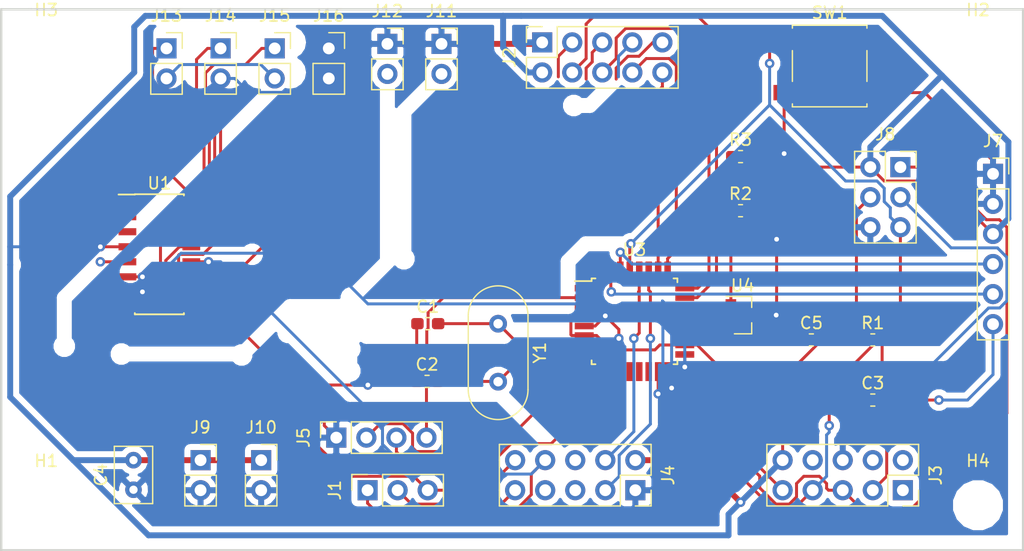
<source format=kicad_pcb>
(kicad_pcb (version 20171130) (host pcbnew "(5.0.1-3-g963ef8bb5)")

  (general
    (thickness 1.6)
    (drawings 5)
    (tracks 385)
    (zones 0)
    (modules 32)
    (nets 34)
  )

  (page A4)
  (layers
    (0 F.Cu signal)
    (31 B.Cu signal)
    (32 B.Adhes user)
    (33 F.Adhes user)
    (34 B.Paste user)
    (35 F.Paste user)
    (36 B.SilkS user)
    (37 F.SilkS user)
    (38 B.Mask user)
    (39 F.Mask user)
    (40 Dwgs.User user)
    (41 Cmts.User user)
    (42 Eco1.User user)
    (43 Eco2.User user)
    (44 Edge.Cuts user)
    (45 Margin user)
    (46 B.CrtYd user)
    (47 F.CrtYd user)
    (48 B.Fab user)
    (49 F.Fab user)
  )

  (setup
    (last_trace_width 0.25)
    (user_trace_width 0.5)
    (trace_clearance 0.2)
    (zone_clearance 0.508)
    (zone_45_only no)
    (trace_min 0.2)
    (segment_width 0.2)
    (edge_width 0.1)
    (via_size 0.8)
    (via_drill 0.4)
    (via_min_size 0.4)
    (via_min_drill 0.3)
    (uvia_size 0.3)
    (uvia_drill 0.1)
    (uvias_allowed no)
    (uvia_min_size 0.2)
    (uvia_min_drill 0.1)
    (pcb_text_width 0.3)
    (pcb_text_size 1.5 1.5)
    (mod_edge_width 0.15)
    (mod_text_size 1 1)
    (mod_text_width 0.15)
    (pad_size 1.5 1.5)
    (pad_drill 0.6)
    (pad_to_mask_clearance 0)
    (solder_mask_min_width 0.25)
    (aux_axis_origin 0 0)
    (visible_elements FFFFFF7F)
    (pcbplotparams
      (layerselection 0x010fc_ffffffff)
      (usegerberextensions false)
      (usegerberattributes false)
      (usegerberadvancedattributes false)
      (creategerberjobfile false)
      (excludeedgelayer true)
      (linewidth 0.100000)
      (plotframeref false)
      (viasonmask false)
      (mode 1)
      (useauxorigin false)
      (hpglpennumber 1)
      (hpglpenspeed 20)
      (hpglpendiameter 15.000000)
      (psnegative false)
      (psa4output false)
      (plotreference true)
      (plotvalue true)
      (plotinvisibletext false)
      (padsonsilk false)
      (subtractmaskfromsilk false)
      (outputformat 1)
      (mirror false)
      (drillshape 1)
      (scaleselection 1)
      (outputdirectory ""))
  )

  (net 0 "")
  (net 1 +5V)
  (net 2 "Net-(U3-Pad20)")
  (net 3 GND)
  (net 4 /RESET)
  (net 5 /SCK)
  (net 6 /MOSI)
  (net 7 /QEB)
  (net 8 "Net-(C1-Pad2)")
  (net 9 "Net-(C2-Pad2)")
  (net 10 /QE1)
  (net 11 /QE2)
  (net 12 /MISO)
  (net 13 /ADC0)
  (net 14 /ADC1)
  (net 15 /ADC2)
  (net 16 /ADC3)
  (net 17 "Net-(J7-Pad4)")
  (net 18 "Net-(J7-Pad5)")
  (net 19 /SDA)
  (net 20 /SCL)
  (net 21 /AGND)
  (net 22 /-12v)
  (net 23 /#RTS)
  (net 24 /PB0)
  (net 25 /PB1)
  (net 26 /SS)
  (net 27 /INL)
  (net 28 /AGNDL)
  (net 29 /AGNDR)
  (net 30 /INR)
  (net 31 /VOUTL)
  (net 32 /VOUTR)
  (net 33 /+12v)

  (net_class Default "This is the default net class."
    (clearance 0.2)
    (trace_width 0.25)
    (via_dia 0.8)
    (via_drill 0.4)
    (uvia_dia 0.3)
    (uvia_drill 0.1)
    (add_net +5V)
    (add_net /#RTS)
    (add_net /+12v)
    (add_net /-12v)
    (add_net /ADC0)
    (add_net /ADC1)
    (add_net /ADC2)
    (add_net /ADC3)
    (add_net /AGND)
    (add_net /AGNDL)
    (add_net /AGNDR)
    (add_net /INL)
    (add_net /INR)
    (add_net /MISO)
    (add_net /MOSI)
    (add_net /PB0)
    (add_net /PB1)
    (add_net /QE1)
    (add_net /QE2)
    (add_net /QEB)
    (add_net /RESET)
    (add_net /SCK)
    (add_net /SCL)
    (add_net /SDA)
    (add_net /SS)
    (add_net /VOUTL)
    (add_net /VOUTR)
    (add_net GND)
    (add_net "Net-(C1-Pad2)")
    (add_net "Net-(C2-Pad2)")
    (add_net "Net-(J7-Pad4)")
    (add_net "Net-(J7-Pad5)")
    (add_net "Net-(U3-Pad20)")
  )

  (net_class Power ""
    (clearance 0.2)
    (trace_width 0.5)
    (via_dia 0.8)
    (via_drill 0.4)
    (uvia_dia 0.3)
    (uvia_drill 0.1)
  )

  (module Package_QFP:TQFP-32_7x7mm_P0.8mm (layer F.Cu) (tedit 5A02F146) (tstamp 5D1B9506)
    (at 124.64092 84.78612)
    (descr "32-Lead Plastic Thin Quad Flatpack (PT) - 7x7x1.0 mm Body, 2.00 mm [TQFP] (see Microchip Packaging Specification 00000049BS.pdf)")
    (tags "QFP 0.8")
    (path /5CD2A2C4)
    (attr smd)
    (fp_text reference U3 (at 0 -6.05) (layer F.SilkS)
      (effects (font (size 1 1) (thickness 0.15)))
    )
    (fp_text value ATmega328-AU (at 0 6.05) (layer F.Fab)
      (effects (font (size 1 1) (thickness 0.15)))
    )
    (fp_text user %R (at 0 0) (layer F.Fab)
      (effects (font (size 1 1) (thickness 0.15)))
    )
    (fp_line (start -2.5 -3.5) (end 3.5 -3.5) (layer F.Fab) (width 0.15))
    (fp_line (start 3.5 -3.5) (end 3.5 3.5) (layer F.Fab) (width 0.15))
    (fp_line (start 3.5 3.5) (end -3.5 3.5) (layer F.Fab) (width 0.15))
    (fp_line (start -3.5 3.5) (end -3.5 -2.5) (layer F.Fab) (width 0.15))
    (fp_line (start -3.5 -2.5) (end -2.5 -3.5) (layer F.Fab) (width 0.15))
    (fp_line (start -5.3 -5.3) (end -5.3 5.3) (layer F.CrtYd) (width 0.05))
    (fp_line (start 5.3 -5.3) (end 5.3 5.3) (layer F.CrtYd) (width 0.05))
    (fp_line (start -5.3 -5.3) (end 5.3 -5.3) (layer F.CrtYd) (width 0.05))
    (fp_line (start -5.3 5.3) (end 5.3 5.3) (layer F.CrtYd) (width 0.05))
    (fp_line (start -3.625 -3.625) (end -3.625 -3.4) (layer F.SilkS) (width 0.15))
    (fp_line (start 3.625 -3.625) (end 3.625 -3.3) (layer F.SilkS) (width 0.15))
    (fp_line (start 3.625 3.625) (end 3.625 3.3) (layer F.SilkS) (width 0.15))
    (fp_line (start -3.625 3.625) (end -3.625 3.3) (layer F.SilkS) (width 0.15))
    (fp_line (start -3.625 -3.625) (end -3.3 -3.625) (layer F.SilkS) (width 0.15))
    (fp_line (start -3.625 3.625) (end -3.3 3.625) (layer F.SilkS) (width 0.15))
    (fp_line (start 3.625 3.625) (end 3.3 3.625) (layer F.SilkS) (width 0.15))
    (fp_line (start 3.625 -3.625) (end 3.3 -3.625) (layer F.SilkS) (width 0.15))
    (fp_line (start -3.625 -3.4) (end -5.05 -3.4) (layer F.SilkS) (width 0.15))
    (pad 1 smd rect (at -4.25 -2.8) (size 1.6 0.55) (layers F.Cu F.Paste F.Mask))
    (pad 2 smd rect (at -4.25 -2) (size 1.6 0.55) (layers F.Cu F.Paste F.Mask)
      (net 7 /QEB))
    (pad 3 smd rect (at -4.25 -1.2) (size 1.6 0.55) (layers F.Cu F.Paste F.Mask)
      (net 3 GND))
    (pad 4 smd rect (at -4.25 -0.4) (size 1.6 0.55) (layers F.Cu F.Paste F.Mask)
      (net 1 +5V))
    (pad 5 smd rect (at -4.25 0.4) (size 1.6 0.55) (layers F.Cu F.Paste F.Mask)
      (net 3 GND))
    (pad 6 smd rect (at -4.25 1.2) (size 1.6 0.55) (layers F.Cu F.Paste F.Mask)
      (net 1 +5V))
    (pad 7 smd rect (at -4.25 2) (size 1.6 0.55) (layers F.Cu F.Paste F.Mask)
      (net 8 "Net-(C1-Pad2)"))
    (pad 8 smd rect (at -4.25 2.8) (size 1.6 0.55) (layers F.Cu F.Paste F.Mask)
      (net 9 "Net-(C2-Pad2)"))
    (pad 9 smd rect (at -2.8 4.25 90) (size 1.6 0.55) (layers F.Cu F.Paste F.Mask)
      (net 10 /QE1))
    (pad 10 smd rect (at -2 4.25 90) (size 1.6 0.55) (layers F.Cu F.Paste F.Mask)
      (net 11 /QE2))
    (pad 11 smd rect (at -1.2 4.25 90) (size 1.6 0.55) (layers F.Cu F.Paste F.Mask))
    (pad 12 smd rect (at -0.4 4.25 90) (size 1.6 0.55) (layers F.Cu F.Paste F.Mask)
      (net 24 /PB0))
    (pad 13 smd rect (at 0.4 4.25 90) (size 1.6 0.55) (layers F.Cu F.Paste F.Mask)
      (net 25 /PB1))
    (pad 14 smd rect (at 1.2 4.25 90) (size 1.6 0.55) (layers F.Cu F.Paste F.Mask)
      (net 26 /SS))
    (pad 15 smd rect (at 2 4.25 90) (size 1.6 0.55) (layers F.Cu F.Paste F.Mask)
      (net 6 /MOSI))
    (pad 16 smd rect (at 2.8 4.25 90) (size 1.6 0.55) (layers F.Cu F.Paste F.Mask)
      (net 12 /MISO))
    (pad 17 smd rect (at 4.25 2.8) (size 1.6 0.55) (layers F.Cu F.Paste F.Mask)
      (net 5 /SCK))
    (pad 18 smd rect (at 4.25 2) (size 1.6 0.55) (layers F.Cu F.Paste F.Mask)
      (net 1 +5V))
    (pad 19 smd rect (at 4.25 1.2) (size 1.6 0.55) (layers F.Cu F.Paste F.Mask))
    (pad 20 smd rect (at 4.25 0.4) (size 1.6 0.55) (layers F.Cu F.Paste F.Mask)
      (net 2 "Net-(U3-Pad20)"))
    (pad 21 smd rect (at 4.25 -0.4) (size 1.6 0.55) (layers F.Cu F.Paste F.Mask)
      (net 3 GND))
    (pad 22 smd rect (at 4.25 -1.2) (size 1.6 0.55) (layers F.Cu F.Paste F.Mask))
    (pad 23 smd rect (at 4.25 -2) (size 1.6 0.55) (layers F.Cu F.Paste F.Mask)
      (net 13 /ADC0))
    (pad 24 smd rect (at 4.25 -2.8) (size 1.6 0.55) (layers F.Cu F.Paste F.Mask)
      (net 14 /ADC1))
    (pad 25 smd rect (at 2.8 -4.25 90) (size 1.6 0.55) (layers F.Cu F.Paste F.Mask)
      (net 15 /ADC2))
    (pad 26 smd rect (at 2 -4.25 90) (size 1.6 0.55) (layers F.Cu F.Paste F.Mask)
      (net 16 /ADC3))
    (pad 27 smd rect (at 1.2 -4.25 90) (size 1.6 0.55) (layers F.Cu F.Paste F.Mask)
      (net 19 /SDA))
    (pad 28 smd rect (at 0.4 -4.25 90) (size 1.6 0.55) (layers F.Cu F.Paste F.Mask)
      (net 20 /SCL))
    (pad 29 smd rect (at -0.4 -4.25 90) (size 1.6 0.55) (layers F.Cu F.Paste F.Mask)
      (net 4 /RESET))
    (pad 30 smd rect (at -1.2 -4.25 90) (size 1.6 0.55) (layers F.Cu F.Paste F.Mask)
      (net 17 "Net-(J7-Pad4)"))
    (pad 31 smd rect (at -2 -4.25 90) (size 1.6 0.55) (layers F.Cu F.Paste F.Mask)
      (net 18 "Net-(J7-Pad5)"))
    (pad 32 smd rect (at -2.8 -4.25 90) (size 1.6 0.55) (layers F.Cu F.Paste F.Mask))
    (model ${KISYS3DMOD}/Package_QFP.3dshapes/TQFP-32_7x7mm_P0.8mm.wrl
      (at (xyz 0 0 0))
      (scale (xyz 1 1 1))
      (rotate (xyz 0 0 0))
    )
  )

  (module Connector_PinSocket_2.54mm:PinSocket_2x05_P2.54mm_Vertical (layer F.Cu) (tedit 5A19A42B) (tstamp 5D3F3E39)
    (at 116.84 61.214 90)
    (descr "Through hole straight socket strip, 2x05, 2.54mm pitch, double cols (from Kicad 4.0.7), script generated")
    (tags "Through hole socket strip THT 2x05 2.54mm double row")
    (path /5CD4C059)
    (fp_text reference J2 (at -1.27 -2.77 90) (layer F.SilkS)
      (effects (font (size 1 1) (thickness 0.15)))
    )
    (fp_text value Channels (at -1.27 12.93 90) (layer F.Fab)
      (effects (font (size 1 1) (thickness 0.15)))
    )
    (fp_line (start -3.81 -1.27) (end 0.27 -1.27) (layer F.Fab) (width 0.1))
    (fp_line (start 0.27 -1.27) (end 1.27 -0.27) (layer F.Fab) (width 0.1))
    (fp_line (start 1.27 -0.27) (end 1.27 11.43) (layer F.Fab) (width 0.1))
    (fp_line (start 1.27 11.43) (end -3.81 11.43) (layer F.Fab) (width 0.1))
    (fp_line (start -3.81 11.43) (end -3.81 -1.27) (layer F.Fab) (width 0.1))
    (fp_line (start -3.87 -1.33) (end -1.27 -1.33) (layer F.SilkS) (width 0.12))
    (fp_line (start -3.87 -1.33) (end -3.87 11.49) (layer F.SilkS) (width 0.12))
    (fp_line (start -3.87 11.49) (end 1.33 11.49) (layer F.SilkS) (width 0.12))
    (fp_line (start 1.33 1.27) (end 1.33 11.49) (layer F.SilkS) (width 0.12))
    (fp_line (start -1.27 1.27) (end 1.33 1.27) (layer F.SilkS) (width 0.12))
    (fp_line (start -1.27 -1.33) (end -1.27 1.27) (layer F.SilkS) (width 0.12))
    (fp_line (start 1.33 -1.33) (end 1.33 0) (layer F.SilkS) (width 0.12))
    (fp_line (start 0 -1.33) (end 1.33 -1.33) (layer F.SilkS) (width 0.12))
    (fp_line (start -4.34 -1.8) (end 1.76 -1.8) (layer F.CrtYd) (width 0.05))
    (fp_line (start 1.76 -1.8) (end 1.76 11.9) (layer F.CrtYd) (width 0.05))
    (fp_line (start 1.76 11.9) (end -4.34 11.9) (layer F.CrtYd) (width 0.05))
    (fp_line (start -4.34 11.9) (end -4.34 -1.8) (layer F.CrtYd) (width 0.05))
    (fp_text user %R (at -1.27 5.08 180) (layer F.Fab)
      (effects (font (size 1 1) (thickness 0.15)))
    )
    (pad 1 thru_hole rect (at 0 0 90) (size 1.7 1.7) (drill 1) (layers *.Cu *.Mask)
      (net 3 GND))
    (pad 2 thru_hole oval (at -2.54 0 90) (size 1.7 1.7) (drill 1) (layers *.Cu *.Mask)
      (net 1 +5V))
    (pad 3 thru_hole oval (at 0 2.54 90) (size 1.7 1.7) (drill 1) (layers *.Cu *.Mask))
    (pad 4 thru_hole oval (at -2.54 2.54 90) (size 1.7 1.7) (drill 1) (layers *.Cu *.Mask)
      (net 13 /ADC0))
    (pad 5 thru_hole oval (at 0 5.08 90) (size 1.7 1.7) (drill 1) (layers *.Cu *.Mask))
    (pad 6 thru_hole oval (at -2.54 5.08 90) (size 1.7 1.7) (drill 1) (layers *.Cu *.Mask)
      (net 14 /ADC1))
    (pad 7 thru_hole oval (at 0 7.62 90) (size 1.7 1.7) (drill 1) (layers *.Cu *.Mask))
    (pad 8 thru_hole oval (at -2.54 7.62 90) (size 1.7 1.7) (drill 1) (layers *.Cu *.Mask)
      (net 15 /ADC2))
    (pad 9 thru_hole oval (at 0 10.16 90) (size 1.7 1.7) (drill 1) (layers *.Cu *.Mask))
    (pad 10 thru_hole oval (at -2.54 10.16 90) (size 1.7 1.7) (drill 1) (layers *.Cu *.Mask)
      (net 16 /ADC3))
    (model ${KISYS3DMOD}/Connector_PinSocket_2.54mm.3dshapes/PinSocket_2x05_P2.54mm_Vertical.wrl
      (at (xyz 0 0 0))
      (scale (xyz 1 1 1))
      (rotate (xyz 0 0 0))
    )
  )

  (module Resistor_SMD:R_0603_1608Metric (layer F.Cu) (tedit 5B301BBD) (tstamp 5D277879)
    (at 133.604 70.866)
    (descr "Resistor SMD 0603 (1608 Metric), square (rectangular) end terminal, IPC_7351 nominal, (Body size source: http://www.tortai-tech.com/upload/download/2011102023233369053.pdf), generated with kicad-footprint-generator")
    (tags resistor)
    (path /5CD70892)
    (attr smd)
    (fp_text reference R3 (at 0 -1.43) (layer F.SilkS)
      (effects (font (size 1 1) (thickness 0.15)))
    )
    (fp_text value 4k7 (at 0 1.43) (layer F.Fab)
      (effects (font (size 1 1) (thickness 0.15)))
    )
    (fp_line (start -0.8 0.4) (end -0.8 -0.4) (layer F.Fab) (width 0.1))
    (fp_line (start -0.8 -0.4) (end 0.8 -0.4) (layer F.Fab) (width 0.1))
    (fp_line (start 0.8 -0.4) (end 0.8 0.4) (layer F.Fab) (width 0.1))
    (fp_line (start 0.8 0.4) (end -0.8 0.4) (layer F.Fab) (width 0.1))
    (fp_line (start -0.162779 -0.51) (end 0.162779 -0.51) (layer F.SilkS) (width 0.12))
    (fp_line (start -0.162779 0.51) (end 0.162779 0.51) (layer F.SilkS) (width 0.12))
    (fp_line (start -1.48 0.73) (end -1.48 -0.73) (layer F.CrtYd) (width 0.05))
    (fp_line (start -1.48 -0.73) (end 1.48 -0.73) (layer F.CrtYd) (width 0.05))
    (fp_line (start 1.48 -0.73) (end 1.48 0.73) (layer F.CrtYd) (width 0.05))
    (fp_line (start 1.48 0.73) (end -1.48 0.73) (layer F.CrtYd) (width 0.05))
    (fp_text user %R (at 0 0) (layer F.Fab)
      (effects (font (size 0.4 0.4) (thickness 0.06)))
    )
    (pad 1 smd roundrect (at -0.7875 0) (size 0.875 0.95) (layers F.Cu F.Paste F.Mask) (roundrect_rratio 0.25)
      (net 1 +5V))
    (pad 2 smd roundrect (at 0.7875 0) (size 0.875 0.95) (layers F.Cu F.Paste F.Mask) (roundrect_rratio 0.25))
    (model ${KISYS3DMOD}/Resistor_SMD.3dshapes/R_0603_1608Metric.wrl
      (at (xyz 0 0 0))
      (scale (xyz 1 1 1))
      (rotate (xyz 0 0 0))
    )
  )

  (module Connector_PinSocket_2.54mm:PinSocket_1x02_P2.54mm_Vertical (layer F.Cu) (tedit 5A19A420) (tstamp 5D3F111D)
    (at 103.759 61.341)
    (descr "Through hole straight socket strip, 1x02, 2.54mm pitch, single row (from Kicad 4.0.7), script generated")
    (tags "Through hole socket strip THT 1x02 2.54mm single row")
    (path /5CD92E8C)
    (fp_text reference J12 (at 0 -2.77) (layer F.SilkS)
      (effects (font (size 1 1) (thickness 0.15)))
    )
    (fp_text value r2 (at 0 5.31) (layer F.Fab)
      (effects (font (size 1 1) (thickness 0.15)))
    )
    (fp_text user %R (at 0 1.27 90) (layer F.Fab)
      (effects (font (size 1 1) (thickness 0.15)))
    )
    (fp_line (start -1.8 4.3) (end -1.8 -1.8) (layer F.CrtYd) (width 0.05))
    (fp_line (start 1.75 4.3) (end -1.8 4.3) (layer F.CrtYd) (width 0.05))
    (fp_line (start 1.75 -1.8) (end 1.75 4.3) (layer F.CrtYd) (width 0.05))
    (fp_line (start -1.8 -1.8) (end 1.75 -1.8) (layer F.CrtYd) (width 0.05))
    (fp_line (start 0 -1.33) (end 1.33 -1.33) (layer F.SilkS) (width 0.12))
    (fp_line (start 1.33 -1.33) (end 1.33 0) (layer F.SilkS) (width 0.12))
    (fp_line (start 1.33 1.27) (end 1.33 3.87) (layer F.SilkS) (width 0.12))
    (fp_line (start -1.33 3.87) (end 1.33 3.87) (layer F.SilkS) (width 0.12))
    (fp_line (start -1.33 1.27) (end -1.33 3.87) (layer F.SilkS) (width 0.12))
    (fp_line (start -1.33 1.27) (end 1.33 1.27) (layer F.SilkS) (width 0.12))
    (fp_line (start -1.27 3.81) (end -1.27 -1.27) (layer F.Fab) (width 0.1))
    (fp_line (start 1.27 3.81) (end -1.27 3.81) (layer F.Fab) (width 0.1))
    (fp_line (start 1.27 -0.635) (end 1.27 3.81) (layer F.Fab) (width 0.1))
    (fp_line (start 0.635 -1.27) (end 1.27 -0.635) (layer F.Fab) (width 0.1))
    (fp_line (start -1.27 -1.27) (end 0.635 -1.27) (layer F.Fab) (width 0.1))
    (pad 2 thru_hole oval (at 0 2.54) (size 1.7 1.7) (drill 1) (layers *.Cu *.Mask))
    (pad 1 thru_hole rect (at 0 0) (size 1.7 1.7) (drill 1) (layers *.Cu *.Mask)
      (net 3 GND))
    (model ${KISYS3DMOD}/Connector_PinSocket_2.54mm.3dshapes/PinSocket_1x02_P2.54mm_Vertical.wrl
      (at (xyz 0 0 0))
      (scale (xyz 1 1 1))
      (rotate (xyz 0 0 0))
    )
  )

  (module Connector_PinSocket_2.54mm:PinSocket_1x02_P2.54mm_Vertical (layer F.Cu) (tedit 5A19A420) (tstamp 5D3F5ADA)
    (at 108.331 61.341)
    (descr "Through hole straight socket strip, 1x02, 2.54mm pitch, single row (from Kicad 4.0.7), script generated")
    (tags "Through hole socket strip THT 1x02 2.54mm single row")
    (path /5CD919E8)
    (fp_text reference J11 (at 0 -2.77) (layer F.SilkS)
      (effects (font (size 1 1) (thickness 0.15)))
    )
    (fp_text value r1 (at 0 5.31) (layer F.Fab)
      (effects (font (size 1 1) (thickness 0.15)))
    )
    (fp_line (start -1.27 -1.27) (end 0.635 -1.27) (layer F.Fab) (width 0.1))
    (fp_line (start 0.635 -1.27) (end 1.27 -0.635) (layer F.Fab) (width 0.1))
    (fp_line (start 1.27 -0.635) (end 1.27 3.81) (layer F.Fab) (width 0.1))
    (fp_line (start 1.27 3.81) (end -1.27 3.81) (layer F.Fab) (width 0.1))
    (fp_line (start -1.27 3.81) (end -1.27 -1.27) (layer F.Fab) (width 0.1))
    (fp_line (start -1.33 1.27) (end 1.33 1.27) (layer F.SilkS) (width 0.12))
    (fp_line (start -1.33 1.27) (end -1.33 3.87) (layer F.SilkS) (width 0.12))
    (fp_line (start -1.33 3.87) (end 1.33 3.87) (layer F.SilkS) (width 0.12))
    (fp_line (start 1.33 1.27) (end 1.33 3.87) (layer F.SilkS) (width 0.12))
    (fp_line (start 1.33 -1.33) (end 1.33 0) (layer F.SilkS) (width 0.12))
    (fp_line (start 0 -1.33) (end 1.33 -1.33) (layer F.SilkS) (width 0.12))
    (fp_line (start -1.8 -1.8) (end 1.75 -1.8) (layer F.CrtYd) (width 0.05))
    (fp_line (start 1.75 -1.8) (end 1.75 4.3) (layer F.CrtYd) (width 0.05))
    (fp_line (start 1.75 4.3) (end -1.8 4.3) (layer F.CrtYd) (width 0.05))
    (fp_line (start -1.8 4.3) (end -1.8 -1.8) (layer F.CrtYd) (width 0.05))
    (fp_text user %R (at 0 1.27 90) (layer F.Fab)
      (effects (font (size 1 1) (thickness 0.15)))
    )
    (pad 1 thru_hole rect (at 0 0) (size 1.7 1.7) (drill 1) (layers *.Cu *.Mask)
      (net 3 GND))
    (pad 2 thru_hole oval (at 0 2.54) (size 1.7 1.7) (drill 1) (layers *.Cu *.Mask))
    (model ${KISYS3DMOD}/Connector_PinSocket_2.54mm.3dshapes/PinSocket_1x02_P2.54mm_Vertical.wrl
      (at (xyz 0 0 0))
      (scale (xyz 1 1 1))
      (rotate (xyz 0 0 0))
    )
  )

  (module Connector_PinSocket_2.54mm:PinSocket_2x03_P2.54mm_Vertical (layer F.Cu) (tedit 5A19A425) (tstamp 5D277225)
    (at 147.11172 71.755)
    (descr "Through hole straight socket strip, 2x03, 2.54mm pitch, double cols (from Kicad 4.0.7), script generated")
    (tags "Through hole socket strip THT 2x03 2.54mm double row")
    (path /5CD3728C)
    (fp_text reference J8 (at -1.27 -2.77) (layer F.SilkS)
      (effects (font (size 1 1) (thickness 0.15)))
    )
    (fp_text value AVR-ISP-6 (at -1.27 7.85) (layer F.Fab)
      (effects (font (size 1 1) (thickness 0.15)))
    )
    (fp_line (start -3.81 -1.27) (end 0.27 -1.27) (layer F.Fab) (width 0.1))
    (fp_line (start 0.27 -1.27) (end 1.27 -0.27) (layer F.Fab) (width 0.1))
    (fp_line (start 1.27 -0.27) (end 1.27 6.35) (layer F.Fab) (width 0.1))
    (fp_line (start 1.27 6.35) (end -3.81 6.35) (layer F.Fab) (width 0.1))
    (fp_line (start -3.81 6.35) (end -3.81 -1.27) (layer F.Fab) (width 0.1))
    (fp_line (start -3.87 -1.33) (end -1.27 -1.33) (layer F.SilkS) (width 0.12))
    (fp_line (start -3.87 -1.33) (end -3.87 6.41) (layer F.SilkS) (width 0.12))
    (fp_line (start -3.87 6.41) (end 1.33 6.41) (layer F.SilkS) (width 0.12))
    (fp_line (start 1.33 1.27) (end 1.33 6.41) (layer F.SilkS) (width 0.12))
    (fp_line (start -1.27 1.27) (end 1.33 1.27) (layer F.SilkS) (width 0.12))
    (fp_line (start -1.27 -1.33) (end -1.27 1.27) (layer F.SilkS) (width 0.12))
    (fp_line (start 1.33 -1.33) (end 1.33 0) (layer F.SilkS) (width 0.12))
    (fp_line (start 0 -1.33) (end 1.33 -1.33) (layer F.SilkS) (width 0.12))
    (fp_line (start -4.34 -1.8) (end 1.76 -1.8) (layer F.CrtYd) (width 0.05))
    (fp_line (start 1.76 -1.8) (end 1.76 6.85) (layer F.CrtYd) (width 0.05))
    (fp_line (start 1.76 6.85) (end -4.34 6.85) (layer F.CrtYd) (width 0.05))
    (fp_line (start -4.34 6.85) (end -4.34 -1.8) (layer F.CrtYd) (width 0.05))
    (fp_text user %R (at -1.27 2.54 90) (layer F.Fab)
      (effects (font (size 1 1) (thickness 0.15)))
    )
    (pad 1 thru_hole rect (at 0 0) (size 1.7 1.7) (drill 1) (layers *.Cu *.Mask)
      (net 12 /MISO))
    (pad 2 thru_hole oval (at -2.54 0) (size 1.7 1.7) (drill 1) (layers *.Cu *.Mask)
      (net 1 +5V))
    (pad 3 thru_hole oval (at 0 2.54) (size 1.7 1.7) (drill 1) (layers *.Cu *.Mask)
      (net 5 /SCK))
    (pad 4 thru_hole oval (at -2.54 2.54) (size 1.7 1.7) (drill 1) (layers *.Cu *.Mask)
      (net 6 /MOSI))
    (pad 5 thru_hole oval (at 0 5.08) (size 1.7 1.7) (drill 1) (layers *.Cu *.Mask)
      (net 4 /RESET))
    (pad 6 thru_hole oval (at -2.54 5.08) (size 1.7 1.7) (drill 1) (layers *.Cu *.Mask)
      (net 3 GND))
    (model ${KISYS3DMOD}/Connector_PinSocket_2.54mm.3dshapes/PinSocket_2x03_P2.54mm_Vertical.wrl
      (at (xyz 0 0 0))
      (scale (xyz 1 1 1))
      (rotate (xyz 0 0 0))
    )
  )

  (module Button_Switch_SMD:SW_SPST_B3S-1000 (layer F.Cu) (tedit 5A02FC95) (tstamp 5D276852)
    (at 141.135 63.21)
    (descr "Surface Mount Tactile Switch for High-Density Packaging")
    (tags "Tactile Switch")
    (path /5CD329A1)
    (attr smd)
    (fp_text reference SW1 (at 0 -4.5) (layer F.SilkS)
      (effects (font (size 1 1) (thickness 0.15)))
    )
    (fp_text value SW_DIP_x01 (at 0 4.5) (layer F.Fab)
      (effects (font (size 1 1) (thickness 0.15)))
    )
    (fp_text user %R (at 0 -4.5) (layer F.Fab)
      (effects (font (size 1 1) (thickness 0.15)))
    )
    (fp_line (start -5 3.7) (end 5 3.7) (layer F.CrtYd) (width 0.05))
    (fp_line (start 5 3.7) (end 5 -3.7) (layer F.CrtYd) (width 0.05))
    (fp_line (start 5 -3.7) (end -5 -3.7) (layer F.CrtYd) (width 0.05))
    (fp_line (start -5 -3.7) (end -5 3.7) (layer F.CrtYd) (width 0.05))
    (fp_line (start -3.15 -3.2) (end -3.15 -3.45) (layer F.SilkS) (width 0.12))
    (fp_line (start -3.15 -3.45) (end 3.15 -3.45) (layer F.SilkS) (width 0.12))
    (fp_line (start 3.15 -3.45) (end 3.15 -3.2) (layer F.SilkS) (width 0.12))
    (fp_line (start -3.15 1.3) (end -3.15 -1.3) (layer F.SilkS) (width 0.12))
    (fp_line (start 3.15 3.2) (end 3.15 3.45) (layer F.SilkS) (width 0.12))
    (fp_line (start 3.15 3.45) (end -3.15 3.45) (layer F.SilkS) (width 0.12))
    (fp_line (start -3.15 3.45) (end -3.15 3.2) (layer F.SilkS) (width 0.12))
    (fp_line (start 3.15 -1.3) (end 3.15 1.3) (layer F.SilkS) (width 0.12))
    (fp_circle (center 0 0) (end 1.65 0) (layer F.Fab) (width 0.1))
    (fp_line (start -3 -3.3) (end 3 -3.3) (layer F.Fab) (width 0.1))
    (fp_line (start 3 -3.3) (end 3 3.3) (layer F.Fab) (width 0.1))
    (fp_line (start 3 3.3) (end -3 3.3) (layer F.Fab) (width 0.1))
    (fp_line (start -3 3.3) (end -3 -3.3) (layer F.Fab) (width 0.1))
    (pad 1 smd rect (at -3.975 -2.25) (size 1.55 1.3) (layers F.Cu F.Paste F.Mask)
      (net 4 /RESET))
    (pad 1 smd rect (at 3.975 -2.25) (size 1.55 1.3) (layers F.Cu F.Paste F.Mask)
      (net 4 /RESET))
    (pad 2 smd rect (at -3.975 2.25) (size 1.55 1.3) (layers F.Cu F.Paste F.Mask)
      (net 3 GND))
    (pad 2 smd rect (at 3.975 2.25) (size 1.55 1.3) (layers F.Cu F.Paste F.Mask)
      (net 3 GND))
    (model ${KISYS3DMOD}/Button_Switch_SMD.3dshapes/SW_SPST_B3S-1000.wrl
      (at (xyz 0 0 0))
      (scale (xyz 1 1 1))
      (rotate (xyz 0 0 0))
    )
  )

  (module Capacitor_SMD:C_0603_1608Metric_Pad1.05x0.95mm_HandSolder (layer F.Cu) (tedit 5B301BBE) (tstamp 5D278054)
    (at 139.58824 86.36)
    (descr "Capacitor SMD 0603 (1608 Metric), square (rectangular) end terminal, IPC_7351 nominal with elongated pad for handsoldering. (Body size source: http://www.tortai-tech.com/upload/download/2011102023233369053.pdf), generated with kicad-footprint-generator")
    (tags "capacitor handsolder")
    (path /5CD3B020)
    (attr smd)
    (fp_text reference C5 (at 0 -1.43) (layer F.SilkS)
      (effects (font (size 1 1) (thickness 0.15)))
    )
    (fp_text value 100nF (at 0 1.43) (layer F.Fab)
      (effects (font (size 1 1) (thickness 0.15)))
    )
    (fp_text user %R (at 0 0) (layer F.Fab)
      (effects (font (size 0.4 0.4) (thickness 0.06)))
    )
    (fp_line (start 1.65 0.73) (end -1.65 0.73) (layer F.CrtYd) (width 0.05))
    (fp_line (start 1.65 -0.73) (end 1.65 0.73) (layer F.CrtYd) (width 0.05))
    (fp_line (start -1.65 -0.73) (end 1.65 -0.73) (layer F.CrtYd) (width 0.05))
    (fp_line (start -1.65 0.73) (end -1.65 -0.73) (layer F.CrtYd) (width 0.05))
    (fp_line (start -0.171267 0.51) (end 0.171267 0.51) (layer F.SilkS) (width 0.12))
    (fp_line (start -0.171267 -0.51) (end 0.171267 -0.51) (layer F.SilkS) (width 0.12))
    (fp_line (start 0.8 0.4) (end -0.8 0.4) (layer F.Fab) (width 0.1))
    (fp_line (start 0.8 -0.4) (end 0.8 0.4) (layer F.Fab) (width 0.1))
    (fp_line (start -0.8 -0.4) (end 0.8 -0.4) (layer F.Fab) (width 0.1))
    (fp_line (start -0.8 0.4) (end -0.8 -0.4) (layer F.Fab) (width 0.1))
    (pad 2 smd roundrect (at 0.875 0) (size 1.05 0.95) (layers F.Cu F.Paste F.Mask) (roundrect_rratio 0.25)
      (net 1 +5V))
    (pad 1 smd roundrect (at -0.875 0) (size 1.05 0.95) (layers F.Cu F.Paste F.Mask) (roundrect_rratio 0.25)
      (net 3 GND))
    (model ${KISYS3DMOD}/Capacitor_SMD.3dshapes/C_0603_1608Metric.wrl
      (at (xyz 0 0 0))
      (scale (xyz 1 1 1))
      (rotate (xyz 0 0 0))
    )
  )

  (module Capacitor_SMD:C_0603_1608Metric_Pad1.05x0.95mm_HandSolder (layer F.Cu) (tedit 5B301BBE) (tstamp 5D278138)
    (at 144.78 91.44)
    (descr "Capacitor SMD 0603 (1608 Metric), square (rectangular) end terminal, IPC_7351 nominal with elongated pad for handsoldering. (Body size source: http://www.tortai-tech.com/upload/download/2011102023233369053.pdf), generated with kicad-footprint-generator")
    (tags "capacitor handsolder")
    (path /5CD343C5)
    (attr smd)
    (fp_text reference C3 (at 0 -1.43) (layer F.SilkS)
      (effects (font (size 1 1) (thickness 0.15)))
    )
    (fp_text value 100nF (at 0 1.43) (layer F.Fab)
      (effects (font (size 1 1) (thickness 0.15)))
    )
    (fp_line (start -0.8 0.4) (end -0.8 -0.4) (layer F.Fab) (width 0.1))
    (fp_line (start -0.8 -0.4) (end 0.8 -0.4) (layer F.Fab) (width 0.1))
    (fp_line (start 0.8 -0.4) (end 0.8 0.4) (layer F.Fab) (width 0.1))
    (fp_line (start 0.8 0.4) (end -0.8 0.4) (layer F.Fab) (width 0.1))
    (fp_line (start -0.171267 -0.51) (end 0.171267 -0.51) (layer F.SilkS) (width 0.12))
    (fp_line (start -0.171267 0.51) (end 0.171267 0.51) (layer F.SilkS) (width 0.12))
    (fp_line (start -1.65 0.73) (end -1.65 -0.73) (layer F.CrtYd) (width 0.05))
    (fp_line (start -1.65 -0.73) (end 1.65 -0.73) (layer F.CrtYd) (width 0.05))
    (fp_line (start 1.65 -0.73) (end 1.65 0.73) (layer F.CrtYd) (width 0.05))
    (fp_line (start 1.65 0.73) (end -1.65 0.73) (layer F.CrtYd) (width 0.05))
    (fp_text user %R (at 0.04064 0.36576) (layer F.Fab)
      (effects (font (size 0.4 0.4) (thickness 0.06)))
    )
    (pad 1 smd roundrect (at -0.875 0) (size 1.05 0.95) (layers F.Cu F.Paste F.Mask) (roundrect_rratio 0.25)
      (net 4 /RESET))
    (pad 2 smd roundrect (at 0.875 0) (size 1.05 0.95) (layers F.Cu F.Paste F.Mask) (roundrect_rratio 0.25)
      (net 23 /#RTS))
    (model ${KISYS3DMOD}/Capacitor_SMD.3dshapes/C_0603_1608Metric.wrl
      (at (xyz 0 0 0))
      (scale (xyz 1 1 1))
      (rotate (xyz 0 0 0))
    )
  )

  (module Capacitor_SMD:C_0603_1608Metric_Pad1.05x0.95mm_HandSolder (layer F.Cu) (tedit 5B301BBE) (tstamp 5D277DE1)
    (at 107.1118 89.8652)
    (descr "Capacitor SMD 0603 (1608 Metric), square (rectangular) end terminal, IPC_7351 nominal with elongated pad for handsoldering. (Body size source: http://www.tortai-tech.com/upload/download/2011102023233369053.pdf), generated with kicad-footprint-generator")
    (tags "capacitor handsolder")
    (path /5CD2DFEF)
    (attr smd)
    (fp_text reference C2 (at 0 -1.43) (layer F.SilkS)
      (effects (font (size 1 1) (thickness 0.15)))
    )
    (fp_text value 22pF (at 0 1.43) (layer F.Fab)
      (effects (font (size 1 1) (thickness 0.15)))
    )
    (fp_text user %R (at 0 0) (layer F.Fab)
      (effects (font (size 0.4 0.4) (thickness 0.06)))
    )
    (fp_line (start 1.65 0.73) (end -1.65 0.73) (layer F.CrtYd) (width 0.05))
    (fp_line (start 1.65 -0.73) (end 1.65 0.73) (layer F.CrtYd) (width 0.05))
    (fp_line (start -1.65 -0.73) (end 1.65 -0.73) (layer F.CrtYd) (width 0.05))
    (fp_line (start -1.65 0.73) (end -1.65 -0.73) (layer F.CrtYd) (width 0.05))
    (fp_line (start -0.171267 0.51) (end 0.171267 0.51) (layer F.SilkS) (width 0.12))
    (fp_line (start -0.171267 -0.51) (end 0.171267 -0.51) (layer F.SilkS) (width 0.12))
    (fp_line (start 0.8 0.4) (end -0.8 0.4) (layer F.Fab) (width 0.1))
    (fp_line (start 0.8 -0.4) (end 0.8 0.4) (layer F.Fab) (width 0.1))
    (fp_line (start -0.8 -0.4) (end 0.8 -0.4) (layer F.Fab) (width 0.1))
    (fp_line (start -0.8 0.4) (end -0.8 -0.4) (layer F.Fab) (width 0.1))
    (pad 2 smd roundrect (at 0.875 0) (size 1.05 0.95) (layers F.Cu F.Paste F.Mask) (roundrect_rratio 0.25)
      (net 9 "Net-(C2-Pad2)"))
    (pad 1 smd roundrect (at -0.875 0) (size 1.05 0.95) (layers F.Cu F.Paste F.Mask) (roundrect_rratio 0.25)
      (net 3 GND))
    (model ${KISYS3DMOD}/Capacitor_SMD.3dshapes/C_0603_1608Metric.wrl
      (at (xyz 0 0 0))
      (scale (xyz 1 1 1))
      (rotate (xyz 0 0 0))
    )
  )

  (module Capacitor_SMD:C_0603_1608Metric_Pad1.05x0.95mm_HandSolder (layer F.Cu) (tedit 5B301BBE) (tstamp 5D277849)
    (at 107.17276 84.98332)
    (descr "Capacitor SMD 0603 (1608 Metric), square (rectangular) end terminal, IPC_7351 nominal with elongated pad for handsoldering. (Body size source: http://www.tortai-tech.com/upload/download/2011102023233369053.pdf), generated with kicad-footprint-generator")
    (tags "capacitor handsolder")
    (path /5CD2DA03)
    (attr smd)
    (fp_text reference C1 (at 0 -1.43) (layer F.SilkS)
      (effects (font (size 1 1) (thickness 0.15)))
    )
    (fp_text value 22pF (at 0 1.43) (layer F.Fab)
      (effects (font (size 1 1) (thickness 0.15)))
    )
    (fp_line (start -0.8 0.4) (end -0.8 -0.4) (layer F.Fab) (width 0.1))
    (fp_line (start -0.8 -0.4) (end 0.8 -0.4) (layer F.Fab) (width 0.1))
    (fp_line (start 0.8 -0.4) (end 0.8 0.4) (layer F.Fab) (width 0.1))
    (fp_line (start 0.8 0.4) (end -0.8 0.4) (layer F.Fab) (width 0.1))
    (fp_line (start -0.171267 -0.51) (end 0.171267 -0.51) (layer F.SilkS) (width 0.12))
    (fp_line (start -0.171267 0.51) (end 0.171267 0.51) (layer F.SilkS) (width 0.12))
    (fp_line (start -1.65 0.73) (end -1.65 -0.73) (layer F.CrtYd) (width 0.05))
    (fp_line (start -1.65 -0.73) (end 1.65 -0.73) (layer F.CrtYd) (width 0.05))
    (fp_line (start 1.65 -0.73) (end 1.65 0.73) (layer F.CrtYd) (width 0.05))
    (fp_line (start 1.65 0.73) (end -1.65 0.73) (layer F.CrtYd) (width 0.05))
    (fp_text user %R (at 0 0) (layer F.Fab)
      (effects (font (size 0.4 0.4) (thickness 0.06)))
    )
    (pad 1 smd roundrect (at -0.875 0) (size 1.05 0.95) (layers F.Cu F.Paste F.Mask) (roundrect_rratio 0.25)
      (net 3 GND))
    (pad 2 smd roundrect (at 0.875 0) (size 1.05 0.95) (layers F.Cu F.Paste F.Mask) (roundrect_rratio 0.25)
      (net 8 "Net-(C1-Pad2)"))
    (model ${KISYS3DMOD}/Capacitor_SMD.3dshapes/C_0603_1608Metric.wrl
      (at (xyz 0 0 0))
      (scale (xyz 1 1 1))
      (rotate (xyz 0 0 0))
    )
  )

  (module Capacitor_THT:C_Rect_L4.6mm_W3.0mm_P2.50mm_MKS02_FKP02 (layer F.Cu) (tedit 5AE50EF0) (tstamp 5D277F5E)
    (at 82.30108 99.02 90)
    (descr "C, Rect series, Radial, pin pitch=2.50mm, , length*width=4.6*3.0mm^2, Capacitor, http://www.wima.de/DE/WIMA_MKS_02.pdf")
    (tags "C Rect series Radial pin pitch 2.50mm  length 4.6mm width 3.0mm Capacitor")
    (path /5CD3B3AD)
    (fp_text reference C4 (at 1.25 -2.75 90) (layer F.SilkS)
      (effects (font (size 1 1) (thickness 0.15)))
    )
    (fp_text value 1u (at 1.25 2.75 90) (layer F.Fab)
      (effects (font (size 1 1) (thickness 0.15)))
    )
    (fp_line (start -1.05 -1.5) (end -1.05 1.5) (layer F.Fab) (width 0.1))
    (fp_line (start -1.05 1.5) (end 3.55 1.5) (layer F.Fab) (width 0.1))
    (fp_line (start 3.55 1.5) (end 3.55 -1.5) (layer F.Fab) (width 0.1))
    (fp_line (start 3.55 -1.5) (end -1.05 -1.5) (layer F.Fab) (width 0.1))
    (fp_line (start -1.17 -1.62) (end 3.67 -1.62) (layer F.SilkS) (width 0.12))
    (fp_line (start -1.17 1.62) (end 3.67 1.62) (layer F.SilkS) (width 0.12))
    (fp_line (start -1.17 -1.62) (end -1.17 1.62) (layer F.SilkS) (width 0.12))
    (fp_line (start 3.67 -1.62) (end 3.67 1.62) (layer F.SilkS) (width 0.12))
    (fp_line (start -1.3 -1.75) (end -1.3 1.75) (layer F.CrtYd) (width 0.05))
    (fp_line (start -1.3 1.75) (end 3.8 1.75) (layer F.CrtYd) (width 0.05))
    (fp_line (start 3.8 1.75) (end 3.8 -1.75) (layer F.CrtYd) (width 0.05))
    (fp_line (start 3.8 -1.75) (end -1.3 -1.75) (layer F.CrtYd) (width 0.05))
    (fp_text user %R (at 1.25 0 90) (layer F.Fab)
      (effects (font (size 0.92 0.92) (thickness 0.138)))
    )
    (pad 1 thru_hole circle (at 0 0 90) (size 1.4 1.4) (drill 0.7) (layers *.Cu *.Mask)
      (net 3 GND))
    (pad 2 thru_hole circle (at 2.5 0 90) (size 1.4 1.4) (drill 0.7) (layers *.Cu *.Mask)
      (net 1 +5V))
    (model ${KISYS3DMOD}/Capacitor_THT.3dshapes/C_Rect_L4.6mm_W3.0mm_P2.50mm_MKS02_FKP02.wrl
      (at (xyz 0 0 0))
      (scale (xyz 1 1 1))
      (rotate (xyz 0 0 0))
    )
  )

  (module Connector_PinSocket_2.54mm:PinSocket_1x02_P2.54mm_Vertical (layer F.Cu) (tedit 5A19A420) (tstamp 5D277ED9)
    (at 93.091 96.52)
    (descr "Through hole straight socket strip, 1x02, 2.54mm pitch, single row (from Kicad 4.0.7), script generated")
    (tags "Through hole socket strip THT 1x02 2.54mm single row")
    (path /5CD395DE)
    (fp_text reference J10 (at 0 -2.77) (layer F.SilkS)
      (effects (font (size 1 1) (thickness 0.15)))
    )
    (fp_text value PWR2 (at 0 5.31) (layer F.Fab)
      (effects (font (size 1 1) (thickness 0.15)))
    )
    (fp_text user %R (at 0 1.27 90) (layer F.Fab)
      (effects (font (size 1 1) (thickness 0.15)))
    )
    (fp_line (start -1.8 4.3) (end -1.8 -1.8) (layer F.CrtYd) (width 0.05))
    (fp_line (start 1.75 4.3) (end -1.8 4.3) (layer F.CrtYd) (width 0.05))
    (fp_line (start 1.75 -1.8) (end 1.75 4.3) (layer F.CrtYd) (width 0.05))
    (fp_line (start -1.8 -1.8) (end 1.75 -1.8) (layer F.CrtYd) (width 0.05))
    (fp_line (start 0 -1.33) (end 1.33 -1.33) (layer F.SilkS) (width 0.12))
    (fp_line (start 1.33 -1.33) (end 1.33 0) (layer F.SilkS) (width 0.12))
    (fp_line (start 1.33 1.27) (end 1.33 3.87) (layer F.SilkS) (width 0.12))
    (fp_line (start -1.33 3.87) (end 1.33 3.87) (layer F.SilkS) (width 0.12))
    (fp_line (start -1.33 1.27) (end -1.33 3.87) (layer F.SilkS) (width 0.12))
    (fp_line (start -1.33 1.27) (end 1.33 1.27) (layer F.SilkS) (width 0.12))
    (fp_line (start -1.27 3.81) (end -1.27 -1.27) (layer F.Fab) (width 0.1))
    (fp_line (start 1.27 3.81) (end -1.27 3.81) (layer F.Fab) (width 0.1))
    (fp_line (start 1.27 -0.635) (end 1.27 3.81) (layer F.Fab) (width 0.1))
    (fp_line (start 0.635 -1.27) (end 1.27 -0.635) (layer F.Fab) (width 0.1))
    (fp_line (start -1.27 -1.27) (end 0.635 -1.27) (layer F.Fab) (width 0.1))
    (pad 2 thru_hole oval (at 0 2.54) (size 1.7 1.7) (drill 1) (layers *.Cu *.Mask)
      (net 3 GND))
    (pad 1 thru_hole rect (at 0 0) (size 1.7 1.7) (drill 1) (layers *.Cu *.Mask)
      (net 1 +5V))
    (model ${KISYS3DMOD}/Connector_PinSocket_2.54mm.3dshapes/PinSocket_1x02_P2.54mm_Vertical.wrl
      (at (xyz 0 0 0))
      (scale (xyz 1 1 1))
      (rotate (xyz 0 0 0))
    )
  )

  (module Connector_PinSocket_2.54mm:PinSocket_1x02_P2.54mm_Vertical (layer F.Cu) (tedit 5A19A420) (tstamp 5D2767A7)
    (at 87.97036 96.52)
    (descr "Through hole straight socket strip, 1x02, 2.54mm pitch, single row (from Kicad 4.0.7), script generated")
    (tags "Through hole socket strip THT 1x02 2.54mm single row")
    (path /5CD38E5F)
    (fp_text reference J9 (at 0 -2.77) (layer F.SilkS)
      (effects (font (size 1 1) (thickness 0.15)))
    )
    (fp_text value PWR1 (at 0 5.31) (layer F.Fab)
      (effects (font (size 1 1) (thickness 0.15)))
    )
    (fp_line (start -1.27 -1.27) (end 0.635 -1.27) (layer F.Fab) (width 0.1))
    (fp_line (start 0.635 -1.27) (end 1.27 -0.635) (layer F.Fab) (width 0.1))
    (fp_line (start 1.27 -0.635) (end 1.27 3.81) (layer F.Fab) (width 0.1))
    (fp_line (start 1.27 3.81) (end -1.27 3.81) (layer F.Fab) (width 0.1))
    (fp_line (start -1.27 3.81) (end -1.27 -1.27) (layer F.Fab) (width 0.1))
    (fp_line (start -1.33 1.27) (end 1.33 1.27) (layer F.SilkS) (width 0.12))
    (fp_line (start -1.33 1.27) (end -1.33 3.87) (layer F.SilkS) (width 0.12))
    (fp_line (start -1.33 3.87) (end 1.33 3.87) (layer F.SilkS) (width 0.12))
    (fp_line (start 1.33 1.27) (end 1.33 3.87) (layer F.SilkS) (width 0.12))
    (fp_line (start 1.33 -1.33) (end 1.33 0) (layer F.SilkS) (width 0.12))
    (fp_line (start 0 -1.33) (end 1.33 -1.33) (layer F.SilkS) (width 0.12))
    (fp_line (start -1.8 -1.8) (end 1.75 -1.8) (layer F.CrtYd) (width 0.05))
    (fp_line (start 1.75 -1.8) (end 1.75 4.3) (layer F.CrtYd) (width 0.05))
    (fp_line (start 1.75 4.3) (end -1.8 4.3) (layer F.CrtYd) (width 0.05))
    (fp_line (start -1.8 4.3) (end -1.8 -1.8) (layer F.CrtYd) (width 0.05))
    (fp_text user %R (at 0 1.27 90) (layer F.Fab)
      (effects (font (size 1 1) (thickness 0.15)))
    )
    (pad 1 thru_hole rect (at 0 0) (size 1.7 1.7) (drill 1) (layers *.Cu *.Mask)
      (net 1 +5V))
    (pad 2 thru_hole oval (at 0 2.54) (size 1.7 1.7) (drill 1) (layers *.Cu *.Mask)
      (net 3 GND))
    (model ${KISYS3DMOD}/Connector_PinSocket_2.54mm.3dshapes/PinSocket_1x02_P2.54mm_Vertical.wrl
      (at (xyz 0 0 0))
      (scale (xyz 1 1 1))
      (rotate (xyz 0 0 0))
    )
  )

  (module Connector_PinSocket_2.54mm:PinSocket_1x03_P2.54mm_Vertical (layer F.Cu) (tedit 5A19A429) (tstamp 5D276791)
    (at 102.0826 99.06 90)
    (descr "Through hole straight socket strip, 1x03, 2.54mm pitch, single row (from Kicad 4.0.7), script generated")
    (tags "Through hole socket strip THT 1x03 2.54mm single row")
    (path /5CD4C6FE)
    (fp_text reference J1 (at 0 -2.77 90) (layer F.SilkS)
      (effects (font (size 1 1) (thickness 0.15)))
    )
    (fp_text value 12v (at 0 7.85 90) (layer F.Fab)
      (effects (font (size 1 1) (thickness 0.15)))
    )
    (fp_line (start -1.27 -1.27) (end 0.635 -1.27) (layer F.Fab) (width 0.1))
    (fp_line (start 0.635 -1.27) (end 1.27 -0.635) (layer F.Fab) (width 0.1))
    (fp_line (start 1.27 -0.635) (end 1.27 6.35) (layer F.Fab) (width 0.1))
    (fp_line (start 1.27 6.35) (end -1.27 6.35) (layer F.Fab) (width 0.1))
    (fp_line (start -1.27 6.35) (end -1.27 -1.27) (layer F.Fab) (width 0.1))
    (fp_line (start -1.33 1.27) (end 1.33 1.27) (layer F.SilkS) (width 0.12))
    (fp_line (start -1.33 1.27) (end -1.33 6.41) (layer F.SilkS) (width 0.12))
    (fp_line (start -1.33 6.41) (end 1.33 6.41) (layer F.SilkS) (width 0.12))
    (fp_line (start 1.33 1.27) (end 1.33 6.41) (layer F.SilkS) (width 0.12))
    (fp_line (start 1.33 -1.33) (end 1.33 0) (layer F.SilkS) (width 0.12))
    (fp_line (start 0 -1.33) (end 1.33 -1.33) (layer F.SilkS) (width 0.12))
    (fp_line (start -1.8 -1.8) (end 1.75 -1.8) (layer F.CrtYd) (width 0.05))
    (fp_line (start 1.75 -1.8) (end 1.75 6.85) (layer F.CrtYd) (width 0.05))
    (fp_line (start 1.75 6.85) (end -1.8 6.85) (layer F.CrtYd) (width 0.05))
    (fp_line (start -1.8 6.85) (end -1.8 -1.8) (layer F.CrtYd) (width 0.05))
    (fp_text user %R (at 0 2.54 180) (layer F.Fab)
      (effects (font (size 1 1) (thickness 0.15)))
    )
    (pad 1 thru_hole rect (at 0 0 90) (size 1.7 1.7) (drill 1) (layers *.Cu *.Mask))
    (pad 2 thru_hole oval (at 0 2.54 90) (size 1.7 1.7) (drill 1) (layers *.Cu *.Mask)
      (net 21 /AGND))
    (pad 3 thru_hole oval (at 0 5.08 90) (size 1.7 1.7) (drill 1) (layers *.Cu *.Mask)
      (net 22 /-12v))
    (model ${KISYS3DMOD}/Connector_PinSocket_2.54mm.3dshapes/PinSocket_1x03_P2.54mm_Vertical.wrl
      (at (xyz 0 0 0))
      (scale (xyz 1 1 1))
      (rotate (xyz 0 0 0))
    )
  )

  (module Connector_PinSocket_2.54mm:PinSocket_1x04_P2.54mm_Vertical (layer F.Cu) (tedit 5A19A429) (tstamp 5D33299F)
    (at 99.441 94.615 90)
    (descr "Through hole straight socket strip, 1x04, 2.54mm pitch, single row (from Kicad 4.0.7), script generated")
    (tags "Through hole socket strip THT 1x04 2.54mm single row")
    (path /5CD782A5)
    (fp_text reference J5 (at 0 -2.77 90) (layer F.SilkS)
      (effects (font (size 1 1) (thickness 0.15)))
    )
    (fp_text value Q (at 0 10.39 90) (layer F.Fab)
      (effects (font (size 1 1) (thickness 0.15)))
    )
    (fp_line (start -1.27 -1.27) (end 0.635 -1.27) (layer F.Fab) (width 0.1))
    (fp_line (start 0.635 -1.27) (end 1.27 -0.635) (layer F.Fab) (width 0.1))
    (fp_line (start 1.27 -0.635) (end 1.27 8.89) (layer F.Fab) (width 0.1))
    (fp_line (start 1.27 8.89) (end -1.27 8.89) (layer F.Fab) (width 0.1))
    (fp_line (start -1.27 8.89) (end -1.27 -1.27) (layer F.Fab) (width 0.1))
    (fp_line (start -1.33 1.27) (end 1.33 1.27) (layer F.SilkS) (width 0.12))
    (fp_line (start -1.33 1.27) (end -1.33 8.95) (layer F.SilkS) (width 0.12))
    (fp_line (start -1.33 8.95) (end 1.33 8.95) (layer F.SilkS) (width 0.12))
    (fp_line (start 1.33 1.27) (end 1.33 8.95) (layer F.SilkS) (width 0.12))
    (fp_line (start 1.33 -1.33) (end 1.33 0) (layer F.SilkS) (width 0.12))
    (fp_line (start 0 -1.33) (end 1.33 -1.33) (layer F.SilkS) (width 0.12))
    (fp_line (start -1.8 -1.8) (end 1.75 -1.8) (layer F.CrtYd) (width 0.05))
    (fp_line (start 1.75 -1.8) (end 1.75 9.4) (layer F.CrtYd) (width 0.05))
    (fp_line (start 1.75 9.4) (end -1.8 9.4) (layer F.CrtYd) (width 0.05))
    (fp_line (start -1.8 9.4) (end -1.8 -1.8) (layer F.CrtYd) (width 0.05))
    (fp_text user %R (at 0 3.81 180) (layer F.Fab)
      (effects (font (size 1 1) (thickness 0.15)))
    )
    (pad 1 thru_hole rect (at 0 0 90) (size 1.7 1.7) (drill 1) (layers *.Cu *.Mask)
      (net 3 GND))
    (pad 2 thru_hole oval (at 0 2.54 90) (size 1.7 1.7) (drill 1) (layers *.Cu *.Mask)
      (net 10 /QE1))
    (pad 3 thru_hole oval (at 0 5.08 90) (size 1.7 1.7) (drill 1) (layers *.Cu *.Mask)
      (net 11 /QE2))
    (pad 4 thru_hole oval (at 0 7.62 90) (size 1.7 1.7) (drill 1) (layers *.Cu *.Mask)
      (net 7 /QEB))
    (model ${KISYS3DMOD}/Connector_PinSocket_2.54mm.3dshapes/PinSocket_1x04_P2.54mm_Vertical.wrl
      (at (xyz 0 0 0))
      (scale (xyz 1 1 1))
      (rotate (xyz 0 0 0))
    )
  )

  (module Connector_PinSocket_2.54mm:PinSocket_1x06_P2.54mm_Vertical (layer F.Cu) (tedit 5A19A430) (tstamp 5D276762)
    (at 154.94 72.32396)
    (descr "Through hole straight socket strip, 1x06, 2.54mm pitch, single row (from Kicad 4.0.7), script generated")
    (tags "Through hole socket strip THT 1x06 2.54mm single row")
    (path /5CD40B95)
    (fp_text reference J7 (at 0 -2.77) (layer F.SilkS)
      (effects (font (size 1 1) (thickness 0.15)))
    )
    (fp_text value PGM (at 0 15.47) (layer F.Fab)
      (effects (font (size 1 1) (thickness 0.15)))
    )
    (fp_line (start -1.27 -1.27) (end 0.635 -1.27) (layer F.Fab) (width 0.1))
    (fp_line (start 0.635 -1.27) (end 1.27 -0.635) (layer F.Fab) (width 0.1))
    (fp_line (start 1.27 -0.635) (end 1.27 13.97) (layer F.Fab) (width 0.1))
    (fp_line (start 1.27 13.97) (end -1.27 13.97) (layer F.Fab) (width 0.1))
    (fp_line (start -1.27 13.97) (end -1.27 -1.27) (layer F.Fab) (width 0.1))
    (fp_line (start -1.33 1.27) (end 1.33 1.27) (layer F.SilkS) (width 0.12))
    (fp_line (start -1.33 1.27) (end -1.33 14.03) (layer F.SilkS) (width 0.12))
    (fp_line (start -1.33 14.03) (end 1.33 14.03) (layer F.SilkS) (width 0.12))
    (fp_line (start 1.33 1.27) (end 1.33 14.03) (layer F.SilkS) (width 0.12))
    (fp_line (start 1.33 -1.33) (end 1.33 0) (layer F.SilkS) (width 0.12))
    (fp_line (start 0 -1.33) (end 1.33 -1.33) (layer F.SilkS) (width 0.12))
    (fp_line (start -1.8 -1.8) (end 1.75 -1.8) (layer F.CrtYd) (width 0.05))
    (fp_line (start 1.75 -1.8) (end 1.75 14.45) (layer F.CrtYd) (width 0.05))
    (fp_line (start 1.75 14.45) (end -1.8 14.45) (layer F.CrtYd) (width 0.05))
    (fp_line (start -1.8 14.45) (end -1.8 -1.8) (layer F.CrtYd) (width 0.05))
    (fp_text user %R (at 0 6.35 90) (layer F.Fab)
      (effects (font (size 1 1) (thickness 0.15)))
    )
    (pad 1 thru_hole rect (at 0 0) (size 1.7 1.7) (drill 1) (layers *.Cu *.Mask)
      (net 3 GND))
    (pad 2 thru_hole oval (at 0 2.54) (size 1.7 1.7) (drill 1) (layers *.Cu *.Mask)
      (net 3 GND))
    (pad 3 thru_hole oval (at 0 5.08) (size 1.7 1.7) (drill 1) (layers *.Cu *.Mask)
      (net 1 +5V))
    (pad 4 thru_hole oval (at 0 7.62) (size 1.7 1.7) (drill 1) (layers *.Cu *.Mask)
      (net 17 "Net-(J7-Pad4)"))
    (pad 5 thru_hole oval (at 0 10.16) (size 1.7 1.7) (drill 1) (layers *.Cu *.Mask)
      (net 18 "Net-(J7-Pad5)"))
    (pad 6 thru_hole oval (at 0 12.7) (size 1.7 1.7) (drill 1) (layers *.Cu *.Mask)
      (net 23 /#RTS))
    (model ${KISYS3DMOD}/Connector_PinSocket_2.54mm.3dshapes/PinSocket_1x06_P2.54mm_Vertical.wrl
      (at (xyz 0 0 0))
      (scale (xyz 1 1 1))
      (rotate (xyz 0 0 0))
    )
  )

  (module Connector_PinSocket_2.54mm:PinSocket_2x05_P2.54mm_Vertical (layer F.Cu) (tedit 5A19A42B) (tstamp 5D276728)
    (at 124.714 99.06 270)
    (descr "Through hole straight socket strip, 2x05, 2.54mm pitch, double cols (from Kicad 4.0.7), script generated")
    (tags "Through hole socket strip THT 2x05 2.54mm double row")
    (path /5CD4BD3F)
    (fp_text reference J4 (at -1.27 -2.77 270) (layer F.SilkS)
      (effects (font (size 1 1) (thickness 0.15)))
    )
    (fp_text value POWER (at -1.27 12.93 270) (layer F.Fab)
      (effects (font (size 1 1) (thickness 0.15)))
    )
    (fp_line (start -3.81 -1.27) (end 0.27 -1.27) (layer F.Fab) (width 0.1))
    (fp_line (start 0.27 -1.27) (end 1.27 -0.27) (layer F.Fab) (width 0.1))
    (fp_line (start 1.27 -0.27) (end 1.27 11.43) (layer F.Fab) (width 0.1))
    (fp_line (start 1.27 11.43) (end -3.81 11.43) (layer F.Fab) (width 0.1))
    (fp_line (start -3.81 11.43) (end -3.81 -1.27) (layer F.Fab) (width 0.1))
    (fp_line (start -3.87 -1.33) (end -1.27 -1.33) (layer F.SilkS) (width 0.12))
    (fp_line (start -3.87 -1.33) (end -3.87 11.49) (layer F.SilkS) (width 0.12))
    (fp_line (start -3.87 11.49) (end 1.33 11.49) (layer F.SilkS) (width 0.12))
    (fp_line (start 1.33 1.27) (end 1.33 11.49) (layer F.SilkS) (width 0.12))
    (fp_line (start -1.27 1.27) (end 1.33 1.27) (layer F.SilkS) (width 0.12))
    (fp_line (start -1.27 -1.33) (end -1.27 1.27) (layer F.SilkS) (width 0.12))
    (fp_line (start 1.33 -1.33) (end 1.33 0) (layer F.SilkS) (width 0.12))
    (fp_line (start 0 -1.33) (end 1.33 -1.33) (layer F.SilkS) (width 0.12))
    (fp_line (start -4.34 -1.8) (end 1.76 -1.8) (layer F.CrtYd) (width 0.05))
    (fp_line (start 1.76 -1.8) (end 1.76 11.9) (layer F.CrtYd) (width 0.05))
    (fp_line (start 1.76 11.9) (end -4.34 11.9) (layer F.CrtYd) (width 0.05))
    (fp_line (start -4.34 11.9) (end -4.34 -1.8) (layer F.CrtYd) (width 0.05))
    (fp_text user %R (at -1.27 5.08) (layer F.Fab)
      (effects (font (size 1 1) (thickness 0.15)))
    )
    (pad 1 thru_hole rect (at 0 0 270) (size 1.7 1.7) (drill 1) (layers *.Cu *.Mask)
      (net 3 GND))
    (pad 2 thru_hole oval (at -2.54 0 270) (size 1.7 1.7) (drill 1) (layers *.Cu *.Mask)
      (net 1 +5V))
    (pad 3 thru_hole oval (at 0 2.54 270) (size 1.7 1.7) (drill 1) (layers *.Cu *.Mask)
      (net 19 /SDA))
    (pad 4 thru_hole oval (at -2.54 2.54 270) (size 1.7 1.7) (drill 1) (layers *.Cu *.Mask)
      (net 20 /SCL))
    (pad 5 thru_hole oval (at 0 5.08 270) (size 1.7 1.7) (drill 1) (layers *.Cu *.Mask))
    (pad 6 thru_hole oval (at -2.54 5.08 270) (size 1.7 1.7) (drill 1) (layers *.Cu *.Mask))
    (pad 7 thru_hole oval (at 0 7.62 270) (size 1.7 1.7) (drill 1) (layers *.Cu *.Mask))
    (pad 8 thru_hole oval (at -2.54 7.62 270) (size 1.7 1.7) (drill 1) (layers *.Cu *.Mask)
      (net 33 /+12v))
    (pad 9 thru_hole oval (at 0 10.16 270) (size 1.7 1.7) (drill 1) (layers *.Cu *.Mask)
      (net 21 /AGND))
    (pad 10 thru_hole oval (at -2.54 10.16 270) (size 1.7 1.7) (drill 1) (layers *.Cu *.Mask)
      (net 22 /-12v))
    (model ${KISYS3DMOD}/Connector_PinSocket_2.54mm.3dshapes/PinSocket_2x05_P2.54mm_Vertical.wrl
      (at (xyz 0 0 0))
      (scale (xyz 1 1 1))
      (rotate (xyz 0 0 0))
    )
  )

  (module Connector_PinSocket_2.54mm:PinSocket_2x05_P2.54mm_Vertical (layer F.Cu) (tedit 5A19A42B) (tstamp 5D276708)
    (at 147.32 99.06 270)
    (descr "Through hole straight socket strip, 2x05, 2.54mm pitch, double cols (from Kicad 4.0.7), script generated")
    (tags "Through hole socket strip THT 2x05 2.54mm double row")
    (path /5CD4BE7F)
    (fp_text reference J3 (at -1.27 -2.77 270) (layer F.SilkS)
      (effects (font (size 1 1) (thickness 0.15)))
    )
    (fp_text value Noritake (at -1.27 12.93 270) (layer F.Fab)
      (effects (font (size 1 1) (thickness 0.15)))
    )
    (fp_text user %R (at -1.27 5.08) (layer F.Fab)
      (effects (font (size 1 1) (thickness 0.15)))
    )
    (fp_line (start -4.34 11.9) (end -4.34 -1.8) (layer F.CrtYd) (width 0.05))
    (fp_line (start 1.76 11.9) (end -4.34 11.9) (layer F.CrtYd) (width 0.05))
    (fp_line (start 1.76 -1.8) (end 1.76 11.9) (layer F.CrtYd) (width 0.05))
    (fp_line (start -4.34 -1.8) (end 1.76 -1.8) (layer F.CrtYd) (width 0.05))
    (fp_line (start 0 -1.33) (end 1.33 -1.33) (layer F.SilkS) (width 0.12))
    (fp_line (start 1.33 -1.33) (end 1.33 0) (layer F.SilkS) (width 0.12))
    (fp_line (start -1.27 -1.33) (end -1.27 1.27) (layer F.SilkS) (width 0.12))
    (fp_line (start -1.27 1.27) (end 1.33 1.27) (layer F.SilkS) (width 0.12))
    (fp_line (start 1.33 1.27) (end 1.33 11.49) (layer F.SilkS) (width 0.12))
    (fp_line (start -3.87 11.49) (end 1.33 11.49) (layer F.SilkS) (width 0.12))
    (fp_line (start -3.87 -1.33) (end -3.87 11.49) (layer F.SilkS) (width 0.12))
    (fp_line (start -3.87 -1.33) (end -1.27 -1.33) (layer F.SilkS) (width 0.12))
    (fp_line (start -3.81 11.43) (end -3.81 -1.27) (layer F.Fab) (width 0.1))
    (fp_line (start 1.27 11.43) (end -3.81 11.43) (layer F.Fab) (width 0.1))
    (fp_line (start 1.27 -0.27) (end 1.27 11.43) (layer F.Fab) (width 0.1))
    (fp_line (start 0.27 -1.27) (end 1.27 -0.27) (layer F.Fab) (width 0.1))
    (fp_line (start -3.81 -1.27) (end 0.27 -1.27) (layer F.Fab) (width 0.1))
    (pad 10 thru_hole oval (at -2.54 10.16 270) (size 1.7 1.7) (drill 1) (layers *.Cu *.Mask)
      (net 1 +5V))
    (pad 9 thru_hole oval (at 0 10.16 270) (size 1.7 1.7) (drill 1) (layers *.Cu *.Mask)
      (net 5 /SCK))
    (pad 8 thru_hole oval (at -2.54 7.62 270) (size 1.7 1.7) (drill 1) (layers *.Cu *.Mask)
      (net 24 /PB0))
    (pad 7 thru_hole oval (at 0 7.62 270) (size 1.7 1.7) (drill 1) (layers *.Cu *.Mask)
      (net 6 /MOSI))
    (pad 6 thru_hole oval (at -2.54 5.08 270) (size 1.7 1.7) (drill 1) (layers *.Cu *.Mask)
      (net 3 GND))
    (pad 5 thru_hole oval (at 0 5.08 270) (size 1.7 1.7) (drill 1) (layers *.Cu *.Mask)
      (net 12 /MISO))
    (pad 4 thru_hole oval (at -2.54 2.54 270) (size 1.7 1.7) (drill 1) (layers *.Cu *.Mask))
    (pad 3 thru_hole oval (at 0 2.54 270) (size 1.7 1.7) (drill 1) (layers *.Cu *.Mask)
      (net 4 /RESET))
    (pad 2 thru_hole oval (at -2.54 0 270) (size 1.7 1.7) (drill 1) (layers *.Cu *.Mask))
    (pad 1 thru_hole rect (at 0 0 270) (size 1.7 1.7) (drill 1) (layers *.Cu *.Mask))
    (model ${KISYS3DMOD}/Connector_PinSocket_2.54mm.3dshapes/PinSocket_2x05_P2.54mm_Vertical.wrl
      (at (xyz 0 0 0))
      (scale (xyz 1 1 1))
      (rotate (xyz 0 0 0))
    )
  )

  (module Crystal:Crystal_HC18-U_Vertical (layer F.Cu) (tedit 5A1AD3B7) (tstamp 5D2766C8)
    (at 113.11636 84.9884 270)
    (descr "Crystal THT HC-18/U, http://5hertz.com/pdfs/04404_D.pdf")
    (tags "THT crystalHC-18/U")
    (path /5CD2D691)
    (fp_text reference Y1 (at 2.45 -3.525 270) (layer F.SilkS)
      (effects (font (size 1 1) (thickness 0.15)))
    )
    (fp_text value Crystal (at 2.45 3.525 270) (layer F.Fab)
      (effects (font (size 1 1) (thickness 0.15)))
    )
    (fp_text user %R (at 2.45 0 270) (layer F.Fab)
      (effects (font (size 1 1) (thickness 0.15)))
    )
    (fp_line (start -0.675 -2.325) (end 5.575 -2.325) (layer F.Fab) (width 0.1))
    (fp_line (start -0.675 2.325) (end 5.575 2.325) (layer F.Fab) (width 0.1))
    (fp_line (start -0.55 -2) (end 5.45 -2) (layer F.Fab) (width 0.1))
    (fp_line (start -0.55 2) (end 5.45 2) (layer F.Fab) (width 0.1))
    (fp_line (start -0.675 -2.525) (end 5.575 -2.525) (layer F.SilkS) (width 0.12))
    (fp_line (start -0.675 2.525) (end 5.575 2.525) (layer F.SilkS) (width 0.12))
    (fp_line (start -3.5 -2.8) (end -3.5 2.8) (layer F.CrtYd) (width 0.05))
    (fp_line (start -3.5 2.8) (end 8.4 2.8) (layer F.CrtYd) (width 0.05))
    (fp_line (start 8.4 2.8) (end 8.4 -2.8) (layer F.CrtYd) (width 0.05))
    (fp_line (start 8.4 -2.8) (end -3.5 -2.8) (layer F.CrtYd) (width 0.05))
    (fp_arc (start -0.675 0) (end -0.675 -2.325) (angle -180) (layer F.Fab) (width 0.1))
    (fp_arc (start 5.575 0) (end 5.575 -2.325) (angle 180) (layer F.Fab) (width 0.1))
    (fp_arc (start -0.55 0) (end -0.55 -2) (angle -180) (layer F.Fab) (width 0.1))
    (fp_arc (start 5.45 0) (end 5.45 -2) (angle 180) (layer F.Fab) (width 0.1))
    (fp_arc (start -0.675 0) (end -0.675 -2.525) (angle -180) (layer F.SilkS) (width 0.12))
    (fp_arc (start 5.575 0) (end 5.575 -2.525) (angle 180) (layer F.SilkS) (width 0.12))
    (pad 1 thru_hole circle (at 0 0 270) (size 1.5 1.5) (drill 0.8) (layers *.Cu *.Mask)
      (net 8 "Net-(C1-Pad2)"))
    (pad 2 thru_hole circle (at 4.9 0 270) (size 1.5 1.5) (drill 0.8) (layers *.Cu *.Mask)
      (net 9 "Net-(C2-Pad2)"))
    (model ${KISYS3DMOD}/Crystal.3dshapes/Crystal_HC18-U_Vertical.wrl
      (at (xyz 0 0 0))
      (scale (xyz 1 1 1))
      (rotate (xyz 0 0 0))
    )
  )

  (module Resistor_SMD:R_0603_1608Metric (layer F.Cu) (tedit 5B301BBD) (tstamp 5D2778A9)
    (at 133.604 75.438)
    (descr "Resistor SMD 0603 (1608 Metric), square (rectangular) end terminal, IPC_7351 nominal, (Body size source: http://www.tortai-tech.com/upload/download/2011102023233369053.pdf), generated with kicad-footprint-generator")
    (tags resistor)
    (path /5CD6F634)
    (attr smd)
    (fp_text reference R2 (at 0 -1.43) (layer F.SilkS)
      (effects (font (size 1 1) (thickness 0.15)))
    )
    (fp_text value 4k7 (at 0 1.43) (layer F.Fab)
      (effects (font (size 1 1) (thickness 0.15)))
    )
    (fp_text user %R (at 0 0) (layer F.Fab)
      (effects (font (size 0.4 0.4) (thickness 0.06)))
    )
    (fp_line (start 1.48 0.73) (end -1.48 0.73) (layer F.CrtYd) (width 0.05))
    (fp_line (start 1.48 -0.73) (end 1.48 0.73) (layer F.CrtYd) (width 0.05))
    (fp_line (start -1.48 -0.73) (end 1.48 -0.73) (layer F.CrtYd) (width 0.05))
    (fp_line (start -1.48 0.73) (end -1.48 -0.73) (layer F.CrtYd) (width 0.05))
    (fp_line (start -0.162779 0.51) (end 0.162779 0.51) (layer F.SilkS) (width 0.12))
    (fp_line (start -0.162779 -0.51) (end 0.162779 -0.51) (layer F.SilkS) (width 0.12))
    (fp_line (start 0.8 0.4) (end -0.8 0.4) (layer F.Fab) (width 0.1))
    (fp_line (start 0.8 -0.4) (end 0.8 0.4) (layer F.Fab) (width 0.1))
    (fp_line (start -0.8 -0.4) (end 0.8 -0.4) (layer F.Fab) (width 0.1))
    (fp_line (start -0.8 0.4) (end -0.8 -0.4) (layer F.Fab) (width 0.1))
    (pad 2 smd roundrect (at 0.7875 0) (size 0.875 0.95) (layers F.Cu F.Paste F.Mask) (roundrect_rratio 0.25))
    (pad 1 smd roundrect (at -0.7875 0) (size 0.875 0.95) (layers F.Cu F.Paste F.Mask) (roundrect_rratio 0.25)
      (net 1 +5V))
    (model ${KISYS3DMOD}/Resistor_SMD.3dshapes/R_0603_1608Metric.wrl
      (at (xyz 0 0 0))
      (scale (xyz 1 1 1))
      (rotate (xyz 0 0 0))
    )
  )

  (module Resistor_SMD:R_0603_1608Metric (layer F.Cu) (tedit 5B301BBD) (tstamp 5D27823C)
    (at 144.78 86.36)
    (descr "Resistor SMD 0603 (1608 Metric), square (rectangular) end terminal, IPC_7351 nominal, (Body size source: http://www.tortai-tech.com/upload/download/2011102023233369053.pdf), generated with kicad-footprint-generator")
    (tags resistor)
    (path /5CD3321C)
    (attr smd)
    (fp_text reference R1 (at 0 -1.43) (layer F.SilkS)
      (effects (font (size 1 1) (thickness 0.15)))
    )
    (fp_text value 10k (at 0 1.43) (layer F.Fab)
      (effects (font (size 1 1) (thickness 0.15)))
    )
    (fp_line (start -0.8 0.4) (end -0.8 -0.4) (layer F.Fab) (width 0.1))
    (fp_line (start -0.8 -0.4) (end 0.8 -0.4) (layer F.Fab) (width 0.1))
    (fp_line (start 0.8 -0.4) (end 0.8 0.4) (layer F.Fab) (width 0.1))
    (fp_line (start 0.8 0.4) (end -0.8 0.4) (layer F.Fab) (width 0.1))
    (fp_line (start -0.162779 -0.51) (end 0.162779 -0.51) (layer F.SilkS) (width 0.12))
    (fp_line (start -0.162779 0.51) (end 0.162779 0.51) (layer F.SilkS) (width 0.12))
    (fp_line (start -1.48 0.73) (end -1.48 -0.73) (layer F.CrtYd) (width 0.05))
    (fp_line (start -1.48 -0.73) (end 1.48 -0.73) (layer F.CrtYd) (width 0.05))
    (fp_line (start 1.48 -0.73) (end 1.48 0.73) (layer F.CrtYd) (width 0.05))
    (fp_line (start 1.48 0.73) (end -1.48 0.73) (layer F.CrtYd) (width 0.05))
    (fp_text user %R (at 0 0) (layer F.Fab)
      (effects (font (size 0.4 0.4) (thickness 0.06)))
    )
    (pad 1 smd roundrect (at -0.7875 0) (size 0.875 0.95) (layers F.Cu F.Paste F.Mask) (roundrect_rratio 0.25)
      (net 1 +5V))
    (pad 2 smd roundrect (at 0.7875 0) (size 0.875 0.95) (layers F.Cu F.Paste F.Mask) (roundrect_rratio 0.25)
      (net 4 /RESET))
    (model ${KISYS3DMOD}/Resistor_SMD.3dshapes/R_0603_1608Metric.wrl
      (at (xyz 0 0 0))
      (scale (xyz 1 1 1))
      (rotate (xyz 0 0 0))
    )
  )

  (module Package_TO_SOT_SMD:SOT-23 (layer F.Cu) (tedit 5A02FF57) (tstamp 5D1B9A51)
    (at 133.78612 84.262)
    (descr "SOT-23, Standard")
    (tags SOT-23)
    (path /5CD7D021)
    (attr smd)
    (fp_text reference U4 (at 0 -2.5) (layer F.SilkS)
      (effects (font (size 1 1) (thickness 0.15)))
    )
    (fp_text value MAX6100 (at 0 2.5) (layer F.Fab)
      (effects (font (size 1 1) (thickness 0.15)))
    )
    (fp_text user %R (at 0 0 90) (layer F.Fab)
      (effects (font (size 0.5 0.5) (thickness 0.075)))
    )
    (fp_line (start -0.7 -0.95) (end -0.7 1.5) (layer F.Fab) (width 0.1))
    (fp_line (start -0.15 -1.52) (end 0.7 -1.52) (layer F.Fab) (width 0.1))
    (fp_line (start -0.7 -0.95) (end -0.15 -1.52) (layer F.Fab) (width 0.1))
    (fp_line (start 0.7 -1.52) (end 0.7 1.52) (layer F.Fab) (width 0.1))
    (fp_line (start -0.7 1.52) (end 0.7 1.52) (layer F.Fab) (width 0.1))
    (fp_line (start 0.76 1.58) (end 0.76 0.65) (layer F.SilkS) (width 0.12))
    (fp_line (start 0.76 -1.58) (end 0.76 -0.65) (layer F.SilkS) (width 0.12))
    (fp_line (start -1.7 -1.75) (end 1.7 -1.75) (layer F.CrtYd) (width 0.05))
    (fp_line (start 1.7 -1.75) (end 1.7 1.75) (layer F.CrtYd) (width 0.05))
    (fp_line (start 1.7 1.75) (end -1.7 1.75) (layer F.CrtYd) (width 0.05))
    (fp_line (start -1.7 1.75) (end -1.7 -1.75) (layer F.CrtYd) (width 0.05))
    (fp_line (start 0.76 -1.58) (end -1.4 -1.58) (layer F.SilkS) (width 0.12))
    (fp_line (start 0.76 1.58) (end -0.7 1.58) (layer F.SilkS) (width 0.12))
    (pad 1 smd rect (at -1 -0.95) (size 0.9 0.8) (layers F.Cu F.Paste F.Mask)
      (net 1 +5V))
    (pad 2 smd rect (at -1 0.95) (size 0.9 0.8) (layers F.Cu F.Paste F.Mask)
      (net 2 "Net-(U3-Pad20)"))
    (pad 3 smd rect (at 1 0) (size 0.9 0.8) (layers F.Cu F.Paste F.Mask)
      (net 3 GND))
    (model ${KISYS3DMOD}/Package_TO_SOT_SMD.3dshapes/SOT-23.wrl
      (at (xyz 0 0 0))
      (scale (xyz 1 1 1))
      (rotate (xyz 0 0 0))
    )
  )

  (module MountingHole:MountingHole_3.2mm_M3_ISO14580 (layer F.Cu) (tedit 5CD1A907) (tstamp 5D332618)
    (at 74.93 100.33)
    (descr "Mounting Hole 3.2mm, no annular, M3, ISO14580")
    (tags "mounting hole 3.2mm no annular m3 iso14580")
    (path /5CD29FC9)
    (attr virtual)
    (fp_text reference H1 (at 0 -3.75) (layer F.SilkS)
      (effects (font (size 1 1) (thickness 0.15)))
    )
    (fp_text value MountingHole (at 0 3.75) (layer F.Fab) hide
      (effects (font (size 1 1) (thickness 0.15)))
    )
    (fp_text user %R (at 0.3 0) (layer F.Fab)
      (effects (font (size 1 1) (thickness 0.15)))
    )
    (fp_circle (center 0 0) (end 2.75 0) (layer Cmts.User) (width 0.15))
    (fp_circle (center 0 0) (end 3 0) (layer F.CrtYd) (width 0.05))
    (pad 1 np_thru_hole circle (at 0 0) (size 3.2 3.2) (drill 3.2) (layers *.Cu *.Mask))
  )

  (module MountingHole:MountingHole_3.2mm_M3_ISO14580 (layer F.Cu) (tedit 5CD1A90C) (tstamp 5D1B9636)
    (at 153.67 62.23)
    (descr "Mounting Hole 3.2mm, no annular, M3, ISO14580")
    (tags "mounting hole 3.2mm no annular m3 iso14580")
    (path /5CD2A06E)
    (attr virtual)
    (fp_text reference H2 (at 0 -3.75) (layer F.SilkS)
      (effects (font (size 1 1) (thickness 0.15)))
    )
    (fp_text value MountingHole (at 0 3.75) (layer F.Fab) hide
      (effects (font (size 1 1) (thickness 0.15)))
    )
    (fp_circle (center 0 0) (end 3 0) (layer F.CrtYd) (width 0.05))
    (fp_circle (center 0 0) (end 2.75 0) (layer Cmts.User) (width 0.15))
    (fp_text user %R (at 0.3 0) (layer F.Fab)
      (effects (font (size 1 1) (thickness 0.15)))
    )
    (pad 1 np_thru_hole circle (at 0 0) (size 3.2 3.2) (drill 3.2) (layers *.Cu *.Mask))
  )

  (module MountingHole:MountingHole_3.2mm_M3_ISO14580 (layer F.Cu) (tedit 5CD1A902) (tstamp 5D33276C)
    (at 74.93 62.23)
    (descr "Mounting Hole 3.2mm, no annular, M3, ISO14580")
    (tags "mounting hole 3.2mm no annular m3 iso14580")
    (path /5CD2A09E)
    (attr virtual)
    (fp_text reference H3 (at 0 -3.75) (layer F.SilkS)
      (effects (font (size 1 1) (thickness 0.15)))
    )
    (fp_text value MountingHole (at 0 3.75) (layer F.Fab) hide
      (effects (font (size 1 1) (thickness 0.15)))
    )
    (fp_text user %R (at 0.3 0) (layer F.Fab)
      (effects (font (size 1 1) (thickness 0.15)))
    )
    (fp_circle (center 0 0) (end 2.75 0) (layer Cmts.User) (width 0.15))
    (fp_circle (center 0 0) (end 3 0) (layer F.CrtYd) (width 0.05))
    (pad 1 np_thru_hole circle (at 0 0) (size 3.2 3.2) (drill 3.2) (layers *.Cu *.Mask))
  )

  (module MountingHole:MountingHole_3.2mm_M3_ISO14580 (layer F.Cu) (tedit 5CD1A910) (tstamp 5D33326D)
    (at 153.67 100.33)
    (descr "Mounting Hole 3.2mm, no annular, M3, ISO14580")
    (tags "mounting hole 3.2mm no annular m3 iso14580")
    (path /5CD2A0D0)
    (attr virtual)
    (fp_text reference H4 (at 0 -3.75) (layer F.SilkS)
      (effects (font (size 1 1) (thickness 0.15)))
    )
    (fp_text value MountingHole (at 0 3.75) (layer F.Fab) hide
      (effects (font (size 1 1) (thickness 0.15)))
    )
    (fp_circle (center 0 0) (end 3 0) (layer F.CrtYd) (width 0.05))
    (fp_circle (center 0 0) (end 2.75 0) (layer Cmts.User) (width 0.15))
    (fp_text user %R (at 0.3 0) (layer F.Fab)
      (effects (font (size 1 1) (thickness 0.15)))
    )
    (pad 1 np_thru_hole circle (at 0 0) (size 3.2 3.2) (drill 3.2) (layers *.Cu *.Mask))
  )

  (module Package_SO:SOIC-16_3.9x9.9mm_P1.27mm (layer F.Cu) (tedit 5A02F2D3) (tstamp 5D05950E)
    (at 84.488 79.121)
    (descr "16-Lead Plastic Small Outline (SL) - Narrow, 3.90 mm Body [SOIC] (see Microchip Packaging Specification 00000049BS.pdf)")
    (tags "SOIC 1.27")
    (path /5CE05B40)
    (attr smd)
    (fp_text reference U1 (at 0 -6) (layer F.SilkS)
      (effects (font (size 1 1) (thickness 0.15)))
    )
    (fp_text value PGA2310 (at 0 6) (layer F.Fab)
      (effects (font (size 1 1) (thickness 0.15)))
    )
    (fp_text user %R (at 0 0) (layer F.Fab)
      (effects (font (size 0.9 0.9) (thickness 0.135)))
    )
    (fp_line (start -0.95 -4.95) (end 1.95 -4.95) (layer F.Fab) (width 0.15))
    (fp_line (start 1.95 -4.95) (end 1.95 4.95) (layer F.Fab) (width 0.15))
    (fp_line (start 1.95 4.95) (end -1.95 4.95) (layer F.Fab) (width 0.15))
    (fp_line (start -1.95 4.95) (end -1.95 -3.95) (layer F.Fab) (width 0.15))
    (fp_line (start -1.95 -3.95) (end -0.95 -4.95) (layer F.Fab) (width 0.15))
    (fp_line (start -3.7 -5.25) (end -3.7 5.25) (layer F.CrtYd) (width 0.05))
    (fp_line (start 3.7 -5.25) (end 3.7 5.25) (layer F.CrtYd) (width 0.05))
    (fp_line (start -3.7 -5.25) (end 3.7 -5.25) (layer F.CrtYd) (width 0.05))
    (fp_line (start -3.7 5.25) (end 3.7 5.25) (layer F.CrtYd) (width 0.05))
    (fp_line (start -2.075 -5.075) (end -2.075 -5.05) (layer F.SilkS) (width 0.15))
    (fp_line (start 2.075 -5.075) (end 2.075 -4.97) (layer F.SilkS) (width 0.15))
    (fp_line (start 2.075 5.075) (end 2.075 4.97) (layer F.SilkS) (width 0.15))
    (fp_line (start -2.075 5.075) (end -2.075 4.97) (layer F.SilkS) (width 0.15))
    (fp_line (start -2.075 -5.075) (end 2.075 -5.075) (layer F.SilkS) (width 0.15))
    (fp_line (start -2.075 5.075) (end 2.075 5.075) (layer F.SilkS) (width 0.15))
    (fp_line (start -2.075 -5.05) (end -3.45 -5.05) (layer F.SilkS) (width 0.15))
    (pad 1 smd rect (at -2.7 -4.445) (size 1.5 0.6) (layers F.Cu F.Paste F.Mask)
      (net 25 /PB1))
    (pad 2 smd rect (at -2.7 -3.175) (size 1.5 0.6) (layers F.Cu F.Paste F.Mask)
      (net 26 /SS))
    (pad 3 smd rect (at -2.7 -1.905) (size 1.5 0.6) (layers F.Cu F.Paste F.Mask)
      (net 6 /MOSI))
    (pad 4 smd rect (at -2.7 -0.635) (size 1.5 0.6) (layers F.Cu F.Paste F.Mask)
      (net 1 +5V))
    (pad 5 smd rect (at -2.7 0.635) (size 1.5 0.6) (layers F.Cu F.Paste F.Mask)
      (net 3 GND))
    (pad 6 smd rect (at -2.7 1.905) (size 1.5 0.6) (layers F.Cu F.Paste F.Mask)
      (net 5 /SCK))
    (pad 7 smd rect (at -2.7 3.175) (size 1.5 0.6) (layers F.Cu F.Paste F.Mask)
      (net 12 /MISO))
    (pad 8 smd rect (at -2.7 4.445) (size 1.5 0.6) (layers F.Cu F.Paste F.Mask)
      (net 24 /PB0))
    (pad 9 smd rect (at 2.7 4.445) (size 1.5 0.6) (layers F.Cu F.Paste F.Mask)
      (net 30 /INR))
    (pad 10 smd rect (at 2.7 3.175) (size 1.5 0.6) (layers F.Cu F.Paste F.Mask)
      (net 29 /AGNDR))
    (pad 11 smd rect (at 2.7 1.905) (size 1.5 0.6) (layers F.Cu F.Paste F.Mask)
      (net 32 /VOUTR))
    (pad 12 smd rect (at 2.7 0.635) (size 1.5 0.6) (layers F.Cu F.Paste F.Mask)
      (net 33 /+12v))
    (pad 13 smd rect (at 2.7 -0.635) (size 1.5 0.6) (layers F.Cu F.Paste F.Mask)
      (net 22 /-12v))
    (pad 14 smd rect (at 2.7 -1.905) (size 1.5 0.6) (layers F.Cu F.Paste F.Mask)
      (net 31 /VOUTL))
    (pad 15 smd rect (at 2.7 -3.175) (size 1.5 0.6) (layers F.Cu F.Paste F.Mask)
      (net 28 /AGNDL))
    (pad 16 smd rect (at 2.7 -4.445) (size 1.5 0.6) (layers F.Cu F.Paste F.Mask)
      (net 27 /INL))
    (model ${KISYS3DMOD}/Package_SO.3dshapes/SOIC-16_3.9x9.9mm_P1.27mm.wrl
      (at (xyz 0 0 0))
      (scale (xyz 1 1 1))
      (rotate (xyz 0 0 0))
    )
  )

  (module Connector_PinSocket_2.54mm:PinSocket_1x02_P2.54mm_Vertical (layer F.Cu) (tedit 5A19A420) (tstamp 5D059813)
    (at 85.09 61.722)
    (descr "Through hole straight socket strip, 1x02, 2.54mm pitch, single row (from Kicad 4.0.7), script generated")
    (tags "Through hole socket strip THT 1x02 2.54mm single row")
    (path /5CE434EC)
    (fp_text reference J13 (at 0 -2.77) (layer F.SilkS)
      (effects (font (size 1 1) (thickness 0.15)))
    )
    (fp_text value inl (at 0 5.31) (layer F.Fab)
      (effects (font (size 1 1) (thickness 0.15)))
    )
    (fp_line (start -1.27 -1.27) (end 0.635 -1.27) (layer F.Fab) (width 0.1))
    (fp_line (start 0.635 -1.27) (end 1.27 -0.635) (layer F.Fab) (width 0.1))
    (fp_line (start 1.27 -0.635) (end 1.27 3.81) (layer F.Fab) (width 0.1))
    (fp_line (start 1.27 3.81) (end -1.27 3.81) (layer F.Fab) (width 0.1))
    (fp_line (start -1.27 3.81) (end -1.27 -1.27) (layer F.Fab) (width 0.1))
    (fp_line (start -1.33 1.27) (end 1.33 1.27) (layer F.SilkS) (width 0.12))
    (fp_line (start -1.33 1.27) (end -1.33 3.87) (layer F.SilkS) (width 0.12))
    (fp_line (start -1.33 3.87) (end 1.33 3.87) (layer F.SilkS) (width 0.12))
    (fp_line (start 1.33 1.27) (end 1.33 3.87) (layer F.SilkS) (width 0.12))
    (fp_line (start 1.33 -1.33) (end 1.33 0) (layer F.SilkS) (width 0.12))
    (fp_line (start 0 -1.33) (end 1.33 -1.33) (layer F.SilkS) (width 0.12))
    (fp_line (start -1.8 -1.8) (end 1.75 -1.8) (layer F.CrtYd) (width 0.05))
    (fp_line (start 1.75 -1.8) (end 1.75 4.3) (layer F.CrtYd) (width 0.05))
    (fp_line (start 1.75 4.3) (end -1.8 4.3) (layer F.CrtYd) (width 0.05))
    (fp_line (start -1.8 4.3) (end -1.8 -1.8) (layer F.CrtYd) (width 0.05))
    (fp_text user %R (at 0 1.27 90) (layer F.Fab)
      (effects (font (size 1 1) (thickness 0.15)))
    )
    (pad 1 thru_hole rect (at 0 0) (size 1.7 1.7) (drill 1) (layers *.Cu *.Mask)
      (net 27 /INL))
    (pad 2 thru_hole oval (at 0 2.54) (size 1.7 1.7) (drill 1) (layers *.Cu *.Mask)
      (net 28 /AGNDL))
    (model ${KISYS3DMOD}/Connector_PinSocket_2.54mm.3dshapes/PinSocket_1x02_P2.54mm_Vertical.wrl
      (at (xyz 0 0 0))
      (scale (xyz 1 1 1))
      (rotate (xyz 0 0 0))
    )
  )

  (module Connector_PinSocket_2.54mm:PinSocket_1x02_P2.54mm_Vertical (layer F.Cu) (tedit 5A19A420) (tstamp 5D05992D)
    (at 89.662 61.722)
    (descr "Through hole straight socket strip, 1x02, 2.54mm pitch, single row (from Kicad 4.0.7), script generated")
    (tags "Through hole socket strip THT 1x02 2.54mm single row")
    (path /5CE438A6)
    (fp_text reference J14 (at 0 -2.77) (layer F.SilkS)
      (effects (font (size 1 1) (thickness 0.15)))
    )
    (fp_text value inr (at 0 5.31) (layer F.Fab)
      (effects (font (size 1 1) (thickness 0.15)))
    )
    (fp_text user %R (at 0 1.27 90) (layer F.Fab)
      (effects (font (size 1 1) (thickness 0.15)))
    )
    (fp_line (start -1.8 4.3) (end -1.8 -1.8) (layer F.CrtYd) (width 0.05))
    (fp_line (start 1.75 4.3) (end -1.8 4.3) (layer F.CrtYd) (width 0.05))
    (fp_line (start 1.75 -1.8) (end 1.75 4.3) (layer F.CrtYd) (width 0.05))
    (fp_line (start -1.8 -1.8) (end 1.75 -1.8) (layer F.CrtYd) (width 0.05))
    (fp_line (start 0 -1.33) (end 1.33 -1.33) (layer F.SilkS) (width 0.12))
    (fp_line (start 1.33 -1.33) (end 1.33 0) (layer F.SilkS) (width 0.12))
    (fp_line (start 1.33 1.27) (end 1.33 3.87) (layer F.SilkS) (width 0.12))
    (fp_line (start -1.33 3.87) (end 1.33 3.87) (layer F.SilkS) (width 0.12))
    (fp_line (start -1.33 1.27) (end -1.33 3.87) (layer F.SilkS) (width 0.12))
    (fp_line (start -1.33 1.27) (end 1.33 1.27) (layer F.SilkS) (width 0.12))
    (fp_line (start -1.27 3.81) (end -1.27 -1.27) (layer F.Fab) (width 0.1))
    (fp_line (start 1.27 3.81) (end -1.27 3.81) (layer F.Fab) (width 0.1))
    (fp_line (start 1.27 -0.635) (end 1.27 3.81) (layer F.Fab) (width 0.1))
    (fp_line (start 0.635 -1.27) (end 1.27 -0.635) (layer F.Fab) (width 0.1))
    (fp_line (start -1.27 -1.27) (end 0.635 -1.27) (layer F.Fab) (width 0.1))
    (pad 2 thru_hole oval (at 0 2.54) (size 1.7 1.7) (drill 1) (layers *.Cu *.Mask)
      (net 29 /AGNDR))
    (pad 1 thru_hole rect (at 0 0) (size 1.7 1.7) (drill 1) (layers *.Cu *.Mask)
      (net 30 /INR))
    (model ${KISYS3DMOD}/Connector_PinSocket_2.54mm.3dshapes/PinSocket_1x02_P2.54mm_Vertical.wrl
      (at (xyz 0 0 0))
      (scale (xyz 1 1 1))
      (rotate (xyz 0 0 0))
    )
  )

  (module Connector_PinSocket_2.54mm:PinSocket_1x02_P2.54mm_Vertical (layer F.Cu) (tedit 5A19A420) (tstamp 5D059B07)
    (at 94.234 61.722)
    (descr "Through hole straight socket strip, 1x02, 2.54mm pitch, single row (from Kicad 4.0.7), script generated")
    (tags "Through hole socket strip THT 1x02 2.54mm single row")
    (path /5CE43C29)
    (fp_text reference J15 (at 0 -2.77) (layer F.SilkS)
      (effects (font (size 1 1) (thickness 0.15)))
    )
    (fp_text value outl (at 0 5.31) (layer F.Fab)
      (effects (font (size 1 1) (thickness 0.15)))
    )
    (fp_text user %R (at 0 1.27 90) (layer F.Fab)
      (effects (font (size 1 1) (thickness 0.15)))
    )
    (fp_line (start -1.8 4.3) (end -1.8 -1.8) (layer F.CrtYd) (width 0.05))
    (fp_line (start 1.75 4.3) (end -1.8 4.3) (layer F.CrtYd) (width 0.05))
    (fp_line (start 1.75 -1.8) (end 1.75 4.3) (layer F.CrtYd) (width 0.05))
    (fp_line (start -1.8 -1.8) (end 1.75 -1.8) (layer F.CrtYd) (width 0.05))
    (fp_line (start 0 -1.33) (end 1.33 -1.33) (layer F.SilkS) (width 0.12))
    (fp_line (start 1.33 -1.33) (end 1.33 0) (layer F.SilkS) (width 0.12))
    (fp_line (start 1.33 1.27) (end 1.33 3.87) (layer F.SilkS) (width 0.12))
    (fp_line (start -1.33 3.87) (end 1.33 3.87) (layer F.SilkS) (width 0.12))
    (fp_line (start -1.33 1.27) (end -1.33 3.87) (layer F.SilkS) (width 0.12))
    (fp_line (start -1.33 1.27) (end 1.33 1.27) (layer F.SilkS) (width 0.12))
    (fp_line (start -1.27 3.81) (end -1.27 -1.27) (layer F.Fab) (width 0.1))
    (fp_line (start 1.27 3.81) (end -1.27 3.81) (layer F.Fab) (width 0.1))
    (fp_line (start 1.27 -0.635) (end 1.27 3.81) (layer F.Fab) (width 0.1))
    (fp_line (start 0.635 -1.27) (end 1.27 -0.635) (layer F.Fab) (width 0.1))
    (fp_line (start -1.27 -1.27) (end 0.635 -1.27) (layer F.Fab) (width 0.1))
    (pad 2 thru_hole oval (at 0 2.54) (size 1.7 1.7) (drill 1) (layers *.Cu *.Mask)
      (net 28 /AGNDL))
    (pad 1 thru_hole rect (at 0 0) (size 1.7 1.7) (drill 1) (layers *.Cu *.Mask)
      (net 31 /VOUTL))
    (model ${KISYS3DMOD}/Connector_PinSocket_2.54mm.3dshapes/PinSocket_1x02_P2.54mm_Vertical.wrl
      (at (xyz 0 0 0))
      (scale (xyz 1 1 1))
      (rotate (xyz 0 0 0))
    )
  )

  (module Connector_PinSocket_2.54mm:PinSocket_1x02_P2.54mm_Vertical (layer F.Cu) (tedit 5A19A420) (tstamp 5D0598AF)
    (at 98.806 61.722)
    (descr "Through hole straight socket strip, 1x02, 2.54mm pitch, single row (from Kicad 4.0.7), script generated")
    (tags "Through hole socket strip THT 1x02 2.54mm single row")
    (path /5CE43A72)
    (fp_text reference J16 (at 0 -2.77) (layer F.SilkS)
      (effects (font (size 1 1) (thickness 0.15)))
    )
    (fp_text value outr (at 0 5.31) (layer F.Fab)
      (effects (font (size 1 1) (thickness 0.15)))
    )
    (fp_line (start -1.27 -1.27) (end 0.635 -1.27) (layer F.Fab) (width 0.1))
    (fp_line (start 0.635 -1.27) (end 1.27 -0.635) (layer F.Fab) (width 0.1))
    (fp_line (start 1.27 -0.635) (end 1.27 3.81) (layer F.Fab) (width 0.1))
    (fp_line (start 1.27 3.81) (end -1.27 3.81) (layer F.Fab) (width 0.1))
    (fp_line (start -1.27 3.81) (end -1.27 -1.27) (layer F.Fab) (width 0.1))
    (fp_line (start -1.33 1.27) (end 1.33 1.27) (layer F.SilkS) (width 0.12))
    (fp_line (start -1.33 1.27) (end -1.33 3.87) (layer F.SilkS) (width 0.12))
    (fp_line (start -1.33 3.87) (end 1.33 3.87) (layer F.SilkS) (width 0.12))
    (fp_line (start 1.33 1.27) (end 1.33 3.87) (layer F.SilkS) (width 0.12))
    (fp_line (start 1.33 -1.33) (end 1.33 0) (layer F.SilkS) (width 0.12))
    (fp_line (start 0 -1.33) (end 1.33 -1.33) (layer F.SilkS) (width 0.12))
    (fp_line (start -1.8 -1.8) (end 1.75 -1.8) (layer F.CrtYd) (width 0.05))
    (fp_line (start 1.75 -1.8) (end 1.75 4.3) (layer F.CrtYd) (width 0.05))
    (fp_line (start 1.75 4.3) (end -1.8 4.3) (layer F.CrtYd) (width 0.05))
    (fp_line (start -1.8 4.3) (end -1.8 -1.8) (layer F.CrtYd) (width 0.05))
    (fp_text user %R (at 0 1.27 90) (layer F.Fab)
      (effects (font (size 1 1) (thickness 0.15)))
    )
    (pad 1 thru_hole rect (at 0 0) (size 1.7 1.7) (drill 1) (layers *.Cu *.Mask)
      (net 32 /VOUTR))
    (pad 2 thru_hole oval (at 0 2.54) (size 1.7 1.7) (drill 1) (layers *.Cu *.Mask)
      (net 29 /AGNDR))
    (model ${KISYS3DMOD}/Connector_PinSocket_2.54mm.3dshapes/PinSocket_1x02_P2.54mm_Vertical.wrl
      (at (xyz 0 0 0))
      (scale (xyz 1 1 1))
      (rotate (xyz 0 0 0))
    )
  )

  (gr_line (start 71.12 58.42) (end 73.66 58.42) (layer Edge.Cuts) (width 0.2))
  (gr_line (start 71.12 104.14) (end 71.12 58.42) (layer Edge.Cuts) (width 0.2))
  (gr_line (start 157.48 104.14) (end 71.12 104.14) (layer Edge.Cuts) (width 0.2))
  (gr_line (start 157.48 58.42) (end 157.48 104.14) (layer Edge.Cuts) (width 0.2))
  (gr_line (start 73.66 58.42) (end 157.48 58.42) (layer Edge.Cuts) (width 0.2))

  (segment (start 118.204999 62.389001) (end 118.204999 64.128003) (width 0.25) (layer F.Cu) (net 0))
  (segment (start 119.38 61.214) (end 118.204999 62.389001) (width 0.25) (layer F.Cu) (net 0) (status 10))
  (segment (start 120.555001 63.379997) (end 120.555001 64.318001) (width 0.25) (layer F.Cu) (net 0))
  (segment (start 121.070001 62.864997) (end 120.555001 63.379997) (width 0.25) (layer F.Cu) (net 0))
  (segment (start 121.070001 62.063999) (end 121.070001 62.864997) (width 0.25) (layer F.Cu) (net 0) (status 10))
  (segment (start 121.92 61.214) (end 121.070001 62.063999) (width 0.25) (layer F.Cu) (net 0) (status 30))
  (segment (start 123.610001 62.063999) (end 124.46 61.214) (width 0.25) (layer B.Cu) (net 0) (status 30))
  (segment (start 123.284999 62.389001) (end 123.610001 62.063999) (width 0.25) (layer B.Cu) (net 0) (status 20))
  (segment (start 123.284999 64.128003) (end 123.284999 62.389001) (width 0.25) (layer B.Cu) (net 0))
  (segment (start 123.095001 63.379997) (end 123.095001 64.318001) (width 0.25) (layer F.Cu) (net 0))
  (segment (start 124.085997 62.389001) (end 123.095001 63.379997) (width 0.25) (layer F.Cu) (net 0))
  (segment (start 126.199002 61.214) (end 125.024001 62.389001) (width 0.25) (layer F.Cu) (net 0) (status 10))
  (segment (start 125.024001 62.389001) (end 124.085997 62.389001) (width 0.25) (layer F.Cu) (net 0))
  (segment (start 127 61.214) (end 126.199002 61.214) (width 0.25) (layer F.Cu) (net 0) (status 30))
  (segment (start 154.090001 76.553961) (end 154.94 77.40396) (width 0.25) (layer F.Cu) (net 1) (status 30))
  (segment (start 150.466041 72.930001) (end 154.090001 76.553961) (width 0.25) (layer F.Cu) (net 1) (status 20))
  (segment (start 145.746721 72.930001) (end 150.466041 72.930001) (width 0.25) (layer F.Cu) (net 1))
  (segment (start 144.57172 71.755) (end 145.746721 72.930001) (width 0.25) (layer F.Cu) (net 1) (status 10))
  (segment (start 140.46324 86.36) (end 143.9925 86.36) (width 0.25) (layer F.Cu) (net 1) (status 30))
  (segment (start 119.34092 85.98612) (end 120.39092 85.98612) (width 0.25) (layer F.Cu) (net 1) (status 20))
  (segment (start 119.265919 85.911119) (end 119.34092 85.98612) (width 0.25) (layer F.Cu) (net 1))
  (segment (start 119.265919 84.461121) (end 119.265919 85.911119) (width 0.25) (layer F.Cu) (net 1))
  (segment (start 119.34092 84.38612) (end 119.265919 84.461121) (width 0.25) (layer F.Cu) (net 1))
  (segment (start 120.39092 84.38612) (end 119.34092 84.38612) (width 0.25) (layer F.Cu) (net 1) (status 10))
  (segment (start 77.216 96.52) (end 82.30108 96.52) (width 0.5) (layer B.Cu) (net 1) (status 20))
  (segment (start 71.882 91.186) (end 77.216 96.52) (width 0.5) (layer B.Cu) (net 1))
  (segment (start 130.048 96.52) (end 133.604 100.076) (width 0.5) (layer F.Cu) (net 1))
  (segment (start 124.714 96.52) (end 130.048 96.52) (width 0.5) (layer F.Cu) (net 1) (status 10))
  (via (at 133.604 100.076) (size 0.8) (drill 0.4) (layers F.Cu B.Cu) (net 1))
  (segment (start 133.604 100.076) (end 137.16 96.52) (width 0.5) (layer B.Cu) (net 1) (status 20))
  (segment (start 137.16 94.0052) (end 137.16 96.52) (width 0.25) (layer F.Cu) (net 1) (status 20))
  (segment (start 128.89092 86.78612) (end 129.94092 86.78612) (width 0.25) (layer F.Cu) (net 1) (status 10))
  (segment (start 136.12004 90.7032) (end 133.858 90.7032) (width 0.25) (layer F.Cu) (net 1))
  (segment (start 140.46324 86.36) (end 136.12004 90.7032) (width 0.25) (layer F.Cu) (net 1) (status 10))
  (segment (start 133.858 90.7032) (end 137.16 94.0052) (width 0.25) (layer F.Cu) (net 1))
  (segment (start 129.94092 86.78612) (end 133.858 90.7032) (width 0.25) (layer F.Cu) (net 1))
  (segment (start 71.882 80.01) (end 71.882 91.186) (width 0.5) (layer B.Cu) (net 1))
  (segment (start 155.789999 76.553961) (end 154.94 77.40396) (width 0.5) (layer B.Cu) (net 1) (status 30))
  (segment (start 156.240001 76.103959) (end 155.789999 76.553961) (width 0.5) (layer B.Cu) (net 1) (status 20))
  (segment (start 156.240001 69.626001) (end 156.240001 76.103959) (width 0.5) (layer B.Cu) (net 1))
  (segment (start 144.57172 70.05828) (end 150.622 64.008) (width 0.5) (layer B.Cu) (net 1))
  (segment (start 144.57172 71.755) (end 144.57172 70.05828) (width 0.5) (layer B.Cu) (net 1) (status 10))
  (segment (start 150.622 64.008) (end 156.240001 69.626001) (width 0.5) (layer B.Cu) (net 1))
  (segment (start 132.8165 75.438) (end 132.8165 71.882) (width 0.25) (layer F.Cu) (net 1) (status 10))
  (segment (start 132.9435 71.755) (end 144.57172 71.755) (width 0.25) (layer F.Cu) (net 1) (status 20))
  (segment (start 132.8165 71.882) (end 132.9435 71.755) (width 0.25) (layer F.Cu) (net 1))
  (segment (start 132.8165 71.882) (end 132.8165 70.866) (width 0.25) (layer F.Cu) (net 1) (status 20))
  (segment (start 82.363919 63.754) (end 71.882 74.235919) (width 0.5) (layer B.Cu) (net 1))
  (segment (start 83.299988 58.97001) (end 82.363919 59.906079) (width 0.5) (layer B.Cu) (net 1))
  (segment (start 82.363919 59.906079) (end 82.363919 63.754) (width 0.5) (layer B.Cu) (net 1))
  (segment (start 88.626998 96.52) (end 87.97036 96.52) (width 0.5) (layer B.Cu) (net 1) (status 30))
  (segment (start 132.588 102.87) (end 83.566 102.87) (width 0.5) (layer B.Cu) (net 1))
  (segment (start 83.566 102.87) (end 77.216 96.52) (width 0.5) (layer B.Cu) (net 1))
  (segment (start 132.588 101.092) (end 132.588 102.87) (width 0.5) (layer B.Cu) (net 1))
  (segment (start 133.604 100.076) (end 132.588 101.092) (width 0.5) (layer B.Cu) (net 1))
  (segment (start 82.30108 96.52) (end 93.091 96.52) (width 0.5) (layer F.Cu) (net 1) (status 30))
  (segment (start 150.622 64.008) (end 145.58401 58.97001) (width 0.5) (layer B.Cu) (net 1))
  (segment (start 90.551 58.97001) (end 90.424 59.09701) (width 0.5) (layer B.Cu) (net 1))
  (segment (start 83.299988 58.97001) (end 90.551 58.97001) (width 0.5) (layer B.Cu) (net 1))
  (segment (start 115.062 58.97001) (end 145.58401 58.97001) (width 0.5) (layer B.Cu) (net 1))
  (segment (start 132.78612 75.46838) (end 132.8165 75.438) (width 0.25) (layer F.Cu) (net 1) (status 30))
  (segment (start 132.78612 83.312) (end 132.78612 75.46838) (width 0.25) (layer F.Cu) (net 1) (status 30))
  (segment (start 121.44092 85.98612) (end 120.39092 85.98612) (width 0.25) (layer F.Cu) (net 1) (status 20))
  (segment (start 126.365 87.200118) (end 122.654918 87.200118) (width 0.25) (layer F.Cu) (net 1))
  (segment (start 122.654918 87.200118) (end 121.44092 85.98612) (width 0.25) (layer F.Cu) (net 1))
  (segment (start 126.778998 86.78612) (end 126.365 87.200118) (width 0.25) (layer F.Cu) (net 1))
  (segment (start 128.89092 86.78612) (end 126.778998 86.78612) (width 0.25) (layer F.Cu) (net 1) (status 10))
  (segment (start 113.538 61.654081) (end 113.538 58.97001) (width 0.5) (layer B.Cu) (net 1))
  (segment (start 115.637919 63.754) (end 113.538 61.654081) (width 0.5) (layer B.Cu) (net 1))
  (segment (start 113.538 58.97001) (end 115.062 58.97001) (width 0.5) (layer B.Cu) (net 1))
  (segment (start 116.84 63.754) (end 115.637919 63.754) (width 0.5) (layer B.Cu) (net 1) (status 10))
  (segment (start 90.551 58.97001) (end 113.538 58.97001) (width 0.5) (layer B.Cu) (net 1))
  (via (at 79.502 78.486) (size 0.8) (drill 0.4) (layers F.Cu B.Cu) (net 1))
  (segment (start 81.788 78.486) (end 79.502 78.486) (width 0.25) (layer F.Cu) (net 1) (status 10))
  (segment (start 79.502 78.486) (end 71.882 78.486) (width 0.25) (layer B.Cu) (net 1))
  (segment (start 71.882 78.486) (end 71.882 80.01) (width 0.5) (layer B.Cu) (net 1))
  (segment (start 71.882 74.235919) (end 71.882 78.486) (width 0.5) (layer B.Cu) (net 1))
  (segment (start 128.9168 85.212) (end 128.89092 85.18612) (width 0.25) (layer F.Cu) (net 2) (status 30))
  (segment (start 132.78612 85.212) (end 128.9168 85.212) (width 0.25) (layer F.Cu) (net 2) (status 30))
  (via (at 123.317 86.233) (size 0.8) (drill 0.4) (layers F.Cu B.Cu) (net 3))
  (segment (start 154.94 72.32396) (end 154.94 74.86396) (width 0.25) (layer F.Cu) (net 3) (status 30))
  (segment (start 105.932 90.17) (end 106.2368 89.8652) (width 0.25) (layer F.Cu) (net 3) (status 30))
  (segment (start 134.78612 84.262) (end 136.61524 84.262) (width 0.25) (layer F.Cu) (net 3) (status 10))
  (segment (start 136.61524 84.262) (end 138.71324 86.36) (width 0.25) (layer F.Cu) (net 3) (tstamp 5D33359A) (status 20))
  (via (at 136.61524 84.262) (size 0.8) (drill 0.4) (layers F.Cu B.Cu) (net 3))
  (segment (start 106.2368 85.04428) (end 106.29776 84.98332) (width 0.25) (layer F.Cu) (net 3) (status 30))
  (segment (start 106.2368 89.8652) (end 106.2368 85.04428) (width 0.25) (layer F.Cu) (net 3) (status 30))
  (segment (start 102.108 90.17) (end 105.932 90.17) (width 0.25) (layer F.Cu) (net 3) (tstamp 5D3336B1) (status 20))
  (via (at 102.108 90.17) (size 0.8) (drill 0.4) (layers F.Cu B.Cu) (net 3))
  (segment (start 121.43212 83.58612) (end 122.174 84.328) (width 0.25) (layer F.Cu) (net 3))
  (segment (start 120.39092 83.58612) (end 121.43212 83.58612) (width 0.25) (layer F.Cu) (net 3) (status 10))
  (segment (start 134.662 84.38612) (end 134.78612 84.262) (width 0.25) (layer F.Cu) (net 3) (status 30))
  (segment (start 128.89092 84.38612) (end 134.662 84.38612) (width 0.25) (layer F.Cu) (net 3) (status 30))
  (segment (start 149.17604 65.46) (end 154.94 71.22396) (width 0.25) (layer F.Cu) (net 3))
  (segment (start 154.94 71.22396) (end 154.94 72.32396) (width 0.25) (layer F.Cu) (net 3) (status 20))
  (segment (start 149.17604 65.46) (end 137.16 65.46) (width 0.25) (layer F.Cu) (net 3) (status 20))
  (via (at 136.652 77.851) (size 0.8) (drill 0.4) (layers F.Cu B.Cu) (net 3))
  (segment (start 136.652 84.22524) (end 136.61524 84.262) (width 0.25) (layer F.Cu) (net 3))
  (segment (start 136.652 77.851) (end 136.652 84.22524) (width 0.25) (layer F.Cu) (net 3))
  (segment (start 137.16 66.36) (end 137.287 66.487) (width 0.25) (layer F.Cu) (net 3))
  (segment (start 137.16 65.46) (end 137.16 66.36) (width 0.25) (layer F.Cu) (net 3) (status 10))
  (via (at 137.287 70.612) (size 0.8) (drill 0.4) (layers F.Cu B.Cu) (net 3))
  (segment (start 137.287 66.487) (end 137.287 70.612) (width 0.25) (layer F.Cu) (net 3))
  (segment (start 98.427 93.601) (end 99.441 94.615) (width 0.25) (layer F.Cu) (net 3) (status 20))
  (segment (start 98.427 90.17) (end 98.427 93.601) (width 0.25) (layer F.Cu) (net 3))
  (segment (start 116.713 61.341) (end 116.84 61.214) (width 0.5) (layer F.Cu) (net 3) (status 30))
  (segment (start 103.759 61.341) (end 116.713 61.341) (width 0.5) (layer F.Cu) (net 3) (status 30))
  (segment (start 120.39092 85.18612) (end 121.31588 85.18612) (width 0.25) (layer F.Cu) (net 3) (status 10))
  (segment (start 121.31588 85.18612) (end 122.174 84.328) (width 0.25) (layer F.Cu) (net 3))
  (via (at 122.174 84.328) (size 0.8) (drill 0.4) (layers F.Cu B.Cu) (net 3))
  (segment (start 122.174 84.328) (end 123.317 85.471) (width 0.25) (layer F.Cu) (net 3))
  (segment (start 123.317 85.471) (end 123.317 86.233) (width 0.25) (layer F.Cu) (net 3))
  (via (at 79.502 79.756) (size 0.8) (drill 0.4) (layers F.Cu B.Cu) (net 3))
  (segment (start 81.788 79.756) (end 79.502 79.756) (width 0.25) (layer F.Cu) (net 3) (status 10))
  (segment (start 98.427 90.17) (end 102.108 90.17) (width 0.25) (layer F.Cu) (net 3))
  (segment (start 145.955001 93.490001) (end 143.905 91.44) (width 0.25) (layer F.Cu) (net 4) (status 20))
  (segment (start 145.955001 97.884999) (end 145.955001 93.490001) (width 0.25) (layer F.Cu) (net 4))
  (segment (start 144.78 99.06) (end 145.955001 97.884999) (width 0.25) (layer F.Cu) (net 4) (status 10))
  (segment (start 145.5675 89.7775) (end 143.905 91.44) (width 0.25) (layer F.Cu) (net 4) (status 20))
  (segment (start 145.5675 86.36) (end 145.5675 89.7775) (width 0.25) (layer F.Cu) (net 4) (status 10))
  (segment (start 147.11172 84.81578) (end 145.5675 86.36) (width 0.25) (layer F.Cu) (net 4) (status 20))
  (segment (start 147.11172 76.835) (end 147.11172 84.81578) (width 0.25) (layer F.Cu) (net 4) (status 10))
  (segment (start 136.135 60.96) (end 136.059999 61.035001) (width 0.25) (layer F.Cu) (net 4))
  (segment (start 137.16 60.96) (end 136.135 60.96) (width 0.25) (layer F.Cu) (net 4) (status 10))
  (via (at 136.059999 62.992) (size 0.8) (drill 0.4) (layers F.Cu B.Cu) (net 4))
  (segment (start 136.059999 61.035001) (end 136.059999 62.992) (width 0.25) (layer F.Cu) (net 4))
  (segment (start 145.746721 74.669003) (end 145.746721 73.541001) (width 0.25) (layer B.Cu) (net 4))
  (segment (start 146.261721 75.985001) (end 146.261721 75.184003) (width 0.25) (layer B.Cu) (net 4) (status 10))
  (segment (start 147.11172 76.835) (end 146.261721 75.985001) (width 0.25) (layer B.Cu) (net 4) (status 30))
  (segment (start 145.746721 73.541001) (end 145.135721 72.930001) (width 0.25) (layer B.Cu) (net 4))
  (segment (start 146.261721 75.184003) (end 145.746721 74.669003) (width 0.25) (layer B.Cu) (net 4))
  (segment (start 136.059999 66.505001) (end 136.059999 62.992) (width 0.25) (layer B.Cu) (net 4))
  (segment (start 136.059999 66.505001) (end 142.484999 72.930001) (width 0.25) (layer B.Cu) (net 4))
  (segment (start 142.484999 72.930001) (end 145.135721 72.930001) (width 0.25) (layer B.Cu) (net 4))
  (via (at 124.333 78.232) (size 0.8) (drill 0.4) (layers F.Cu B.Cu) (net 4))
  (segment (start 124.24092 78.32408) (end 124.333 78.232) (width 0.25) (layer F.Cu) (net 4))
  (segment (start 124.24092 80.53612) (end 124.24092 78.32408) (width 0.25) (layer F.Cu) (net 4) (status 10))
  (segment (start 124.333 78.232) (end 136.059999 66.505001) (width 0.25) (layer B.Cu) (net 4))
  (segment (start 145.11 60.96) (end 137.16 60.96) (width 0.25) (layer F.Cu) (net 4) (status 30))
  (segment (start 128.89092 90.79092) (end 137.16 99.06) (width 0.25) (layer F.Cu) (net 5) (status 20))
  (segment (start 128.89092 87.58612) (end 128.89092 88.646) (width 0.25) (layer F.Cu) (net 5) (status 10))
  (segment (start 128.89092 88.646) (end 128.89092 90.79092) (width 0.25) (layer F.Cu) (net 5) (tstamp 5D059F3D) (status 10))
  (via (at 128.89092 88.646) (size 0.8) (drill 0.4) (layers F.Cu B.Cu) (net 5))
  (segment (start 147.961719 75.144999) (end 147.11172 74.295) (width 0.25) (layer B.Cu) (net 5))
  (segment (start 156.115001 83.047961) (end 156.115001 79.379959) (width 0.25) (layer B.Cu) (net 5))
  (segment (start 154.565997 83.658961) (end 155.504001 83.658961) (width 0.25) (layer B.Cu) (net 5))
  (segment (start 151.395681 78.578961) (end 147.961719 75.144999) (width 0.25) (layer B.Cu) (net 5))
  (segment (start 155.314003 78.578961) (end 151.395681 78.578961) (width 0.25) (layer B.Cu) (net 5))
  (segment (start 155.504001 83.658961) (end 156.115001 83.047961) (width 0.25) (layer B.Cu) (net 5))
  (segment (start 149.578958 88.646) (end 154.565997 83.658961) (width 0.25) (layer B.Cu) (net 5))
  (segment (start 156.115001 79.379959) (end 155.314003 78.578961) (width 0.25) (layer B.Cu) (net 5))
  (segment (start 128.89092 88.646) (end 149.578958 88.646) (width 0.25) (layer B.Cu) (net 5))
  (segment (start 128.89092 88.646) (end 128.89092 84.94892) (width 0.25) (layer B.Cu) (net 5))
  (segment (start 128.89092 84.94892) (end 127 83.058) (width 0.25) (layer B.Cu) (net 5))
  (via (at 83.058 81.026) (size 0.8) (drill 0.4) (layers F.Cu B.Cu) (net 5))
  (segment (start 81.788 81.026) (end 83.058 81.026) (width 0.25) (layer F.Cu) (net 5))
  (segment (start 83.457999 80.626001) (end 83.058 81.026) (width 0.25) (layer B.Cu) (net 5))
  (segment (start 126.64092 90.916332) (end 126.64092 90.916332) (width 0.25) (layer F.Cu) (net 6))
  (segment (start 126.64092 89.03612) (end 126.64092 90.916332) (width 0.25) (layer F.Cu) (net 6) (status 10))
  (segment (start 138.074989 100.685011) (end 139.7 99.06) (width 0.25) (layer F.Cu) (net 6) (status 20))
  (segment (start 136.409599 100.685011) (end 138.074989 100.685011) (width 0.25) (layer F.Cu) (net 6))
  (via (at 141.097 93.599) (size 0.8) (drill 0.4) (layers F.Cu B.Cu) (net 6))
  (segment (start 141.097 90.499494) (end 141.097 93.599) (width 0.25) (layer F.Cu) (net 6))
  (segment (start 144.57172 74.295) (end 143.396719 75.470001) (width 0.25) (layer F.Cu) (net 6) (status 10))
  (segment (start 144.75501 86.841484) (end 141.097 90.499494) (width 0.25) (layer F.Cu) (net 6))
  (segment (start 144.75501 85.878516) (end 144.75501 86.841484) (width 0.25) (layer F.Cu) (net 6))
  (segment (start 143.396719 75.470001) (end 143.396719 84.520225) (width 0.25) (layer F.Cu) (net 6))
  (segment (start 143.396719 84.520225) (end 144.75501 85.878516) (width 0.25) (layer F.Cu) (net 6))
  (segment (start 140.549999 98.210001) (end 139.7 99.06) (width 0.25) (layer B.Cu) (net 6) (status 30))
  (segment (start 140.875001 97.884999) (end 140.549999 98.210001) (width 0.25) (layer B.Cu) (net 6) (status 20))
  (segment (start 140.875001 94.386684) (end 140.875001 97.884999) (width 0.25) (layer B.Cu) (net 6))
  (segment (start 141.097 94.164685) (end 140.875001 94.386684) (width 0.25) (layer B.Cu) (net 6))
  (segment (start 141.097 93.599) (end 141.097 94.164685) (width 0.25) (layer B.Cu) (net 6))
  (segment (start 126.64092 90.916332) (end 136.409599 100.685011) (width 0.25) (layer F.Cu) (net 6) (tstamp 5D059F7B))
  (via (at 126.64092 90.916332) (size 0.8) (drill 0.4) (layers F.Cu B.Cu) (net 6))
  (segment (start 126.64092 90.916332) (end 127.040919 90.516333) (width 0.25) (layer B.Cu) (net 6))
  (segment (start 127.040919 90.516333) (end 127.040919 84.622919) (width 0.25) (layer B.Cu) (net 6))
  (segment (start 127.040919 84.622919) (end 126.492 84.074) (width 0.25) (layer B.Cu) (net 6))
  (segment (start 107.19775 85.40384) (end 107.19775 84.06425) (width 0.25) (layer F.Cu) (net 7))
  (segment (start 107.08681 90.3357) (end 107.08681 85.51478) (width 0.25) (layer F.Cu) (net 7))
  (segment (start 107.08681 85.51478) (end 107.19775 85.40384) (width 0.25) (layer F.Cu) (net 7))
  (segment (start 107.061 90.36151) (end 107.08681 90.3357) (width 0.25) (layer F.Cu) (net 7))
  (segment (start 107.061 94.615) (end 107.061 90.36151) (width 0.25) (layer F.Cu) (net 7) (status 10))
  (segment (start 108.47588 82.78612) (end 120.39092 82.78612) (width 0.25) (layer F.Cu) (net 7) (status 20))
  (segment (start 107.19775 84.06425) (end 108.47588 82.78612) (width 0.25) (layer F.Cu) (net 7))
  (segment (start 113.11128 84.98332) (end 113.11636 84.9884) (width 0.25) (layer F.Cu) (net 8) (status 30))
  (segment (start 108.04776 84.98332) (end 113.11128 84.98332) (width 0.25) (layer F.Cu) (net 8) (status 30))
  (segment (start 114.91408 86.78612) (end 120.39092 86.78612) (width 0.25) (layer F.Cu) (net 8) (status 20))
  (segment (start 113.11636 84.9884) (end 114.91408 86.78612) (width 0.25) (layer F.Cu) (net 8) (status 10))
  (segment (start 113.09316 89.8652) (end 113.11636 89.8884) (width 0.25) (layer F.Cu) (net 9) (status 30))
  (segment (start 107.9868 89.8652) (end 113.09316 89.8652) (width 0.25) (layer F.Cu) (net 9) (status 30))
  (segment (start 115.41864 87.58612) (end 120.39092 87.58612) (width 0.25) (layer F.Cu) (net 9) (status 20))
  (segment (start 113.11636 89.8884) (end 115.41864 87.58612) (width 0.25) (layer F.Cu) (net 9) (status 10))
  (segment (start 105.085001 93.439999) (end 105.885999 94.240997) (width 0.25) (layer F.Cu) (net 10))
  (segment (start 105.885999 94.240997) (end 105.885999 95.471999) (width 0.25) (layer F.Cu) (net 10))
  (segment (start 103.156001 93.439999) (end 105.085001 93.439999) (width 0.25) (layer F.Cu) (net 10))
  (segment (start 101.981 94.615) (end 103.156001 93.439999) (width 0.25) (layer F.Cu) (net 10) (status 10))
  (segment (start 119.662468 89.03612) (end 121.84092 89.03612) (width 0.25) (layer F.Cu) (net 10) (status 20))
  (segment (start 112.908587 95.790001) (end 119.662468 89.03612) (width 0.25) (layer F.Cu) (net 10))
  (segment (start 106.204001 95.790001) (end 112.908587 95.790001) (width 0.25) (layer F.Cu) (net 10))
  (segment (start 105.885999 95.471999) (end 106.204001 95.790001) (width 0.25) (layer F.Cu) (net 10))
  (segment (start 104.521 95.817081) (end 105.985919 97.282) (width 0.25) (layer F.Cu) (net 11))
  (segment (start 104.521 94.615) (end 104.521 95.817081) (width 0.25) (layer F.Cu) (net 11) (status 10))
  (segment (start 112.052998 97.282) (end 114.211998 95.123) (width 0.25) (layer F.Cu) (net 11))
  (segment (start 105.985919 97.282) (end 112.052998 97.282) (width 0.25) (layer F.Cu) (net 11))
  (segment (start 122.64092 90.08612) (end 122.64092 89.03612) (width 0.25) (layer F.Cu) (net 11) (status 20))
  (segment (start 117.60404 95.123) (end 122.64092 90.08612) (width 0.25) (layer F.Cu) (net 11))
  (segment (start 114.211998 95.123) (end 117.60404 95.123) (width 0.25) (layer F.Cu) (net 11))
  (segment (start 135.222999 97.868199) (end 127.7788 90.424) (width 0.25) (layer F.Cu) (net 12))
  (segment (start 135.222999 98.862001) (end 135.222999 97.868199) (width 0.25) (layer F.Cu) (net 12))
  (segment (start 136.595999 100.235001) (end 135.222999 98.862001) (width 0.25) (layer F.Cu) (net 12))
  (segment (start 138.335001 99.624001) (end 137.724001 100.235001) (width 0.25) (layer F.Cu) (net 12))
  (segment (start 137.724001 100.235001) (end 136.595999 100.235001) (width 0.25) (layer F.Cu) (net 12))
  (segment (start 138.335001 98.495999) (end 138.335001 99.624001) (width 0.25) (layer F.Cu) (net 12))
  (segment (start 140.875001 98.495999) (end 140.264001 97.884999) (width 0.25) (layer F.Cu) (net 12))
  (segment (start 140.875001 98.897082) (end 140.875001 98.495999) (width 0.25) (layer F.Cu) (net 12))
  (segment (start 127.44092 90.08612) (end 127.44092 89.03612) (width 0.25) (layer F.Cu) (net 12) (status 20))
  (segment (start 138.946001 97.884999) (end 138.335001 98.495999) (width 0.25) (layer F.Cu) (net 12))
  (segment (start 140.264001 97.884999) (end 138.946001 97.884999) (width 0.25) (layer F.Cu) (net 12))
  (segment (start 141.037919 99.06) (end 140.875001 98.897082) (width 0.25) (layer F.Cu) (net 12))
  (segment (start 142.24 99.06) (end 141.037919 99.06) (width 0.25) (layer F.Cu) (net 12) (status 10))
  (segment (start 149.92745 71.755) (end 147.11172 71.755) (width 0.25) (layer F.Cu) (net 12) (status 20))
  (segment (start 154.37245 76.2) (end 149.92745 71.755) (width 0.25) (layer F.Cu) (net 12))
  (segment (start 156.115001 76.839959) (end 155.475042 76.2) (width 0.25) (layer F.Cu) (net 12))
  (segment (start 155.475042 76.2) (end 154.37245 76.2) (width 0.25) (layer F.Cu) (net 12))
  (segment (start 156.115001 92.550001) (end 156.115001 76.839959) (width 0.25) (layer F.Cu) (net 12))
  (segment (start 147.954002 100.711) (end 156.115001 92.550001) (width 0.25) (layer F.Cu) (net 12))
  (segment (start 143.891 100.711) (end 147.954002 100.711) (width 0.25) (layer F.Cu) (net 12))
  (segment (start 142.24 99.06) (end 143.891 100.711) (width 0.25) (layer F.Cu) (net 12) (status 10))
  (segment (start 127.7788 90.424) (end 127.44092 90.08612) (width 0.25) (layer F.Cu) (net 12) (tstamp 5D059F6B))
  (via (at 127.7788 90.424) (size 0.8) (drill 0.4) (layers F.Cu B.Cu) (net 12))
  (segment (start 127.7788 90.424) (end 127.7788 84.5988) (width 0.25) (layer B.Cu) (net 12))
  (segment (start 127.7788 84.5988) (end 126.746 83.566) (width 0.25) (layer B.Cu) (net 12))
  (via (at 83.058 82.296) (size 0.8) (drill 0.4) (layers F.Cu B.Cu) (net 12))
  (segment (start 81.788 82.296) (end 83.058 82.296) (width 0.25) (layer F.Cu) (net 12))
  (segment (start 86.323001 79.030999) (end 97.826999 79.030999) (width 0.25) (layer B.Cu) (net 12))
  (segment (start 83.058 82.296) (end 86.323001 79.030999) (width 0.25) (layer B.Cu) (net 12))
  (segment (start 97.826999 79.030999) (end 102.108 83.312) (width 0.25) (layer B.Cu) (net 12))
  (segment (start 122.231002 83.312) (end 122.485002 83.566) (width 0.25) (layer B.Cu) (net 12))
  (segment (start 102.108 83.312) (end 122.231002 83.312) (width 0.25) (layer B.Cu) (net 12))
  (segment (start 126.746 83.566) (end 122.485002 83.566) (width 0.25) (layer B.Cu) (net 12))
  (segment (start 129.94092 82.78612) (end 128.89092 82.78612) (width 0.25) (layer F.Cu) (net 13) (status 20))
  (segment (start 131.572 81.15504) (end 129.94092 82.78612) (width 0.25) (layer F.Cu) (net 13))
  (segment (start 131.572 60.579) (end 131.572 81.15504) (width 0.25) (layer F.Cu) (net 13))
  (segment (start 129.921 58.928) (end 131.572 60.579) (width 0.25) (layer F.Cu) (net 13))
  (segment (start 120.555001 59.657999) (end 121.285 58.928) (width 0.25) (layer F.Cu) (net 13))
  (segment (start 120.555001 62.578999) (end 120.555001 59.657999) (width 0.25) (layer F.Cu) (net 13))
  (segment (start 121.285 58.928) (end 129.921 58.928) (width 0.25) (layer F.Cu) (net 13))
  (segment (start 119.38 63.754) (end 120.555001 62.578999) (width 0.25) (layer F.Cu) (net 13) (status 10))
  (segment (start 121.92 63.754) (end 123.095001 62.578999) (width 0.25) (layer F.Cu) (net 14) (status 10))
  (segment (start 130.937 60.96) (end 130.937 81.026) (width 0.25) (layer F.Cu) (net 14))
  (segment (start 129.97688 81.98612) (end 128.89092 81.98612) (width 0.25) (layer F.Cu) (net 14) (status 20))
  (segment (start 130.937 81.026) (end 129.97688 81.98612) (width 0.25) (layer F.Cu) (net 14))
  (segment (start 123.895999 60.038999) (end 130.015999 60.038999) (width 0.25) (layer F.Cu) (net 14))
  (segment (start 123.095001 60.839997) (end 123.895999 60.038999) (width 0.25) (layer F.Cu) (net 14))
  (segment (start 123.095001 62.578999) (end 123.095001 60.839997) (width 0.25) (layer F.Cu) (net 14))
  (segment (start 130.015999 60.038999) (end 130.937 60.96) (width 0.25) (layer F.Cu) (net 14))
  (segment (start 127.44092 79.48612) (end 127.44092 80.53612) (width 0.25) (layer F.Cu) (net 15) (status 20))
  (segment (start 128.175001 78.752039) (end 127.44092 79.48612) (width 0.25) (layer F.Cu) (net 15))
  (segment (start 127.564001 62.578999) (end 128.175001 63.189999) (width 0.25) (layer F.Cu) (net 15))
  (segment (start 128.175001 63.189999) (end 128.175001 78.752039) (width 0.25) (layer F.Cu) (net 15))
  (segment (start 125.635001 62.578999) (end 127.564001 62.578999) (width 0.25) (layer F.Cu) (net 15))
  (segment (start 124.46 63.754) (end 125.635001 62.578999) (width 0.25) (layer F.Cu) (net 15) (status 10))
  (segment (start 126.64092 65.315161) (end 126.64092 80.53612) (width 0.25) (layer F.Cu) (net 16) (status 20))
  (segment (start 127 64.956081) (end 126.64092 65.315161) (width 0.25) (layer F.Cu) (net 16))
  (segment (start 127 63.754) (end 127 64.956081) (width 0.25) (layer F.Cu) (net 16) (status 10))
  (via (at 123.444 78.957) (size 0.8) (drill 0.4) (layers F.Cu B.Cu) (net 17))
  (segment (start 124.43096 79.94396) (end 123.444 78.957) (width 0.25) (layer B.Cu) (net 17))
  (segment (start 154.94 79.94396) (end 124.43096 79.94396) (width 0.25) (layer B.Cu) (net 17) (status 10))
  (segment (start 123.444 80.53304) (end 123.44092 80.53612) (width 0.25) (layer F.Cu) (net 17) (status 30))
  (segment (start 123.444 78.957) (end 123.444 80.53304) (width 0.25) (layer F.Cu) (net 17) (status 20))
  (via (at 122.682 82.296) (size 0.8) (drill 0.4) (layers F.Cu B.Cu) (net 18))
  (segment (start 154.94 82.48396) (end 122.99696 82.48396) (width 0.25) (layer B.Cu) (net 18) (status 10))
  (segment (start 122.99696 82.48396) (end 122.86996 82.48396) (width 0.25) (layer B.Cu) (net 18))
  (segment (start 122.86996 82.48396) (end 122.682 82.296) (width 0.25) (layer B.Cu) (net 18))
  (segment (start 122.64092 82.25492) (end 122.682 82.296) (width 0.25) (layer F.Cu) (net 18))
  (segment (start 122.64092 80.53612) (end 122.64092 82.25492) (width 0.25) (layer F.Cu) (net 18))
  (via (at 125.984 86.233) (size 0.8) (drill 0.4) (layers F.Cu B.Cu) (net 19))
  (segment (start 125.84092 82.15292) (end 125.984 82.296) (width 0.25) (layer F.Cu) (net 19))
  (segment (start 125.84092 80.53612) (end 125.84092 82.15292) (width 0.25) (layer F.Cu) (net 19) (status 10))
  (segment (start 125.984 82.296) (end 125.984 86.233) (width 0.25) (layer F.Cu) (net 19))
  (segment (start 123.349001 97.884999) (end 123.023999 98.210001) (width 0.25) (layer B.Cu) (net 19) (status 20))
  (segment (start 123.023999 98.210001) (end 122.174 99.06) (width 0.25) (layer B.Cu) (net 19) (status 30))
  (segment (start 123.349001 96.106999) (end 123.349001 97.884999) (width 0.25) (layer B.Cu) (net 19))
  (segment (start 125.984 93.472) (end 123.349001 96.106999) (width 0.25) (layer B.Cu) (net 19))
  (segment (start 125.984 86.233) (end 125.984 93.472) (width 0.25) (layer B.Cu) (net 19))
  (segment (start 125.04092 82.22308) (end 124.968 82.296) (width 0.25) (layer F.Cu) (net 20))
  (via (at 124.587 86.233) (size 0.8) (drill 0.4) (layers F.Cu B.Cu) (net 20))
  (segment (start 125.04092 80.53612) (end 125.04092 82.22308) (width 0.25) (layer F.Cu) (net 20) (status 10))
  (segment (start 125.04092 85.77908) (end 124.587 86.233) (width 0.25) (layer F.Cu) (net 20))
  (segment (start 125.04092 82.22308) (end 125.04092 85.77908) (width 0.25) (layer F.Cu) (net 20))
  (segment (start 124.587 94.107) (end 124.587 86.233) (width 0.25) (layer B.Cu) (net 20))
  (segment (start 122.174 96.52) (end 124.587 94.107) (width 0.25) (layer B.Cu) (net 20) (status 10))
  (segment (start 115.918999 97.695001) (end 116.244001 97.369999) (width 0.25) (layer F.Cu) (net 33) (status 20))
  (segment (start 115.918999 99.434003) (end 115.918999 97.695001) (width 0.25) (layer F.Cu) (net 33))
  (segment (start 114.667991 100.685011) (end 115.918999 99.434003) (width 0.25) (layer F.Cu) (net 33))
  (segment (start 116.244001 97.369999) (end 117.094 96.52) (width 0.25) (layer F.Cu) (net 33) (status 30))
  (segment (start 102.607611 100.685011) (end 114.667991 100.685011) (width 0.25) (layer F.Cu) (net 33))
  (segment (start 102.0826 100.16) (end 102.607611 100.685011) (width 0.25) (layer F.Cu) (net 33))
  (segment (start 102.0826 99.06) (end 102.0826 100.16) (width 0.25) (layer F.Cu) (net 33) (status 10))
  (segment (start 105.797601 100.235001) (end 113.378999 100.235001) (width 0.25) (layer F.Cu) (net 21))
  (segment (start 113.704001 99.909999) (end 114.554 99.06) (width 0.25) (layer F.Cu) (net 21) (status 30))
  (segment (start 113.378999 100.235001) (end 113.704001 99.909999) (width 0.25) (layer F.Cu) (net 21) (status 20))
  (segment (start 104.6226 99.06) (end 105.797601 100.235001) (width 0.25) (layer F.Cu) (net 21) (status 10))
  (segment (start 112.014 99.06) (end 114.554 96.52) (width 0.25) (layer F.Cu) (net 22) (status 20))
  (segment (start 107.1626 99.06) (end 112.014 99.06) (width 0.25) (layer F.Cu) (net 22) (status 10))
  (segment (start 85.03201 81.775012) (end 86.197997 82.940999) (width 0.25) (layer F.Cu) (net 22))
  (segment (start 85.03201 79.640578) (end 85.03201 81.775012) (width 0.25) (layer F.Cu) (net 22))
  (segment (start 86.197997 82.940999) (end 88.782999 82.940999) (width 0.25) (layer F.Cu) (net 22))
  (segment (start 86.186588 78.486) (end 85.03201 79.640578) (width 0.25) (layer F.Cu) (net 22))
  (segment (start 87.188 78.486) (end 86.186588 78.486) (width 0.25) (layer F.Cu) (net 22) (status 10))
  (segment (start 88.782999 82.940999) (end 97.282 91.44) (width 0.25) (layer F.Cu) (net 22))
  (segment (start 106.312601 98.210001) (end 107.1626 99.06) (width 0.25) (layer F.Cu) (net 22) (status 30))
  (segment (start 105.987599 97.884999) (end 106.312601 98.210001) (width 0.25) (layer F.Cu) (net 22) (status 20))
  (segment (start 100.425997 97.884999) (end 105.987599 97.884999) (width 0.25) (layer F.Cu) (net 22))
  (segment (start 97.282 94.741002) (end 100.425997 97.884999) (width 0.25) (layer F.Cu) (net 22))
  (segment (start 97.282 91.44) (end 97.282 94.741002) (width 0.25) (layer F.Cu) (net 22))
  (segment (start 145.655 91.44) (end 150.368 91.44) (width 0.25) (layer F.Cu) (net 23) (status 10))
  (via (at 150.368 91.44) (size 0.8) (drill 0.4) (layers F.Cu B.Cu) (net 23))
  (segment (start 154.94 89.281) (end 154.94 85.02396) (width 0.25) (layer B.Cu) (net 23) (status 20))
  (segment (start 152.781 91.44) (end 154.94 89.281) (width 0.25) (layer B.Cu) (net 23))
  (segment (start 150.368 91.44) (end 152.781 91.44) (width 0.25) (layer B.Cu) (net 23))
  (segment (start 83.99 61.722) (end 85.09 61.722) (width 0.25) (layer F.Cu) (net 27) (status 20))
  (segment (start 83.914999 70.852999) (end 83.914999 61.797001) (width 0.25) (layer F.Cu) (net 27))
  (segment (start 87.188 74.126) (end 83.914999 70.852999) (width 0.25) (layer F.Cu) (net 27))
  (segment (start 83.914999 61.797001) (end 83.99 61.722) (width 0.25) (layer F.Cu) (net 27))
  (segment (start 87.188 74.676) (end 87.188 74.126) (width 0.25) (layer F.Cu) (net 27) (status 10))
  (segment (start 87.638 75.946) (end 87.188 75.946) (width 0.25) (layer F.Cu) (net 28) (status 30))
  (segment (start 88.263001 75.320999) (end 87.638 75.946) (width 0.25) (layer F.Cu) (net 28) (status 20))
  (segment (start 88.263001 68.637082) (end 88.263001 75.320999) (width 0.25) (layer F.Cu) (net 28))
  (segment (start 85.09 65.464081) (end 88.263001 68.637082) (width 0.25) (layer F.Cu) (net 28))
  (segment (start 85.09 64.262) (end 85.09 65.464081) (width 0.25) (layer F.Cu) (net 28) (status 10))
  (segment (start 93.058999 63.086999) (end 93.384001 63.412001) (width 0.25) (layer B.Cu) (net 28) (status 20))
  (segment (start 93.384001 63.412001) (end 94.234 64.262) (width 0.25) (layer B.Cu) (net 28) (status 30))
  (segment (start 86.265001 63.086999) (end 93.058999 63.086999) (width 0.25) (layer B.Cu) (net 28))
  (segment (start 85.09 64.262) (end 86.265001 63.086999) (width 0.25) (layer B.Cu) (net 28) (status 10))
  (segment (start 89.662 77.647002) (end 89.662 65.464081) (width 0.25) (layer F.Cu) (net 29))
  (segment (start 88.178003 79.130999) (end 89.662 77.647002) (width 0.25) (layer F.Cu) (net 29))
  (segment (start 86.177999 79.130999) (end 88.178003 79.130999) (width 0.25) (layer F.Cu) (net 29))
  (segment (start 86.112999 79.195999) (end 86.177999 79.130999) (width 0.25) (layer F.Cu) (net 29))
  (segment (start 86.738 82.296) (end 86.112999 81.670999) (width 0.25) (layer F.Cu) (net 29) (status 10))
  (segment (start 89.662 65.464081) (end 89.662 64.262) (width 0.25) (layer F.Cu) (net 29) (status 20))
  (segment (start 86.112999 81.670999) (end 86.112999 79.195999) (width 0.25) (layer F.Cu) (net 29))
  (segment (start 87.188 82.296) (end 86.738 82.296) (width 0.25) (layer F.Cu) (net 29) (status 30))
  (segment (start 97.956001 65.111999) (end 98.806 64.262) (width 0.25) (layer B.Cu) (net 29) (status 30))
  (segment (start 97.630999 65.437001) (end 97.956001 65.111999) (width 0.25) (layer B.Cu) (net 29) (status 20))
  (segment (start 92.039082 65.437001) (end 97.630999 65.437001) (width 0.25) (layer B.Cu) (net 29))
  (segment (start 90.864081 64.262) (end 92.039082 65.437001) (width 0.25) (layer B.Cu) (net 29))
  (segment (start 89.662 64.262) (end 90.864081 64.262) (width 0.25) (layer B.Cu) (net 29) (status 10))
  (segment (start 87.188 83.566) (end 86.738 83.566) (width 0.25) (layer F.Cu) (net 30) (status 30))
  (segment (start 86.106 83.566) (end 87.188 83.566) (width 0.25) (layer F.Cu) (net 30) (status 20))
  (segment (start 84.582 82.042) (end 86.106 83.566) (width 0.25) (layer F.Cu) (net 30))
  (segment (start 85.226999 76.571001) (end 84.582 77.216) (width 0.25) (layer F.Cu) (net 30))
  (segment (start 88.198001 76.571001) (end 85.226999 76.571001) (width 0.25) (layer F.Cu) (net 30))
  (segment (start 88.71301 76.055992) (end 88.198001 76.571001) (width 0.25) (layer F.Cu) (net 30))
  (segment (start 88.562 61.722) (end 87.63 62.654) (width 0.25) (layer F.Cu) (net 30))
  (segment (start 87.63 67.367671) (end 88.71301 68.450681) (width 0.25) (layer F.Cu) (net 30))
  (segment (start 87.63 62.654) (end 87.63 67.367671) (width 0.25) (layer F.Cu) (net 30))
  (segment (start 84.582 77.216) (end 84.582 82.042) (width 0.25) (layer F.Cu) (net 30))
  (segment (start 88.71301 68.450681) (end 88.71301 76.055992) (width 0.25) (layer F.Cu) (net 30))
  (segment (start 89.662 61.722) (end 88.562 61.722) (width 0.25) (layer F.Cu) (net 30) (status 10))
  (segment (start 88.188 77.216) (end 87.188 77.216) (width 0.25) (layer F.Cu) (net 31) (status 20))
  (segment (start 88.189412 77.216) (end 88.188 77.216) (width 0.25) (layer F.Cu) (net 31))
  (segment (start 89.16302 76.242392) (end 88.189412 77.216) (width 0.25) (layer F.Cu) (net 31))
  (segment (start 88.392 67.493261) (end 89.163021 68.264282) (width 0.25) (layer F.Cu) (net 31))
  (segment (start 88.392 63.792998) (end 88.392 67.493261) (width 0.25) (layer F.Cu) (net 31))
  (segment (start 89.163021 68.264282) (end 89.16302 76.242392) (width 0.25) (layer F.Cu) (net 31))
  (segment (start 89.097999 63.086999) (end 88.392 63.792998) (width 0.25) (layer F.Cu) (net 31))
  (segment (start 91.769001 63.086999) (end 89.097999 63.086999) (width 0.25) (layer F.Cu) (net 31))
  (segment (start 93.134 61.722) (end 91.769001 63.086999) (width 0.25) (layer F.Cu) (net 31))
  (segment (start 94.234 61.722) (end 93.134 61.722) (width 0.25) (layer F.Cu) (net 31) (status 10))
  (segment (start 87.188 81.026) (end 90.678 81.026) (width 0.25) (layer F.Cu) (net 32))
  (segment (start 99.906 61.722) (end 98.806 61.722) (width 0.25) (layer F.Cu) (net 32))
  (segment (start 99.981001 61.797001) (end 99.906 61.722) (width 0.25) (layer F.Cu) (net 32))
  (segment (start 99.981001 71.722999) (end 99.981001 61.797001) (width 0.25) (layer F.Cu) (net 32))
  (segment (start 90.678 81.026) (end 99.981001 71.722999) (width 0.25) (layer F.Cu) (net 32))
  (via (at 88.646 79.756) (size 0.8) (drill 0.4) (layers F.Cu B.Cu) (net 33))
  (segment (start 87.188 79.756) (end 88.646 79.756) (width 0.25) (layer F.Cu) (net 33))
  (segment (start 88.646 79.756) (end 89.662 79.756) (width 0.25) (layer B.Cu) (net 33))
  (segment (start 116.244001 97.369999) (end 117.094 96.52) (width 0.25) (layer B.Cu) (net 33))
  (segment (start 115.918999 97.695001) (end 116.244001 97.369999) (width 0.25) (layer B.Cu) (net 33))
  (segment (start 105.861999 97.695001) (end 115.918999 97.695001) (width 0.25) (layer B.Cu) (net 33))
  (segment (start 103.345999 95.179001) (end 105.861999 97.695001) (width 0.25) (layer B.Cu) (net 33))
  (segment (start 103.345999 93.439999) (end 103.345999 95.179001) (width 0.25) (layer B.Cu) (net 33))
  (segment (start 89.662 79.756) (end 103.345999 93.439999) (width 0.25) (layer B.Cu) (net 33))

  (zone (net 3) (net_name GND) (layer B.Cu) (tstamp 5D333323) (hatch edge 0.508)
    (connect_pads (clearance 0.508))
    (min_thickness 0.254)
    (fill yes (arc_segments 16) (thermal_gap 0.508) (thermal_bridge_width 0.508))
    (polygon
      (pts
        (xy 72.39 59.69) (xy 156.21 59.69) (xy 156.21 102.87) (xy 72.39 102.87)
      )
    )
    (filled_polygon
      (pts
        (xy 84.036191 59.906191) (xy 83.895843 60.116235) (xy 83.84656 60.364) (xy 83.84656 62.064) (xy 83.895843 62.311765)
        (xy 84.036191 62.521809) (xy 84.246235 62.662157) (xy 84.291619 62.671184) (xy 84.273375 62.683375) (xy 83.945161 63.174582)
        (xy 83.829908 63.754) (xy 83.945161 64.333418) (xy 84.273375 64.824625) (xy 84.764582 65.152839) (xy 85.197744 65.239)
        (xy 85.490256 65.239) (xy 85.923418 65.152839) (xy 86.414625 64.824625) (xy 86.614 64.526239) (xy 86.813375 64.824625)
        (xy 87.304582 65.152839) (xy 87.737744 65.239) (xy 88.030256 65.239) (xy 88.463418 65.152839) (xy 88.954625 64.824625)
        (xy 89.154 64.526239) (xy 89.353375 64.824625) (xy 89.844582 65.152839) (xy 90.277744 65.239) (xy 90.570256 65.239)
        (xy 91.003418 65.152839) (xy 91.494625 64.824625) (xy 91.694 64.526239) (xy 91.893375 64.824625) (xy 92.384582 65.152839)
        (xy 92.817744 65.239) (xy 92.944197 65.239) (xy 75.969528 82.213671) (xy 75.906072 82.256071) (xy 75.863672 82.319527)
        (xy 75.863671 82.319528) (xy 75.738097 82.507463) (xy 75.679112 82.804) (xy 75.694001 82.878852) (xy 75.694 86.1863)
        (xy 75.576569 86.303731) (xy 75.419 86.684137) (xy 75.419 87.095885) (xy 75.576569 87.476291) (xy 75.86772 87.767442)
        (xy 76.248126 87.925011) (xy 76.659874 87.925011) (xy 77.04028 87.767442) (xy 77.331431 87.476291) (xy 77.489 87.095885)
        (xy 77.489 86.684137) (xy 77.331431 86.303731) (xy 77.214 86.1863) (xy 77.214 83.118801) (xy 79.893675 80.439126)
        (xy 81.007 80.439126) (xy 81.007 80.850874) (xy 81.164569 81.23128) (xy 81.45572 81.522431) (xy 81.836126 81.68)
        (xy 82.247874 81.68) (xy 82.62828 81.522431) (xy 82.919431 81.23128) (xy 83.077 80.850874) (xy 83.077 80.684802)
        (xy 83.267329 80.494473) (xy 83.880803 79.881) (xy 91.625289 79.881) (xy 91.74272 79.998431) (xy 92.123126 80.156)
        (xy 92.534874 80.156) (xy 92.91528 79.998431) (xy 93.206431 79.70728) (xy 93.364 79.326874) (xy 93.364 78.915126)
        (xy 93.206431 78.53472) (xy 92.91528 78.243569) (xy 92.534874 78.086) (xy 92.123126 78.086) (xy 91.74272 78.243569)
        (xy 91.625289 78.361) (xy 83.640846 78.361) (xy 83.565999 78.346112) (xy 83.491152 78.361) (xy 83.491148 78.361)
        (xy 83.269463 78.405096) (xy 83.269461 78.405097) (xy 83.269462 78.405097) (xy 83.081526 78.530671) (xy 83.081524 78.530673)
        (xy 83.018071 78.573071) (xy 82.975673 78.636524) (xy 82.192527 79.419671) (xy 82.002198 79.61) (xy 81.836126 79.61)
        (xy 81.45572 79.767569) (xy 81.164569 80.05872) (xy 81.007 80.439126) (xy 79.893675 80.439126) (xy 95.137593 65.195209)
        (xy 95.357744 65.239) (xy 95.650256 65.239) (xy 96.083418 65.152839) (xy 96.574625 64.824625) (xy 96.902839 64.333418)
        (xy 97.018092 63.754) (xy 96.902839 63.174582) (xy 96.574625 62.683375) (xy 96.276239 62.484) (xy 96.574625 62.284625)
        (xy 96.902839 61.793418) (xy 97.018092 61.214) (xy 96.902839 60.634582) (xy 96.722503 60.36469) (xy 102.274 60.36469)
        (xy 102.274 61.05525) (xy 102.43275 61.214) (xy 103.632 61.214) (xy 103.632 60.01475) (xy 103.886 60.01475)
        (xy 103.886 61.214) (xy 105.08525 61.214) (xy 105.244 61.05525) (xy 105.244 60.36469) (xy 106.846 60.36469)
        (xy 106.846 61.05525) (xy 107.00475 61.214) (xy 108.204 61.214) (xy 108.204 60.01475) (xy 108.458 60.01475)
        (xy 108.458 61.214) (xy 109.65725 61.214) (xy 109.816 61.05525) (xy 109.816 60.36469) (xy 109.719327 60.131301)
        (xy 109.540698 59.952673) (xy 109.307309 59.856) (xy 108.61675 59.856) (xy 108.458 60.01475) (xy 108.204 60.01475)
        (xy 108.04525 59.856) (xy 107.354691 59.856) (xy 107.121302 59.952673) (xy 106.942673 60.131301) (xy 106.846 60.36469)
        (xy 105.244 60.36469) (xy 105.147327 60.131301) (xy 104.968698 59.952673) (xy 104.735309 59.856) (xy 104.04475 59.856)
        (xy 103.886 60.01475) (xy 103.632 60.01475) (xy 103.47325 59.856) (xy 102.782691 59.856) (xy 102.549302 59.952673)
        (xy 102.370673 60.131301) (xy 102.274 60.36469) (xy 96.722503 60.36469) (xy 96.574625 60.143375) (xy 96.143056 59.85501)
        (xy 112.653001 59.85501) (xy 112.653 61.56692) (xy 112.635663 61.654081) (xy 112.653 61.741242) (xy 112.653 61.741245)
        (xy 112.704348 61.99939) (xy 112.899951 62.29213) (xy 112.973847 62.341506) (xy 114.950495 64.318155) (xy 114.99987 64.392049)
        (xy 115.073763 64.441423) (xy 115.073764 64.441424) (xy 115.109048 64.465) (xy 115.292609 64.587652) (xy 115.550754 64.639)
        (xy 115.550758 64.639) (xy 115.637919 64.656337) (xy 115.654698 64.652999) (xy 115.769375 64.824625) (xy 116.260582 65.152839)
        (xy 116.693744 65.239) (xy 116.986256 65.239) (xy 117.419418 65.152839) (xy 117.910625 64.824625) (xy 118.11 64.526239)
        (xy 118.309375 64.824625) (xy 118.800582 65.152839) (xy 119.233744 65.239) (xy 119.526256 65.239) (xy 119.959418 65.152839)
        (xy 120.450625 64.824625) (xy 120.65 64.526239) (xy 120.849375 64.824625) (xy 121.247534 65.090666) (xy 120.550201 65.788)
        (xy 120.210711 65.788) (xy 120.09328 65.670569) (xy 119.712874 65.513) (xy 119.301126 65.513) (xy 118.92072 65.670569)
        (xy 118.629569 65.96172) (xy 118.472 66.342126) (xy 118.472 66.753874) (xy 118.629569 67.13428) (xy 118.92072 67.425431)
        (xy 119.301126 67.583) (xy 119.712874 67.583) (xy 120.09328 67.425431) (xy 120.210711 67.308) (xy 120.790155 67.308)
        (xy 120.865002 67.322888) (xy 120.939849 67.308) (xy 120.939854 67.308) (xy 121.161539 67.263904) (xy 121.412931 67.095929)
        (xy 121.455333 67.03247) (xy 123.553508 64.934295) (xy 123.880582 65.152839) (xy 124.313744 65.239) (xy 124.606256 65.239)
        (xy 125.039418 65.152839) (xy 125.530625 64.824625) (xy 125.73 64.526239) (xy 125.929375 64.824625) (xy 126.420582 65.152839)
        (xy 126.853744 65.239) (xy 127.146256 65.239) (xy 127.579418 65.152839) (xy 128.070625 64.824625) (xy 128.398839 64.333418)
        (xy 128.514092 63.754) (xy 128.398839 63.174582) (xy 128.070625 62.683375) (xy 127.772239 62.484) (xy 128.070625 62.284625)
        (xy 128.398839 61.793418) (xy 128.514092 61.214) (xy 128.398839 60.634582) (xy 128.070625 60.143375) (xy 127.639056 59.85501)
        (xy 145.217432 59.85501) (xy 149.370421 64.008) (xy 144.007565 69.370857) (xy 143.933672 69.420231) (xy 143.884298 69.494124)
        (xy 143.884296 69.494126) (xy 143.738068 69.712971) (xy 143.669383 70.05828) (xy 143.686721 70.145445) (xy 143.686721 70.560344)
        (xy 143.501095 70.684375) (xy 143.172881 71.175582) (xy 143.057628 71.755) (xy 143.140177 72.170001) (xy 142.799801 72.170001)
        (xy 136.819999 66.1902) (xy 136.819999 63.695711) (xy 136.93743 63.57828) (xy 137.094999 63.197874) (xy 137.094999 62.786126)
        (xy 136.93743 62.40572) (xy 136.646279 62.114569) (xy 136.265873 61.957) (xy 135.854125 61.957) (xy 135.473719 62.114569)
        (xy 135.182568 62.40572) (xy 135.024999 62.786126) (xy 135.024999 63.197874) (xy 135.182568 63.57828) (xy 135.3 63.695712)
        (xy 135.299999 66.190199) (xy 124.293199 77.197) (xy 124.127126 77.197) (xy 123.74672 77.354569) (xy 123.629289 77.472)
        (xy 120.597847 77.472) (xy 120.523 77.457112) (xy 120.448153 77.472) (xy 120.448148 77.472) (xy 120.226463 77.516096)
        (xy 119.975071 77.684071) (xy 119.932671 77.747527) (xy 118.543531 79.136668) (xy 118.480072 79.17907) (xy 118.312097 79.430463)
        (xy 118.268001 79.652148) (xy 118.268001 79.652152) (xy 118.253113 79.726999) (xy 118.268001 79.801846) (xy 118.268002 82.776999)
        (xy 101.812802 82.776999) (xy 104.243473 80.346329) (xy 104.306929 80.303929) (xy 104.381947 80.191658) (xy 104.56972 80.379431)
        (xy 104.950126 80.537) (xy 105.361874 80.537) (xy 105.74228 80.379431) (xy 106.033431 80.08828) (xy 106.191 79.707874)
        (xy 106.191 79.296126) (xy 106.033431 78.91572) (xy 105.916 78.798289) (xy 105.916 67.370801) (xy 107.964592 65.322209)
        (xy 108.184744 65.366) (xy 108.477256 65.366) (xy 108.910418 65.279839) (xy 109.401625 64.951625) (xy 109.729839 64.460418)
        (xy 109.845092 63.881) (xy 109.729839 63.301582) (xy 109.401625 62.810375) (xy 109.379967 62.795904) (xy 109.540698 62.729327)
        (xy 109.719327 62.550699) (xy 109.816 62.31731) (xy 109.816 61.62675) (xy 109.65725 61.468) (xy 108.458 61.468)
        (xy 108.458 61.488) (xy 108.204 61.488) (xy 108.204 61.468) (xy 107.00475 61.468) (xy 106.846 61.62675)
        (xy 106.846 62.31731) (xy 106.942673 62.550699) (xy 107.121302 62.729327) (xy 107.282033 62.795904) (xy 107.260375 62.810375)
        (xy 106.932161 63.301582) (xy 106.816908 63.881) (xy 106.889791 64.247408) (xy 104.67153 66.465669) (xy 104.608071 66.508071)
        (xy 104.519 66.641376) (xy 104.519 65.159178) (xy 104.829625 64.951625) (xy 105.157839 64.460418) (xy 105.273092 63.881)
        (xy 105.157839 63.301582) (xy 104.829625 62.810375) (xy 104.807967 62.795904) (xy 104.968698 62.729327) (xy 105.147327 62.550699)
        (xy 105.244 62.31731) (xy 105.244 61.62675) (xy 105.08525 61.468) (xy 103.886 61.468) (xy 103.886 61.488)
        (xy 103.632 61.488) (xy 103.632 61.468) (xy 102.43275 61.468) (xy 102.274 61.62675) (xy 102.274 62.31731)
        (xy 102.370673 62.550699) (xy 102.549302 62.729327) (xy 102.710033 62.795904) (xy 102.688375 62.810375) (xy 102.360161 63.301582)
        (xy 102.244908 63.881) (xy 102.360161 64.460418) (xy 102.688375 64.951625) (xy 102.999001 65.159179) (xy 102.999 79.441198)
        (xy 100.671199 81.769) (xy 100.505126 81.769) (xy 100.12472 81.926569) (xy 99.833569 82.21772) (xy 99.676 82.598126)
        (xy 99.676 82.776999) (xy 95.607849 82.776999) (xy 95.533001 82.762111) (xy 95.458153 82.776999) (xy 95.458149 82.776999)
        (xy 95.236464 82.821095) (xy 94.985072 82.98907) (xy 94.942672 83.052526) (xy 91.400199 86.595) (xy 91.234126 86.595)
        (xy 90.85372 86.752569) (xy 90.81629 86.789999) (xy 81.983711 86.789999) (xy 81.86628 86.672568) (xy 81.485874 86.514999)
        (xy 81.074126 86.514999) (xy 80.69372 86.672568) (xy 80.402569 86.963719) (xy 80.245 87.344125) (xy 80.245 87.755873)
        (xy 80.402569 88.136279) (xy 80.69372 88.42743) (xy 81.074126 88.584999) (xy 81.485874 88.584999) (xy 81.86628 88.42743)
        (xy 81.983711 88.309999) (xy 90.656288 88.309999) (xy 90.85372 88.507431) (xy 91.234126 88.665) (xy 91.645874 88.665)
        (xy 92.02628 88.507431) (xy 92.317431 88.21628) (xy 92.475 87.835874) (xy 92.475 87.669801) (xy 94.342 85.802802)
        (xy 94.342 85.930874) (xy 94.499569 86.31128) (xy 94.79072 86.602431) (xy 95.171126 86.76) (xy 95.337199 86.76)
        (xy 100.025071 91.447873) (xy 100.067472 91.51133) (xy 100.130928 91.55373) (xy 100.318863 91.679305) (xy 100.367006 91.688881)
        (xy 100.540549 91.723401) (xy 100.540553 91.723401) (xy 100.615401 91.738289) (xy 100.690249 91.723401) (xy 112.961602 91.723401)
        (xy 116.421534 95.183334) (xy 116.023375 95.449375) (xy 115.824 95.747761) (xy 115.624625 95.449375) (xy 115.133418 95.121161)
        (xy 114.700256 95.035) (xy 114.407744 95.035) (xy 113.974582 95.121161) (xy 113.483375 95.449375) (xy 113.155161 95.940582)
        (xy 113.039908 96.52) (xy 113.155161 97.099418) (xy 113.483375 97.590625) (xy 113.781761 97.79) (xy 113.483375 97.989375)
        (xy 113.155161 98.480582) (xy 113.039908 99.06) (xy 113.155161 99.639418) (xy 113.483375 100.130625) (xy 113.974582 100.458839)
        (xy 114.407744 100.545) (xy 114.700256 100.545) (xy 115.133418 100.458839) (xy 115.624625 100.130625) (xy 115.824 99.832239)
        (xy 116.023375 100.130625) (xy 116.514582 100.458839) (xy 116.947744 100.545) (xy 117.240256 100.545) (xy 117.673418 100.458839)
        (xy 118.164625 100.130625) (xy 118.364 99.832239) (xy 118.563375 100.130625) (xy 119.054582 100.458839) (xy 119.487744 100.545)
        (xy 119.780256 100.545) (xy 120.213418 100.458839) (xy 120.704625 100.130625) (xy 120.904 99.832239) (xy 121.103375 100.130625)
        (xy 121.594582 100.458839) (xy 122.027744 100.545) (xy 122.320256 100.545) (xy 122.753418 100.458839) (xy 123.244625 100.130625)
        (xy 123.259096 100.108967) (xy 123.325673 100.269698) (xy 123.504301 100.448327) (xy 123.73769 100.545) (xy 124.42825 100.545)
        (xy 124.587 100.38625) (xy 124.587 99.187) (xy 124.841 99.187) (xy 124.841 100.38625) (xy 124.99975 100.545)
        (xy 125.69031 100.545) (xy 125.923699 100.448327) (xy 126.102327 100.269698) (xy 126.199 100.036309) (xy 126.199 99.34575)
        (xy 126.04025 99.187) (xy 124.841 99.187) (xy 124.587 99.187) (xy 124.567 99.187) (xy 124.567 98.933)
        (xy 124.587 98.933) (xy 124.587 98.913) (xy 124.841 98.913) (xy 124.841 98.933) (xy 126.04025 98.933)
        (xy 126.199 98.77425) (xy 126.199 98.083691) (xy 126.102327 97.850302) (xy 125.923699 97.671673) (xy 125.762968 97.605096)
        (xy 125.784625 97.590625) (xy 126.112839 97.099418) (xy 126.228092 96.52) (xy 126.112839 95.940582) (xy 125.784625 95.449375)
        (xy 125.363089 95.167713) (xy 126.468476 94.062327) (xy 126.531929 94.019929) (xy 126.574327 93.956476) (xy 126.574329 93.956474)
        (xy 126.699903 93.768538) (xy 126.699904 93.768537) (xy 126.744 93.546852) (xy 126.744 93.546848) (xy 126.758888 93.472001)
        (xy 126.744 93.397154) (xy 126.744 88.472752) (xy 126.921126 88.54612) (xy 127.332874 88.54612) (xy 127.71328 88.388551)
        (xy 127.830711 88.27112) (xy 150.638991 88.27112) (xy 150.713838 88.286008) (xy 150.788685 88.27112) (xy 150.78869 88.27112)
        (xy 151.010375 88.227024) (xy 151.261767 88.059049) (xy 151.304169 87.99559) (xy 153.603334 85.696426) (xy 153.869375 86.094585)
        (xy 154.180001 86.302138) (xy 154.18 88.966198) (xy 152.466199 90.68) (xy 151.071711 90.68) (xy 150.95428 90.562569)
        (xy 150.573874 90.405) (xy 150.162126 90.405) (xy 149.78172 90.562569) (xy 149.490569 90.85372) (xy 149.333 91.234126)
        (xy 149.333 91.645874) (xy 149.490569 92.02628) (xy 149.78172 92.317431) (xy 150.162126 92.475) (xy 150.573874 92.475)
        (xy 150.95428 92.317431) (xy 151.071711 92.2) (xy 152.706153 92.2) (xy 152.781 92.214888) (xy 152.855847 92.2)
        (xy 152.855852 92.2) (xy 153.077537 92.155904) (xy 153.328929 91.987929) (xy 153.371331 91.92447) (xy 155.424473 89.871329)
        (xy 155.487929 89.828929) (xy 155.655904 89.577537) (xy 155.7 89.355852) (xy 155.7 89.355848) (xy 155.714888 89.281001)
        (xy 155.7 89.206154) (xy 155.7 86.302138) (xy 156.010625 86.094585) (xy 156.083 85.986268) (xy 156.083 102.743)
        (xy 133.473 102.743) (xy 133.473 101.458578) (xy 133.828148 101.103431) (xy 134.19028 100.953431) (xy 134.481431 100.66228)
        (xy 134.631431 100.300147) (xy 135.683349 99.248229) (xy 135.761161 99.639418) (xy 136.089375 100.130625) (xy 136.580582 100.458839)
        (xy 137.013744 100.545) (xy 137.306256 100.545) (xy 137.739418 100.458839) (xy 138.230625 100.130625) (xy 138.43 99.832239)
        (xy 138.629375 100.130625) (xy 139.120582 100.458839) (xy 139.553744 100.545) (xy 139.846256 100.545) (xy 140.279418 100.458839)
        (xy 140.770625 100.130625) (xy 140.97 99.832239) (xy 141.169375 100.130625) (xy 141.660582 100.458839) (xy 142.093744 100.545)
        (xy 142.386256 100.545) (xy 142.819418 100.458839) (xy 143.310625 100.130625) (xy 143.51 99.832239) (xy 143.709375 100.130625)
        (xy 144.200582 100.458839) (xy 144.633744 100.545) (xy 144.926256 100.545) (xy 145.359418 100.458839) (xy 145.850625 100.130625)
        (xy 145.862816 100.112381) (xy 145.871843 100.157765) (xy 146.012191 100.367809) (xy 146.222235 100.508157) (xy 146.47 100.55744)
        (xy 148.17 100.55744) (xy 148.417765 100.508157) (xy 148.627809 100.367809) (xy 148.768157 100.157765) (xy 148.81744 99.91)
        (xy 148.81744 99.885431) (xy 151.435 99.885431) (xy 151.435 100.774569) (xy 151.775259 101.596026) (xy 152.403974 102.224741)
        (xy 153.225431 102.565) (xy 154.114569 102.565) (xy 154.936026 102.224741) (xy 155.564741 101.596026) (xy 155.905 100.774569)
        (xy 155.905 99.885431) (xy 155.564741 99.063974) (xy 154.936026 98.435259) (xy 154.114569 98.095) (xy 153.225431 98.095)
        (xy 152.403974 98.435259) (xy 151.775259 99.063974) (xy 151.435 99.885431) (xy 148.81744 99.885431) (xy 148.81744 98.21)
        (xy 148.768157 97.962235) (xy 148.627809 97.752191) (xy 148.417765 97.611843) (xy 148.372381 97.602816) (xy 148.390625 97.590625)
        (xy 148.718839 97.099418) (xy 148.834092 96.52) (xy 148.718839 95.940582) (xy 148.390625 95.449375) (xy 147.899418 95.121161)
        (xy 147.466256 95.035) (xy 147.173744 95.035) (xy 146.740582 95.121161) (xy 146.249375 95.449375) (xy 146.05 95.747761)
        (xy 145.850625 95.449375) (xy 145.359418 95.121161) (xy 144.926256 95.035) (xy 144.633744 95.035) (xy 144.200582 95.121161)
        (xy 143.709375 95.449375) (xy 143.496157 95.768478) (xy 143.435183 95.638642) (xy 143.006924 95.248355) (xy 142.59689 95.078524)
        (xy 142.367 95.199845) (xy 142.367 96.393) (xy 142.387 96.393) (xy 142.387 96.647) (xy 142.367 96.647)
        (xy 142.367 96.667) (xy 142.113 96.667) (xy 142.113 96.647) (xy 142.093 96.647) (xy 142.093 96.393)
        (xy 142.113 96.393) (xy 142.113 95.199845) (xy 141.88311 95.078524) (xy 141.635001 95.181288) (xy 141.635001 94.719248)
        (xy 141.644929 94.712614) (xy 141.812904 94.461222) (xy 141.841314 94.318397) (xy 141.974431 94.18528) (xy 142.132 93.804874)
        (xy 142.132 93.393126) (xy 141.974431 93.01272) (xy 141.68328 92.721569) (xy 141.302874 92.564) (xy 140.891126 92.564)
        (xy 140.51072 92.721569) (xy 140.219569 93.01272) (xy 140.062 93.393126) (xy 140.062 93.804874) (xy 140.172102 94.070684)
        (xy 140.159097 94.090148) (xy 140.115001 94.311833) (xy 140.115001 94.311837) (xy 140.100113 94.386684) (xy 140.115001 94.461531)
        (xy 140.115001 95.088457) (xy 139.846256 95.035) (xy 139.553744 95.035) (xy 139.120582 95.121161) (xy 138.629375 95.449375)
        (xy 138.43 95.747761) (xy 138.230625 95.449375) (xy 137.739418 95.121161) (xy 137.306256 95.035) (xy 137.013744 95.035)
        (xy 136.580582 95.121161) (xy 136.089375 95.449375) (xy 135.761161 95.940582) (xy 135.645908 96.52) (xy 135.689462 96.73896)
        (xy 133.379853 99.048569) (xy 133.01772 99.198569) (xy 132.726569 99.48972) (xy 132.576569 99.851852) (xy 132.023847 100.404575)
        (xy 131.949951 100.453951) (xy 131.754348 100.746691) (xy 131.703 101.004836) (xy 131.703 101.004839) (xy 131.685663 101.092)
        (xy 131.703 101.179161) (xy 131.703001 101.985) (xy 83.932579 101.985) (xy 82.304362 100.356783) (xy 82.63852 100.338664)
        (xy 82.994911 100.191042) (xy 83.056749 99.955275) (xy 82.30108 99.199605) (xy 82.286938 99.213748) (xy 82.107332 99.034142)
        (xy 82.121475 99.02) (xy 82.480685 99.02) (xy 83.236355 99.775669) (xy 83.472122 99.713831) (xy 83.576669 99.41689)
        (xy 86.528884 99.41689) (xy 86.698715 99.826924) (xy 87.089002 100.255183) (xy 87.613468 100.501486) (xy 87.84336 100.380819)
        (xy 87.84336 99.187) (xy 88.09736 99.187) (xy 88.09736 100.380819) (xy 88.327252 100.501486) (xy 88.851718 100.255183)
        (xy 89.242005 99.826924) (xy 89.411836 99.41689) (xy 91.649524 99.41689) (xy 91.819355 99.826924) (xy 92.209642 100.255183)
        (xy 92.734108 100.501486) (xy 92.964 100.380819) (xy 92.964 99.187) (xy 93.218 99.187) (xy 93.218 100.380819)
        (xy 93.447892 100.501486) (xy 93.972358 100.255183) (xy 94.362645 99.826924) (xy 94.532476 99.41689) (xy 94.411155 99.187)
        (xy 93.218 99.187) (xy 92.964 99.187) (xy 91.770845 99.187) (xy 91.649524 99.41689) (xy 89.411836 99.41689)
        (xy 89.290515 99.187) (xy 88.09736 99.187) (xy 87.84336 99.187) (xy 86.650205 99.187) (xy 86.528884 99.41689)
        (xy 83.576669 99.41689) (xy 83.648499 99.212878) (xy 83.619744 98.68256) (xy 83.472122 98.326169) (xy 83.236355 98.264331)
        (xy 82.480685 99.02) (xy 82.121475 99.02) (xy 81.365805 98.264331) (xy 81.130038 98.326169) (xy 80.953661 98.827122)
        (xy 80.963921 99.016342) (xy 79.352578 97.405) (xy 81.298105 97.405) (xy 81.544863 97.651758) (xy 81.814097 97.763279)
        (xy 81.607249 97.848958) (xy 81.545411 98.084725) (xy 82.30108 98.840395) (xy 83.056749 98.084725) (xy 82.994911 97.848958)
        (xy 82.771292 97.770225) (xy 83.057297 97.651758) (xy 83.432838 97.276217) (xy 83.63608 96.785548) (xy 83.63608 96.254452)
        (xy 83.432838 95.763783) (xy 83.339055 95.67) (xy 86.47292 95.67) (xy 86.47292 97.37) (xy 86.522203 97.617765)
        (xy 86.662551 97.827809) (xy 86.872595 97.968157) (xy 86.976068 97.988739) (xy 86.698715 98.293076) (xy 86.528884 98.70311)
        (xy 86.650205 98.933) (xy 87.84336 98.933) (xy 87.84336 98.913) (xy 88.09736 98.913) (xy 88.09736 98.933)
        (xy 89.290515 98.933) (xy 89.411836 98.70311) (xy 89.242005 98.293076) (xy 88.964652 97.988739) (xy 89.068125 97.968157)
        (xy 89.278169 97.827809) (xy 89.418517 97.617765) (xy 89.4678 97.37) (xy 89.4678 96.829364) (xy 89.529336 96.52)
        (xy 89.4678 96.210636) (xy 89.4678 95.67) (xy 91.59356 95.67) (xy 91.59356 97.37) (xy 91.642843 97.617765)
        (xy 91.783191 97.827809) (xy 91.993235 97.968157) (xy 92.096708 97.988739) (xy 91.819355 98.293076) (xy 91.649524 98.70311)
        (xy 91.770845 98.933) (xy 92.964 98.933) (xy 92.964 98.913) (xy 93.218 98.913) (xy 93.218 98.933)
        (xy 94.411155 98.933) (xy 94.532476 98.70311) (xy 94.362645 98.293076) (xy 94.286935 98.21) (xy 100.58516 98.21)
        (xy 100.58516 99.91) (xy 100.634443 100.157765) (xy 100.774791 100.367809) (xy 100.984835 100.508157) (xy 101.2326 100.55744)
        (xy 102.9326 100.55744) (xy 103.180365 100.508157) (xy 103.390409 100.367809) (xy 103.530757 100.157765) (xy 103.539784 100.112381)
        (xy 103.551975 100.130625) (xy 104.043182 100.458839) (xy 104.476344 100.545) (xy 104.768856 100.545) (xy 105.202018 100.458839)
        (xy 105.693225 100.130625) (xy 105.8926 99.832239) (xy 106.091975 100.130625) (xy 106.583182 100.458839) (xy 107.016344 100.545)
        (xy 107.308856 100.545) (xy 107.742018 100.458839) (xy 108.233225 100.130625) (xy 108.561439 99.639418) (xy 108.676692 99.06)
        (xy 108.561439 98.480582) (xy 108.233225 97.989375) (xy 107.742018 97.661161) (xy 107.308856 97.575) (xy 107.016344 97.575)
        (xy 106.583182 97.661161) (xy 106.091975 97.989375) (xy 105.8926 98.287761) (xy 105.693225 97.989375) (xy 105.202018 97.661161)
        (xy 104.768856 97.575) (xy 104.476344 97.575) (xy 104.043182 97.661161) (xy 103.551975 97.989375) (xy 103.539784 98.007619)
        (xy 103.530757 97.962235) (xy 103.390409 97.752191) (xy 103.180365 97.611843) (xy 102.9326 97.56256) (xy 101.2326 97.56256)
        (xy 100.984835 97.611843) (xy 100.774791 97.752191) (xy 100.634443 97.962235) (xy 100.58516 98.21) (xy 94.286935 98.21)
        (xy 94.085292 97.988739) (xy 94.188765 97.968157) (xy 94.398809 97.827809) (xy 94.539157 97.617765) (xy 94.58844 97.37)
        (xy 94.58844 95.67) (xy 94.539157 95.422235) (xy 94.398809 95.212191) (xy 94.188765 95.071843) (xy 93.941 95.02256)
        (xy 92.241 95.02256) (xy 91.993235 95.071843) (xy 91.783191 95.212191) (xy 91.642843 95.422235) (xy 91.59356 95.67)
        (xy 89.4678 95.67) (xy 89.418517 95.422235) (xy 89.278169 95.212191) (xy 89.068125 95.071843) (xy 88.82036 95.02256)
        (xy 87.12036 95.02256) (xy 86.872595 95.071843) (xy 86.662551 95.212191) (xy 86.522203 95.422235) (xy 86.47292 95.67)
        (xy 83.339055 95.67) (xy 83.057297 95.388242) (xy 82.566628 95.185) (xy 82.035532 95.185) (xy 81.544863 95.388242)
        (xy 81.298105 95.635) (xy 77.582579 95.635) (xy 76.848329 94.90075) (xy 97.956 94.90075) (xy 97.956 95.591309)
        (xy 98.052673 95.824698) (xy 98.231301 96.003327) (xy 98.46469 96.1) (xy 99.15525 96.1) (xy 99.314 95.94125)
        (xy 99.314 94.742) (xy 98.11475 94.742) (xy 97.956 94.90075) (xy 76.848329 94.90075) (xy 75.58627 93.638691)
        (xy 97.956 93.638691) (xy 97.956 94.32925) (xy 98.11475 94.488) (xy 99.314 94.488) (xy 99.314 93.28875)
        (xy 99.568 93.28875) (xy 99.568 94.488) (xy 99.588 94.488) (xy 99.588 94.742) (xy 99.568 94.742)
        (xy 99.568 95.94125) (xy 99.72675 96.1) (xy 100.41731 96.1) (xy 100.650699 96.003327) (xy 100.829327 95.824698)
        (xy 100.895904 95.663967) (xy 100.910375 95.685625) (xy 101.401582 96.013839) (xy 101.834744 96.1) (xy 102.127256 96.1)
        (xy 102.560418 96.013839) (xy 103.051625 95.685625) (xy 103.251 95.387239) (xy 103.450375 95.685625) (xy 103.941582 96.013839)
        (xy 104.374744 96.1) (xy 104.667256 96.1) (xy 105.100418 96.013839) (xy 105.591625 95.685625) (xy 105.791 95.387239)
        (xy 105.990375 95.685625) (xy 106.481582 96.013839) (xy 106.914744 96.1) (xy 107.207256 96.1) (xy 107.640418 96.013839)
        (xy 108.131625 95.685625) (xy 108.459839 95.194418) (xy 108.575092 94.615) (xy 108.459839 94.035582) (xy 108.131625 93.544375)
        (xy 107.640418 93.216161) (xy 107.207256 93.13) (xy 106.914744 93.13) (xy 106.481582 93.216161) (xy 105.990375 93.544375)
        (xy 105.791 93.842761) (xy 105.591625 93.544375) (xy 105.100418 93.216161) (xy 104.667256 93.13) (xy 104.374744 93.13)
        (xy 103.941582 93.216161) (xy 103.450375 93.544375) (xy 103.251 93.842761) (xy 103.051625 93.544375) (xy 102.560418 93.216161)
        (xy 102.127256 93.13) (xy 101.834744 93.13) (xy 101.401582 93.216161) (xy 100.910375 93.544375) (xy 100.895904 93.566033)
        (xy 100.829327 93.405302) (xy 100.650699 93.226673) (xy 100.41731 93.13) (xy 99.72675 93.13) (xy 99.568 93.28875)
        (xy 99.314 93.28875) (xy 99.15525 93.13) (xy 98.46469 93.13) (xy 98.231301 93.226673) (xy 98.052673 93.405302)
        (xy 97.956 93.638691) (xy 75.58627 93.638691) (xy 72.767 90.819422) (xy 72.767 80.578007) (xy 72.917 80.215874)
        (xy 72.917 79.804126) (xy 72.767 79.441993) (xy 72.767 74.602497) (xy 82.928075 64.441423) (xy 83.001968 64.392049)
        (xy 83.145301 64.177538) (xy 83.197571 64.09931) (xy 83.215733 64.008001) (xy 83.248919 63.841165) (xy 83.248919 63.841162)
        (xy 83.266256 63.754001) (xy 83.248919 63.66684) (xy 83.248919 60.272657) (xy 83.666567 59.85501) (xy 84.112788 59.85501)
      )
    )
    (filled_polygon
      (pts
        (xy 123.552 86.438874) (xy 123.709569 86.81928) (xy 123.827001 86.936712) (xy 123.827 93.792197) (xy 122.540408 95.078791)
        (xy 122.320256 95.035) (xy 122.027744 95.035) (xy 121.594582 95.121161) (xy 121.103375 95.449375) (xy 120.904 95.747761)
        (xy 120.704625 95.449375) (xy 120.213418 95.121161) (xy 119.780256 95.035) (xy 119.487744 95.035) (xy 119.054582 95.121161)
        (xy 118.727508 95.339705) (xy 114.175625 90.787822) (xy 114.290507 90.67294) (xy 114.50136 90.163894) (xy 114.50136 89.612906)
        (xy 114.290507 89.10386) (xy 113.9009 88.714253) (xy 113.391854 88.5034) (xy 112.840866 88.5034) (xy 112.33182 88.714253)
        (xy 111.942213 89.10386) (xy 111.73136 89.612906) (xy 111.73136 90.163894) (xy 111.747724 90.203401) (xy 100.930203 90.203401)
        (xy 100.741803 90.015001) (xy 100.789874 90.015001) (xy 101.17028 89.857432) (xy 101.461431 89.566281) (xy 101.619 89.185875)
        (xy 101.619 88.774127) (xy 101.461431 88.393721) (xy 101.344 88.27629) (xy 101.344 87.825711) (xy 101.461431 87.70828)
        (xy 101.619 87.327874) (xy 101.619 86.916126) (xy 101.509814 86.652528) (xy 101.699549 86.779305) (xy 101.921234 86.823401)
        (xy 101.921238 86.823401) (xy 101.996085 86.838289) (xy 102.070932 86.823401) (xy 113.557514 86.823401) (xy 113.632361 86.838289)
        (xy 113.707208 86.823401) (xy 113.707213 86.823401) (xy 113.928898 86.779305) (xy 114.18029 86.61133) (xy 114.222692 86.547871)
        (xy 114.502565 86.267999) (xy 123.552 86.267999)
      )
    )
    (filled_polygon
      (pts
        (xy 122.409 79.162874) (xy 122.566569 79.54328) (xy 122.85772 79.834431) (xy 123.238126 79.992) (xy 123.404198 79.992)
        (xy 123.840631 80.428433) (xy 123.883031 80.491889) (xy 124.134423 80.659864) (xy 124.356108 80.70396) (xy 124.356112 80.70396)
        (xy 124.430959 80.718848) (xy 124.505806 80.70396) (xy 153.661822 80.70396) (xy 153.869375 81.014585) (xy 154.167761 81.21396)
        (xy 153.869375 81.413335) (xy 153.661822 81.72396) (xy 123.700671 81.72396) (xy 123.52228 81.545569) (xy 123.141874 81.388)
        (xy 122.730126 81.388) (xy 122.34972 81.545569) (xy 122.058569 81.83672) (xy 121.901 82.217126) (xy 121.901 82.628874)
        (xy 122.058569 83.00928) (xy 122.34972 83.300431) (xy 122.730126 83.458) (xy 123.141874 83.458) (xy 123.52228 83.300431)
        (xy 123.578751 83.24396) (xy 153.661822 83.24396) (xy 153.759705 83.390452) (xy 150.399037 86.75112) (xy 127.887 86.75112)
        (xy 127.887 86.377844) (xy 127.901888 86.302997) (xy 127.887 86.22815) (xy 127.887 86.228146) (xy 127.842904 86.006461)
        (xy 127.768119 85.894537) (xy 127.717329 85.818524) (xy 127.717327 85.818522) (xy 127.674929 85.755069) (xy 127.611475 85.712671)
        (xy 126.922332 85.023528) (xy 126.87993 84.96007) (xy 126.628538 84.792095) (xy 126.406853 84.747999) (xy 126.406848 84.747999)
        (xy 126.332001 84.733111) (xy 126.257154 84.747999) (xy 114.50136 84.747999) (xy 114.50136 84.712906) (xy 114.329086 84.296999)
        (xy 118.953149 84.296999) (xy 119.028001 84.311888) (xy 119.324538 84.252903) (xy 119.57593 84.084928) (xy 119.743905 83.833536)
        (xy 119.788001 83.611851) (xy 119.80289 83.536999) (xy 119.788001 83.462147) (xy 119.788001 80.0418) (xy 120.837802 78.992)
        (xy 122.409 78.992)
      )
    )
    (filled_polygon
      (pts
        (xy 141.894669 73.414473) (xy 141.93707 73.47793) (xy 142.188462 73.645905) (xy 142.410147 73.690001) (xy 142.410151 73.690001)
        (xy 142.484998 73.704889) (xy 142.559845 73.690001) (xy 143.189974 73.690001) (xy 143.172881 73.715582) (xy 143.057628 74.295)
        (xy 143.172881 74.874418) (xy 143.501095 75.365625) (xy 143.820198 75.578843) (xy 143.690362 75.639817) (xy 143.300075 76.068076)
        (xy 143.130244 76.47811) (xy 143.251565 76.708) (xy 144.44472 76.708) (xy 144.44472 76.688) (xy 144.69872 76.688)
        (xy 144.69872 76.708) (xy 144.71872 76.708) (xy 144.71872 76.962) (xy 144.69872 76.962) (xy 144.69872 78.155819)
        (xy 144.928612 78.276486) (xy 145.453078 78.030183) (xy 145.840367 77.605214) (xy 146.041095 77.905625) (xy 146.532302 78.233839)
        (xy 146.965464 78.32) (xy 147.257976 78.32) (xy 147.691138 78.233839) (xy 148.182345 77.905625) (xy 148.510559 77.414418)
        (xy 148.6177 76.875781) (xy 150.805351 79.063433) (xy 150.847752 79.12689) (xy 150.933163 79.18396) (xy 124.745762 79.18396)
        (xy 124.743884 79.182082) (xy 124.91928 79.109431) (xy 125.210431 78.81828) (xy 125.368 78.437874) (xy 125.368 78.271801)
        (xy 126.447911 77.19189) (xy 143.130244 77.19189) (xy 143.300075 77.601924) (xy 143.690362 78.030183) (xy 144.214828 78.276486)
        (xy 144.44472 78.155819) (xy 144.44472 76.962) (xy 143.251565 76.962) (xy 143.130244 77.19189) (xy 126.447911 77.19189)
        (xy 136.059999 67.579803)
      )
    )
    (filled_polygon
      (pts
        (xy 155.355001 69.99258) (xy 155.355001 70.83896) (xy 155.22575 70.83896) (xy 155.067 70.99771) (xy 155.067 72.19696)
        (xy 155.087 72.19696) (xy 155.087 72.45096) (xy 155.067 72.45096) (xy 155.067 74.73696) (xy 155.087 74.73696)
        (xy 155.087 74.99096) (xy 155.067 74.99096) (xy 155.067 75.01096) (xy 154.813 75.01096) (xy 154.813 74.99096)
        (xy 153.619845 74.99096) (xy 153.498524 75.22085) (xy 153.668355 75.630884) (xy 154.058642 76.059143) (xy 154.188478 76.120117)
        (xy 153.869375 76.333335) (xy 153.541161 76.824542) (xy 153.425908 77.40396) (xy 153.508457 77.818961) (xy 151.710483 77.818961)
        (xy 148.552929 74.661408) (xy 148.625812 74.295) (xy 148.510559 73.715582) (xy 148.182345 73.224375) (xy 148.164101 73.212184)
        (xy 148.209485 73.203157) (xy 148.419529 73.062809) (xy 148.559877 72.852765) (xy 148.608223 72.60971) (xy 153.455 72.60971)
        (xy 153.455 73.30027) (xy 153.551673 73.533659) (xy 153.730302 73.712287) (xy 153.939878 73.799096) (xy 153.668355 74.097036)
        (xy 153.498524 74.50707) (xy 153.619845 74.73696) (xy 154.813 74.73696) (xy 154.813 72.45096) (xy 153.61375 72.45096)
        (xy 153.455 72.60971) (xy 148.608223 72.60971) (xy 148.60916 72.605) (xy 148.60916 71.34765) (xy 153.455 71.34765)
        (xy 153.455 72.03821) (xy 153.61375 72.19696) (xy 154.813 72.19696) (xy 154.813 70.99771) (xy 154.65425 70.83896)
        (xy 153.963691 70.83896) (xy 153.730302 70.935633) (xy 153.551673 71.114261) (xy 153.455 71.34765) (xy 148.60916 71.34765)
        (xy 148.60916 70.905) (xy 148.559877 70.657235) (xy 148.419529 70.447191) (xy 148.209485 70.306843) (xy 147.96172 70.25756)
        (xy 146.26172 70.25756) (xy 146.013955 70.306843) (xy 145.803911 70.447191) (xy 145.663563 70.657235) (xy 145.654536 70.702619)
        (xy 145.642345 70.684375) (xy 145.45672 70.560344) (xy 145.45672 70.424858) (xy 150.622 65.259579)
      )
    )
    (filled_polygon
      (pts
        (xy 115.451673 60.004302) (xy 115.355 60.237691) (xy 115.355 60.92825) (xy 115.51375 61.087) (xy 116.713 61.087)
        (xy 116.713 61.067) (xy 116.967 61.067) (xy 116.967 61.087) (xy 116.987 61.087) (xy 116.987 61.341)
        (xy 116.967 61.341) (xy 116.967 61.361) (xy 116.713 61.361) (xy 116.713 61.341) (xy 115.51375 61.341)
        (xy 115.355 61.49975) (xy 115.355 62.190309) (xy 115.375643 62.240145) (xy 114.423 61.287503) (xy 114.423 59.85501)
        (xy 115.600964 59.85501)
      )
    )
  )
)

</source>
